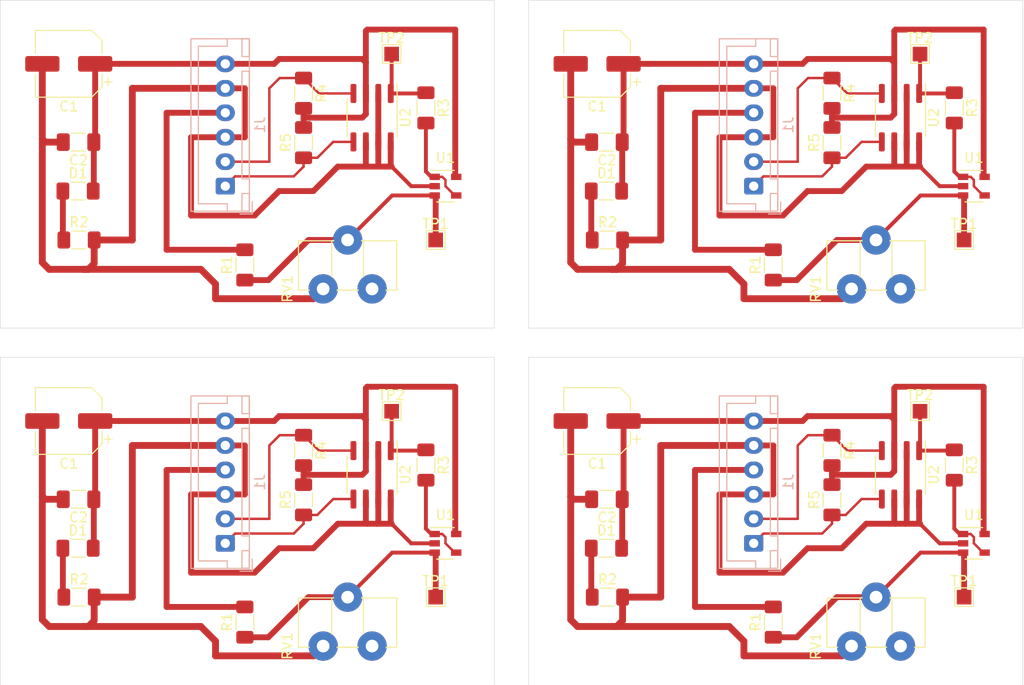
<source format=kicad_pcb>
(kicad_pcb (version 20171130) (host pcbnew "(5.1.12)-1")

  (general
    (thickness 1.6)
    (drawings 16)
    (tracks 388)
    (zones 0)
    (modules 56)
    (nets 11)
  )

  (page A4)
  (layers
    (0 F.Cu signal)
    (31 B.Cu signal hide)
    (32 B.Adhes user hide)
    (33 F.Adhes user hide)
    (34 B.Paste user hide)
    (35 F.Paste user hide)
    (36 B.SilkS user hide)
    (37 F.SilkS user hide)
    (38 B.Mask user hide)
    (39 F.Mask user hide)
    (40 Dwgs.User user hide)
    (41 Cmts.User user hide)
    (42 Eco1.User user hide)
    (43 Eco2.User user hide)
    (44 Edge.Cuts user)
    (45 Margin user hide)
    (46 B.CrtYd user hide)
    (47 F.CrtYd user)
    (48 B.Fab user hide)
    (49 F.Fab user)
  )

  (setup
    (last_trace_width 0.6)
    (user_trace_width 0.4)
    (user_trace_width 0.6)
    (user_trace_width 0.7)
    (user_trace_width 1.2)
    (trace_clearance 0.2)
    (zone_clearance 0.508)
    (zone_45_only no)
    (trace_min 0.2)
    (via_size 0.8)
    (via_drill 0.4)
    (via_min_size 0.4)
    (via_min_drill 0.3)
    (uvia_size 0.3)
    (uvia_drill 0.1)
    (uvias_allowed no)
    (uvia_min_size 0.2)
    (uvia_min_drill 0.1)
    (edge_width 0.05)
    (segment_width 0.2)
    (pcb_text_width 0.3)
    (pcb_text_size 1.5 1.5)
    (mod_edge_width 0.12)
    (mod_text_size 1 1)
    (mod_text_width 0.15)
    (pad_size 3 3)
    (pad_drill 1.3)
    (pad_to_mask_clearance 0)
    (aux_axis_origin 0 0)
    (visible_elements FFFFFF7F)
    (pcbplotparams
      (layerselection 0x00000_7fffffff)
      (usegerberextensions false)
      (usegerberattributes true)
      (usegerberadvancedattributes true)
      (creategerberjobfile true)
      (excludeedgelayer false)
      (linewidth 0.100000)
      (plotframeref false)
      (viasonmask false)
      (mode 1)
      (useauxorigin false)
      (hpglpennumber 1)
      (hpglpenspeed 20)
      (hpglpendiameter 15.000000)
      (psnegative false)
      (psa4output false)
      (plotreference false)
      (plotvalue false)
      (plotinvisibletext false)
      (padsonsilk false)
      (subtractmaskfromsilk false)
      (outputformat 4)
      (mirror true)
      (drillshape 0)
      (scaleselection 1)
      (outputdirectory "C:/Users/Logan_2/Desktop/PROJ_KICAD/MCP3426_ADC_WITH_MCP6001_Buffer_v1/EXPORTS/"))
  )

  (net 0 "")
  (net 1 GND)
  (net 2 VDD)
  (net 3 "Net-(D1-Pad1)")
  (net 4 uC_I2C_SCL)
  (net 5 uC_I2C_SDA)
  (net 6 MEASUREMENT_INPUT)
  (net 7 "Net-(R1-Pad1)")
  (net 8 "Net-(R3-Pad2)")
  (net 9 "Net-(R3-Pad1)")
  (net 10 "Net-(RV1-Pad3)")

  (net_class Default "This is the default net class."
    (clearance 0.2)
    (trace_width 0.25)
    (via_dia 0.8)
    (via_drill 0.4)
    (uvia_dia 0.3)
    (uvia_drill 0.1)
    (add_net GND)
    (add_net MEASUREMENT_INPUT)
    (add_net "Net-(D1-Pad1)")
    (add_net "Net-(R1-Pad1)")
    (add_net "Net-(R3-Pad1)")
    (add_net "Net-(R3-Pad2)")
    (add_net "Net-(RV1-Pad3)")
    (add_net VDD)
    (add_net uC_I2C_SCL)
    (add_net uC_I2C_SDA)
  )

  (module Resistor_SMD:R_1206_3216Metric_Pad1.30x1.75mm_HandSolder (layer F.Cu) (tedit 5F68FEEE) (tstamp 61F13C33)
    (at 177 106.05 90)
    (descr "Resistor SMD 1206 (3216 Metric), square (rectangular) end terminal, IPC_7351 nominal with elongated pad for handsoldering. (Body size source: IPC-SM-782 page 72, https://www.pcb-3d.com/wordpress/wp-content/uploads/ipc-sm-782a_amendment_1_and_2.pdf), generated with kicad-footprint-generator")
    (tags "resistor handsolder")
    (path /61F130E1)
    (attr smd)
    (fp_text reference R5 (at 0 -1.82 90) (layer F.SilkS)
      (effects (font (size 1 1) (thickness 0.15)))
    )
    (fp_text value 6.8kOhm (at 0 1.82 90) (layer F.Fab)
      (effects (font (size 1 1) (thickness 0.15)))
    )
    (fp_line (start -1.6 0.8) (end -1.6 -0.8) (layer F.Fab) (width 0.1))
    (fp_line (start -1.6 -0.8) (end 1.6 -0.8) (layer F.Fab) (width 0.1))
    (fp_line (start 1.6 -0.8) (end 1.6 0.8) (layer F.Fab) (width 0.1))
    (fp_line (start 1.6 0.8) (end -1.6 0.8) (layer F.Fab) (width 0.1))
    (fp_line (start -0.727064 -0.91) (end 0.727064 -0.91) (layer F.SilkS) (width 0.12))
    (fp_line (start -0.727064 0.91) (end 0.727064 0.91) (layer F.SilkS) (width 0.12))
    (fp_line (start -2.45 1.12) (end -2.45 -1.12) (layer F.CrtYd) (width 0.05))
    (fp_line (start -2.45 -1.12) (end 2.45 -1.12) (layer F.CrtYd) (width 0.05))
    (fp_line (start 2.45 -1.12) (end 2.45 1.12) (layer F.CrtYd) (width 0.05))
    (fp_line (start 2.45 1.12) (end -2.45 1.12) (layer F.CrtYd) (width 0.05))
    (fp_text user %R (at 0 0 90) (layer F.Fab)
      (effects (font (size 0.8 0.8) (thickness 0.12)))
    )
    (pad 2 smd roundrect (at 1.55 0 90) (size 1.3 1.75) (layers F.Cu F.Paste F.Mask) (roundrect_rratio 0.1923069230769231))
    (pad 1 smd roundrect (at -1.55 0 90) (size 1.3 1.75) (layers F.Cu F.Paste F.Mask) (roundrect_rratio 0.1923069230769231))
    (model ${KISYS3DMOD}/Resistor_SMD.3dshapes/R_1206_3216Metric.wrl
      (at (xyz 0 0 0))
      (scale (xyz 1 1 1))
      (rotate (xyz 0 0 0))
    )
  )

  (module Package_SO:SOIC-8_3.9x4.9mm_P1.27mm (layer F.Cu) (tedit 5D9F72B1) (tstamp 61F13C1A)
    (at 184 103.5 270)
    (descr "SOIC, 8 Pin (JEDEC MS-012AA, https://www.analog.com/media/en/package-pcb-resources/package/pkg_pdf/soic_narrow-r/r_8.pdf), generated with kicad-footprint-generator ipc_gullwing_generator.py")
    (tags "SOIC SO")
    (path /61F045C4)
    (attr smd)
    (fp_text reference U2 (at 0 -3.4 90) (layer F.SilkS)
      (effects (font (size 1 1) (thickness 0.15)))
    )
    (fp_text value MCP3426-xSN (at 0 3.4 90) (layer F.Fab)
      (effects (font (size 1 1) (thickness 0.15)))
    )
    (fp_line (start 0 2.56) (end 1.95 2.56) (layer F.SilkS) (width 0.12))
    (fp_line (start 0 2.56) (end -1.95 2.56) (layer F.SilkS) (width 0.12))
    (fp_line (start 0 -2.56) (end 1.95 -2.56) (layer F.SilkS) (width 0.12))
    (fp_line (start 0 -2.56) (end -3.45 -2.56) (layer F.SilkS) (width 0.12))
    (fp_line (start -0.975 -2.45) (end 1.95 -2.45) (layer F.Fab) (width 0.1))
    (fp_line (start 1.95 -2.45) (end 1.95 2.45) (layer F.Fab) (width 0.1))
    (fp_line (start 1.95 2.45) (end -1.95 2.45) (layer F.Fab) (width 0.1))
    (fp_line (start -1.95 2.45) (end -1.95 -1.475) (layer F.Fab) (width 0.1))
    (fp_line (start -1.95 -1.475) (end -0.975 -2.45) (layer F.Fab) (width 0.1))
    (fp_line (start -3.7 -2.7) (end -3.7 2.7) (layer F.CrtYd) (width 0.05))
    (fp_line (start -3.7 2.7) (end 3.7 2.7) (layer F.CrtYd) (width 0.05))
    (fp_line (start 3.7 2.7) (end 3.7 -2.7) (layer F.CrtYd) (width 0.05))
    (fp_line (start 3.7 -2.7) (end -3.7 -2.7) (layer F.CrtYd) (width 0.05))
    (fp_text user %R (at 0 0 90) (layer F.Fab)
      (effects (font (size 0.98 0.98) (thickness 0.15)))
    )
    (pad 8 smd roundrect (at 2.475 -1.905 270) (size 1.95 0.6) (layers F.Cu F.Paste F.Mask) (roundrect_rratio 0.25))
    (pad 7 smd roundrect (at 2.475 -0.635 270) (size 1.95 0.6) (layers F.Cu F.Paste F.Mask) (roundrect_rratio 0.25))
    (pad 6 smd roundrect (at 2.475 0.635 270) (size 1.95 0.6) (layers F.Cu F.Paste F.Mask) (roundrect_rratio 0.25))
    (pad 5 smd roundrect (at 2.475 1.905 270) (size 1.95 0.6) (layers F.Cu F.Paste F.Mask) (roundrect_rratio 0.25))
    (pad 4 smd roundrect (at -2.475 1.905 270) (size 1.95 0.6) (layers F.Cu F.Paste F.Mask) (roundrect_rratio 0.25))
    (pad 3 smd roundrect (at -2.475 0.635 270) (size 1.95 0.6) (layers F.Cu F.Paste F.Mask) (roundrect_rratio 0.25))
    (pad 2 smd roundrect (at -2.475 -0.635 270) (size 1.95 0.6) (layers F.Cu F.Paste F.Mask) (roundrect_rratio 0.25))
    (pad 1 smd roundrect (at -2.475 -1.905 270) (size 1.95 0.6) (layers F.Cu F.Paste F.Mask) (roundrect_rratio 0.25))
    (model ${KISYS3DMOD}/Package_SO.3dshapes/SOIC-8_3.9x4.9mm_P1.27mm.wrl
      (at (xyz 0 0 0))
      (scale (xyz 1 1 1))
      (rotate (xyz 0 0 0))
    )
  )

  (module Capacitor_SMD:CP_Elec_6.3x4.5 (layer F.Cu) (tedit 5BCA39CF) (tstamp 61F13BF3)
    (at 153 98 180)
    (descr "SMD capacitor, aluminum electrolytic, Nichicon, 6.3x4.5mm")
    (tags "capacitor electrolytic")
    (path /61F33B6F)
    (attr smd)
    (fp_text reference C1 (at 0 -4.35) (layer F.SilkS)
      (effects (font (size 1 1) (thickness 0.15)))
    )
    (fp_text value 10uF (at 0 4.35) (layer F.Fab)
      (effects (font (size 1 1) (thickness 0.15)))
    )
    (fp_circle (center 0 0) (end 3.15 0) (layer F.Fab) (width 0.1))
    (fp_line (start 3.3 -3.3) (end 3.3 3.3) (layer F.Fab) (width 0.1))
    (fp_line (start -2.3 -3.3) (end 3.3 -3.3) (layer F.Fab) (width 0.1))
    (fp_line (start -2.3 3.3) (end 3.3 3.3) (layer F.Fab) (width 0.1))
    (fp_line (start -3.3 -2.3) (end -3.3 2.3) (layer F.Fab) (width 0.1))
    (fp_line (start -3.3 -2.3) (end -2.3 -3.3) (layer F.Fab) (width 0.1))
    (fp_line (start -3.3 2.3) (end -2.3 3.3) (layer F.Fab) (width 0.1))
    (fp_line (start -2.704838 -1.33) (end -2.074838 -1.33) (layer F.Fab) (width 0.1))
    (fp_line (start -2.389838 -1.645) (end -2.389838 -1.015) (layer F.Fab) (width 0.1))
    (fp_line (start 3.41 3.41) (end 3.41 1.06) (layer F.SilkS) (width 0.12))
    (fp_line (start 3.41 -3.41) (end 3.41 -1.06) (layer F.SilkS) (width 0.12))
    (fp_line (start -2.345563 -3.41) (end 3.41 -3.41) (layer F.SilkS) (width 0.12))
    (fp_line (start -2.345563 3.41) (end 3.41 3.41) (layer F.SilkS) (width 0.12))
    (fp_line (start -3.41 2.345563) (end -3.41 1.06) (layer F.SilkS) (width 0.12))
    (fp_line (start -3.41 -2.345563) (end -3.41 -1.06) (layer F.SilkS) (width 0.12))
    (fp_line (start -3.41 -2.345563) (end -2.345563 -3.41) (layer F.SilkS) (width 0.12))
    (fp_line (start -3.41 2.345563) (end -2.345563 3.41) (layer F.SilkS) (width 0.12))
    (fp_line (start -4.4375 -1.8475) (end -3.65 -1.8475) (layer F.SilkS) (width 0.12))
    (fp_line (start -4.04375 -2.24125) (end -4.04375 -1.45375) (layer F.SilkS) (width 0.12))
    (fp_line (start 3.55 -3.55) (end 3.55 -1.05) (layer F.CrtYd) (width 0.05))
    (fp_line (start 3.55 -1.05) (end 4.7 -1.05) (layer F.CrtYd) (width 0.05))
    (fp_line (start 4.7 -1.05) (end 4.7 1.05) (layer F.CrtYd) (width 0.05))
    (fp_line (start 4.7 1.05) (end 3.55 1.05) (layer F.CrtYd) (width 0.05))
    (fp_line (start 3.55 1.05) (end 3.55 3.55) (layer F.CrtYd) (width 0.05))
    (fp_line (start -2.4 3.55) (end 3.55 3.55) (layer F.CrtYd) (width 0.05))
    (fp_line (start -2.4 -3.55) (end 3.55 -3.55) (layer F.CrtYd) (width 0.05))
    (fp_line (start -3.55 2.4) (end -2.4 3.55) (layer F.CrtYd) (width 0.05))
    (fp_line (start -3.55 -2.4) (end -2.4 -3.55) (layer F.CrtYd) (width 0.05))
    (fp_line (start -3.55 -2.4) (end -3.55 -1.05) (layer F.CrtYd) (width 0.05))
    (fp_line (start -3.55 1.05) (end -3.55 2.4) (layer F.CrtYd) (width 0.05))
    (fp_line (start -3.55 -1.05) (end -4.7 -1.05) (layer F.CrtYd) (width 0.05))
    (fp_line (start -4.7 -1.05) (end -4.7 1.05) (layer F.CrtYd) (width 0.05))
    (fp_line (start -4.7 1.05) (end -3.55 1.05) (layer F.CrtYd) (width 0.05))
    (fp_text user %R (at 0 0) (layer F.Fab)
      (effects (font (size 1 1) (thickness 0.15)))
    )
    (pad 2 smd roundrect (at 2.7 0 180) (size 3.5 1.6) (layers F.Cu F.Paste F.Mask) (roundrect_rratio 0.15625))
    (pad 1 smd roundrect (at -2.7 0 180) (size 3.5 1.6) (layers F.Cu F.Paste F.Mask) (roundrect_rratio 0.15625))
    (model ${KISYS3DMOD}/Capacitor_SMD.3dshapes/CP_Elec_6.3x4.5.wrl
      (at (xyz 0 0 0))
      (scale (xyz 1 1 1))
      (rotate (xyz 0 0 0))
    )
  )

  (module Connector_JST:JST_XH_B6B-XH-A_1x06_P2.50mm_Vertical (layer B.Cu) (tedit 5C28146C) (tstamp 61F13BC7)
    (at 169 110.5 90)
    (descr "JST XH series connector, B6B-XH-A (http://www.jst-mfg.com/product/pdf/eng/eXH.pdf), generated with kicad-footprint-generator")
    (tags "connector JST XH vertical")
    (path /61F9C695)
    (fp_text reference J1 (at 6.25 3.55 270) (layer B.SilkS)
      (effects (font (size 1 1) (thickness 0.15)) (justify mirror))
    )
    (fp_text value "6  Pin XH-6A JST-HX Connector" (at 6.25 -4.6 270) (layer B.Fab)
      (effects (font (size 1 1) (thickness 0.15)) (justify mirror))
    )
    (fp_line (start -2.45 2.35) (end -2.45 -3.4) (layer B.Fab) (width 0.1))
    (fp_line (start -2.45 -3.4) (end 14.95 -3.4) (layer B.Fab) (width 0.1))
    (fp_line (start 14.95 -3.4) (end 14.95 2.35) (layer B.Fab) (width 0.1))
    (fp_line (start 14.95 2.35) (end -2.45 2.35) (layer B.Fab) (width 0.1))
    (fp_line (start -2.56 2.46) (end -2.56 -3.51) (layer B.SilkS) (width 0.12))
    (fp_line (start -2.56 -3.51) (end 15.06 -3.51) (layer B.SilkS) (width 0.12))
    (fp_line (start 15.06 -3.51) (end 15.06 2.46) (layer B.SilkS) (width 0.12))
    (fp_line (start 15.06 2.46) (end -2.56 2.46) (layer B.SilkS) (width 0.12))
    (fp_line (start -2.95 2.85) (end -2.95 -3.9) (layer B.CrtYd) (width 0.05))
    (fp_line (start -2.95 -3.9) (end 15.45 -3.9) (layer B.CrtYd) (width 0.05))
    (fp_line (start 15.45 -3.9) (end 15.45 2.85) (layer B.CrtYd) (width 0.05))
    (fp_line (start 15.45 2.85) (end -2.95 2.85) (layer B.CrtYd) (width 0.05))
    (fp_line (start -0.625 2.35) (end 0 1.35) (layer B.Fab) (width 0.1))
    (fp_line (start 0 1.35) (end 0.625 2.35) (layer B.Fab) (width 0.1))
    (fp_line (start 0.75 2.45) (end 0.75 1.7) (layer B.SilkS) (width 0.12))
    (fp_line (start 0.75 1.7) (end 11.75 1.7) (layer B.SilkS) (width 0.12))
    (fp_line (start 11.75 1.7) (end 11.75 2.45) (layer B.SilkS) (width 0.12))
    (fp_line (start 11.75 2.45) (end 0.75 2.45) (layer B.SilkS) (width 0.12))
    (fp_line (start -2.55 2.45) (end -2.55 1.7) (layer B.SilkS) (width 0.12))
    (fp_line (start -2.55 1.7) (end -0.75 1.7) (layer B.SilkS) (width 0.12))
    (fp_line (start -0.75 1.7) (end -0.75 2.45) (layer B.SilkS) (width 0.12))
    (fp_line (start -0.75 2.45) (end -2.55 2.45) (layer B.SilkS) (width 0.12))
    (fp_line (start 13.25 2.45) (end 13.25 1.7) (layer B.SilkS) (width 0.12))
    (fp_line (start 13.25 1.7) (end 15.05 1.7) (layer B.SilkS) (width 0.12))
    (fp_line (start 15.05 1.7) (end 15.05 2.45) (layer B.SilkS) (width 0.12))
    (fp_line (start 15.05 2.45) (end 13.25 2.45) (layer B.SilkS) (width 0.12))
    (fp_line (start -2.55 0.2) (end -1.8 0.2) (layer B.SilkS) (width 0.12))
    (fp_line (start -1.8 0.2) (end -1.8 -2.75) (layer B.SilkS) (width 0.12))
    (fp_line (start -1.8 -2.75) (end 6.25 -2.75) (layer B.SilkS) (width 0.12))
    (fp_line (start 15.05 0.2) (end 14.3 0.2) (layer B.SilkS) (width 0.12))
    (fp_line (start 14.3 0.2) (end 14.3 -2.75) (layer B.SilkS) (width 0.12))
    (fp_line (start 14.3 -2.75) (end 6.25 -2.75) (layer B.SilkS) (width 0.12))
    (fp_line (start -1.6 2.75) (end -2.85 2.75) (layer B.SilkS) (width 0.12))
    (fp_line (start -2.85 2.75) (end -2.85 1.5) (layer B.SilkS) (width 0.12))
    (fp_text user %R (at 6.25 -2.7 270) (layer B.Fab)
      (effects (font (size 1 1) (thickness 0.15)) (justify mirror))
    )
    (pad 6 thru_hole oval (at 12.5 0 90) (size 1.7 1.95) (drill 0.95) (layers *.Cu *.Mask))
    (pad 5 thru_hole oval (at 10 0 90) (size 1.7 1.95) (drill 0.95) (layers *.Cu *.Mask))
    (pad 4 thru_hole oval (at 7.5 0 90) (size 1.7 1.95) (drill 0.95) (layers *.Cu *.Mask))
    (pad 3 thru_hole oval (at 5 0 90) (size 1.7 1.95) (drill 0.95) (layers *.Cu *.Mask))
    (pad 2 thru_hole oval (at 2.5 0 90) (size 1.7 1.95) (drill 0.95) (layers *.Cu *.Mask))
    (pad 1 thru_hole roundrect (at 0 0 90) (size 1.7 1.95) (drill 0.95) (layers *.Cu *.Mask) (roundrect_rratio 0.1470588235294118))
    (model ${KISYS3DMOD}/Connector_JST.3dshapes/JST_XH_B6B-XH-A_1x06_P2.50mm_Vertical.wrl
      (at (xyz 0 0 0))
      (scale (xyz 1 1 1))
      (rotate (xyz 0 0 0))
    )
  )

  (module TestPoint:TestPoint_Pad_1.5x1.5mm (layer F.Cu) (tedit 5A0F774F) (tstamp 61F13BBA)
    (at 186 97)
    (descr "SMD rectangular pad as test Point, square 1.5mm side length")
    (tags "test point SMD pad rectangle square")
    (path /61F1FB22)
    (attr virtual)
    (fp_text reference TP2 (at 0 -1.648) (layer F.SilkS)
      (effects (font (size 1 1) (thickness 0.15)))
    )
    (fp_text value TP_ADC_IN (at 0 1.75) (layer F.Fab)
      (effects (font (size 1 1) (thickness 0.15)))
    )
    (fp_line (start -0.95 -0.95) (end 0.95 -0.95) (layer F.SilkS) (width 0.12))
    (fp_line (start 0.95 -0.95) (end 0.95 0.95) (layer F.SilkS) (width 0.12))
    (fp_line (start 0.95 0.95) (end -0.95 0.95) (layer F.SilkS) (width 0.12))
    (fp_line (start -0.95 0.95) (end -0.95 -0.95) (layer F.SilkS) (width 0.12))
    (fp_line (start -1.25 -1.25) (end 1.25 -1.25) (layer F.CrtYd) (width 0.05))
    (fp_line (start -1.25 -1.25) (end -1.25 1.25) (layer F.CrtYd) (width 0.05))
    (fp_line (start 1.25 1.25) (end 1.25 -1.25) (layer F.CrtYd) (width 0.05))
    (fp_line (start 1.25 1.25) (end -1.25 1.25) (layer F.CrtYd) (width 0.05))
    (fp_text user %R (at 0 -1.65) (layer F.Fab)
      (effects (font (size 1 1) (thickness 0.15)))
    )
    (pad 1 smd rect (at 0 0) (size 1.5 1.5) (layers F.Cu F.Mask))
  )

  (module Resistor_SMD:R_1206_3216Metric_Pad1.30x1.75mm_HandSolder (layer F.Cu) (tedit 5F68FEEE) (tstamp 61F13BAA)
    (at 189.5 102.5 270)
    (descr "Resistor SMD 1206 (3216 Metric), square (rectangular) end terminal, IPC_7351 nominal with elongated pad for handsoldering. (Body size source: IPC-SM-782 page 72, https://www.pcb-3d.com/wordpress/wp-content/uploads/ipc-sm-782a_amendment_1_and_2.pdf), generated with kicad-footprint-generator")
    (tags "resistor handsolder")
    (path /61F0E1B6)
    (attr smd)
    (fp_text reference R3 (at 0 -1.82 90) (layer F.SilkS)
      (effects (font (size 1 1) (thickness 0.15)))
    )
    (fp_text value 100Ohm (at 0 1.82 90) (layer F.Fab)
      (effects (font (size 1 1) (thickness 0.15)))
    )
    (fp_line (start -1.6 0.8) (end -1.6 -0.8) (layer F.Fab) (width 0.1))
    (fp_line (start -1.6 -0.8) (end 1.6 -0.8) (layer F.Fab) (width 0.1))
    (fp_line (start 1.6 -0.8) (end 1.6 0.8) (layer F.Fab) (width 0.1))
    (fp_line (start 1.6 0.8) (end -1.6 0.8) (layer F.Fab) (width 0.1))
    (fp_line (start -0.727064 -0.91) (end 0.727064 -0.91) (layer F.SilkS) (width 0.12))
    (fp_line (start -0.727064 0.91) (end 0.727064 0.91) (layer F.SilkS) (width 0.12))
    (fp_line (start -2.45 1.12) (end -2.45 -1.12) (layer F.CrtYd) (width 0.05))
    (fp_line (start -2.45 -1.12) (end 2.45 -1.12) (layer F.CrtYd) (width 0.05))
    (fp_line (start 2.45 -1.12) (end 2.45 1.12) (layer F.CrtYd) (width 0.05))
    (fp_line (start 2.45 1.12) (end -2.45 1.12) (layer F.CrtYd) (width 0.05))
    (fp_text user %R (at 0 0 90) (layer F.Fab)
      (effects (font (size 0.8 0.8) (thickness 0.12)))
    )
    (pad 2 smd roundrect (at 1.55 0 270) (size 1.3 1.75) (layers F.Cu F.Paste F.Mask) (roundrect_rratio 0.1923069230769231))
    (pad 1 smd roundrect (at -1.55 0 270) (size 1.3 1.75) (layers F.Cu F.Paste F.Mask) (roundrect_rratio 0.1923069230769231))
    (model ${KISYS3DMOD}/Resistor_SMD.3dshapes/R_1206_3216Metric.wrl
      (at (xyz 0 0 0))
      (scale (xyz 1 1 1))
      (rotate (xyz 0 0 0))
    )
  )

  (module TestPoint:TestPoint_Pad_1.5x1.5mm (layer F.Cu) (tedit 5A0F774F) (tstamp 61F13B9D)
    (at 190.5 116)
    (descr "SMD rectangular pad as test Point, square 1.5mm side length")
    (tags "test point SMD pad rectangle square")
    (path /61F22AA2)
    (attr virtual)
    (fp_text reference TP1 (at 0 -1.648) (layer F.SilkS)
      (effects (font (size 1 1) (thickness 0.15)))
    )
    (fp_text value TP_OP_AMP_IN (at 0 1.75) (layer F.Fab)
      (effects (font (size 1 1) (thickness 0.15)))
    )
    (fp_line (start -0.95 -0.95) (end 0.95 -0.95) (layer F.SilkS) (width 0.12))
    (fp_line (start 0.95 -0.95) (end 0.95 0.95) (layer F.SilkS) (width 0.12))
    (fp_line (start 0.95 0.95) (end -0.95 0.95) (layer F.SilkS) (width 0.12))
    (fp_line (start -0.95 0.95) (end -0.95 -0.95) (layer F.SilkS) (width 0.12))
    (fp_line (start -1.25 -1.25) (end 1.25 -1.25) (layer F.CrtYd) (width 0.05))
    (fp_line (start -1.25 -1.25) (end -1.25 1.25) (layer F.CrtYd) (width 0.05))
    (fp_line (start 1.25 1.25) (end 1.25 -1.25) (layer F.CrtYd) (width 0.05))
    (fp_line (start 1.25 1.25) (end -1.25 1.25) (layer F.CrtYd) (width 0.05))
    (fp_text user %R (at 0 -1.65) (layer F.Fab)
      (effects (font (size 1 1) (thickness 0.15)))
    )
    (pad 1 smd rect (at 0 0) (size 1.5 1.5) (layers F.Cu F.Mask))
  )

  (module Package_TO_SOT_SMD:SOT-23-5 (layer F.Cu) (tedit 5A02FF57) (tstamp 61F13B89)
    (at 191.5 110.5)
    (descr "5-pin SOT23 package")
    (tags SOT-23-5)
    (path /61F07C7A)
    (attr smd)
    (fp_text reference U1 (at 0 -2.9) (layer F.SilkS)
      (effects (font (size 1 1) (thickness 0.15)))
    )
    (fp_text value MCP6001-OT (at 0 2.9) (layer F.Fab)
      (effects (font (size 1 1) (thickness 0.15)))
    )
    (fp_line (start -0.9 1.61) (end 0.9 1.61) (layer F.SilkS) (width 0.12))
    (fp_line (start 0.9 -1.61) (end -1.55 -1.61) (layer F.SilkS) (width 0.12))
    (fp_line (start -1.9 -1.8) (end 1.9 -1.8) (layer F.CrtYd) (width 0.05))
    (fp_line (start 1.9 -1.8) (end 1.9 1.8) (layer F.CrtYd) (width 0.05))
    (fp_line (start 1.9 1.8) (end -1.9 1.8) (layer F.CrtYd) (width 0.05))
    (fp_line (start -1.9 1.8) (end -1.9 -1.8) (layer F.CrtYd) (width 0.05))
    (fp_line (start -0.9 -0.9) (end -0.25 -1.55) (layer F.Fab) (width 0.1))
    (fp_line (start 0.9 -1.55) (end -0.25 -1.55) (layer F.Fab) (width 0.1))
    (fp_line (start -0.9 -0.9) (end -0.9 1.55) (layer F.Fab) (width 0.1))
    (fp_line (start 0.9 1.55) (end -0.9 1.55) (layer F.Fab) (width 0.1))
    (fp_line (start 0.9 -1.55) (end 0.9 1.55) (layer F.Fab) (width 0.1))
    (fp_text user %R (at 0 0 90) (layer F.Fab)
      (effects (font (size 0.5 0.5) (thickness 0.075)))
    )
    (pad 5 smd rect (at 1.1 -0.95) (size 1.06 0.65) (layers F.Cu F.Paste F.Mask))
    (pad 4 smd rect (at 1.1 0.95) (size 1.06 0.65) (layers F.Cu F.Paste F.Mask))
    (pad 3 smd rect (at -1.1 0.95) (size 1.06 0.65) (layers F.Cu F.Paste F.Mask))
    (pad 2 smd rect (at -1.1 0) (size 1.06 0.65) (layers F.Cu F.Paste F.Mask))
    (pad 1 smd rect (at -1.1 -0.95) (size 1.06 0.65) (layers F.Cu F.Paste F.Mask))
    (model ${KISYS3DMOD}/Package_TO_SOT_SMD.3dshapes/SOT-23-5.wrl
      (at (xyz 0 0 0))
      (scale (xyz 1 1 1))
      (rotate (xyz 0 0 0))
    )
  )

  (module Resistor_SMD:R_1206_3216Metric_Pad1.30x1.75mm_HandSolder (layer F.Cu) (tedit 5F68FEEE) (tstamp 61F13B79)
    (at 171 118.55 90)
    (descr "Resistor SMD 1206 (3216 Metric), square (rectangular) end terminal, IPC_7351 nominal with elongated pad for handsoldering. (Body size source: IPC-SM-782 page 72, https://www.pcb-3d.com/wordpress/wp-content/uploads/ipc-sm-782a_amendment_1_and_2.pdf), generated with kicad-footprint-generator")
    (tags "resistor handsolder")
    (path /61F17654)
    (attr smd)
    (fp_text reference R1 (at 0 -1.82 90) (layer F.SilkS)
      (effects (font (size 1 1) (thickness 0.15)))
    )
    (fp_text value 22kOhm (at 0 1.82 90) (layer F.Fab)
      (effects (font (size 1 1) (thickness 0.15)))
    )
    (fp_line (start -1.6 0.8) (end -1.6 -0.8) (layer F.Fab) (width 0.1))
    (fp_line (start -1.6 -0.8) (end 1.6 -0.8) (layer F.Fab) (width 0.1))
    (fp_line (start 1.6 -0.8) (end 1.6 0.8) (layer F.Fab) (width 0.1))
    (fp_line (start 1.6 0.8) (end -1.6 0.8) (layer F.Fab) (width 0.1))
    (fp_line (start -0.727064 -0.91) (end 0.727064 -0.91) (layer F.SilkS) (width 0.12))
    (fp_line (start -0.727064 0.91) (end 0.727064 0.91) (layer F.SilkS) (width 0.12))
    (fp_line (start -2.45 1.12) (end -2.45 -1.12) (layer F.CrtYd) (width 0.05))
    (fp_line (start -2.45 -1.12) (end 2.45 -1.12) (layer F.CrtYd) (width 0.05))
    (fp_line (start 2.45 -1.12) (end 2.45 1.12) (layer F.CrtYd) (width 0.05))
    (fp_line (start 2.45 1.12) (end -2.45 1.12) (layer F.CrtYd) (width 0.05))
    (fp_text user %R (at 0 0 90) (layer F.Fab)
      (effects (font (size 0.8 0.8) (thickness 0.12)))
    )
    (pad 2 smd roundrect (at 1.55 0 90) (size 1.3 1.75) (layers F.Cu F.Paste F.Mask) (roundrect_rratio 0.1923069230769231))
    (pad 1 smd roundrect (at -1.55 0 90) (size 1.3 1.75) (layers F.Cu F.Paste F.Mask) (roundrect_rratio 0.1923069230769231))
    (model ${KISYS3DMOD}/Resistor_SMD.3dshapes/R_1206_3216Metric.wrl
      (at (xyz 0 0 0))
      (scale (xyz 1 1 1))
      (rotate (xyz 0 0 0))
    )
  )

  (module Capacitor_SMD:C_1206_3216Metric_Pad1.33x1.80mm_HandSolder (layer F.Cu) (tedit 5F68FEEF) (tstamp 61F13B69)
    (at 154 106 180)
    (descr "Capacitor SMD 1206 (3216 Metric), square (rectangular) end terminal, IPC_7351 nominal with elongated pad for handsoldering. (Body size source: IPC-SM-782 page 76, https://www.pcb-3d.com/wordpress/wp-content/uploads/ipc-sm-782a_amendment_1_and_2.pdf), generated with kicad-footprint-generator")
    (tags "capacitor handsolder")
    (path /61F33B68)
    (attr smd)
    (fp_text reference C2 (at 0 -1.85) (layer F.SilkS)
      (effects (font (size 1 1) (thickness 0.15)))
    )
    (fp_text value 0.1uF (at 0 1.85) (layer F.Fab)
      (effects (font (size 1 1) (thickness 0.15)))
    )
    (fp_line (start -1.6 0.8) (end -1.6 -0.8) (layer F.Fab) (width 0.1))
    (fp_line (start -1.6 -0.8) (end 1.6 -0.8) (layer F.Fab) (width 0.1))
    (fp_line (start 1.6 -0.8) (end 1.6 0.8) (layer F.Fab) (width 0.1))
    (fp_line (start 1.6 0.8) (end -1.6 0.8) (layer F.Fab) (width 0.1))
    (fp_line (start -0.711252 -0.91) (end 0.711252 -0.91) (layer F.SilkS) (width 0.12))
    (fp_line (start -0.711252 0.91) (end 0.711252 0.91) (layer F.SilkS) (width 0.12))
    (fp_line (start -2.48 1.15) (end -2.48 -1.15) (layer F.CrtYd) (width 0.05))
    (fp_line (start -2.48 -1.15) (end 2.48 -1.15) (layer F.CrtYd) (width 0.05))
    (fp_line (start 2.48 -1.15) (end 2.48 1.15) (layer F.CrtYd) (width 0.05))
    (fp_line (start 2.48 1.15) (end -2.48 1.15) (layer F.CrtYd) (width 0.05))
    (fp_text user %R (at 0 0) (layer F.Fab)
      (effects (font (size 0.8 0.8) (thickness 0.12)))
    )
    (pad 2 smd roundrect (at 1.5625 0 180) (size 1.325 1.8) (layers F.Cu F.Paste F.Mask) (roundrect_rratio 0.1886777358490566))
    (pad 1 smd roundrect (at -1.5625 0 180) (size 1.325 1.8) (layers F.Cu F.Paste F.Mask) (roundrect_rratio 0.1886777358490566))
    (model ${KISYS3DMOD}/Capacitor_SMD.3dshapes/C_1206_3216Metric.wrl
      (at (xyz 0 0 0))
      (scale (xyz 1 1 1))
      (rotate (xyz 0 0 0))
    )
  )

  (module Resistor_SMD:R_1206_3216Metric_Pad1.30x1.75mm_HandSolder (layer F.Cu) (tedit 5F68FEEE) (tstamp 61F13B59)
    (at 153.95 111)
    (descr "Resistor SMD 1206 (3216 Metric), square (rectangular) end terminal, IPC_7351 nominal with elongated pad for handsoldering. (Body size source: IPC-SM-782 page 72, https://www.pcb-3d.com/wordpress/wp-content/uploads/ipc-sm-782a_amendment_1_and_2.pdf), generated with kicad-footprint-generator")
    (tags "resistor handsolder")
    (path /62031D6F)
    (attr smd)
    (fp_text reference D1 (at 0 -1.82) (layer F.SilkS)
      (effects (font (size 1 1) (thickness 0.15)))
    )
    (fp_text value PWR_IND (at 0 1.82) (layer F.Fab)
      (effects (font (size 1 1) (thickness 0.15)))
    )
    (fp_line (start -1.6 0.8) (end -1.6 -0.8) (layer F.Fab) (width 0.1))
    (fp_line (start -1.6 -0.8) (end 1.6 -0.8) (layer F.Fab) (width 0.1))
    (fp_line (start 1.6 -0.8) (end 1.6 0.8) (layer F.Fab) (width 0.1))
    (fp_line (start 1.6 0.8) (end -1.6 0.8) (layer F.Fab) (width 0.1))
    (fp_line (start -0.727064 -0.91) (end 0.727064 -0.91) (layer F.SilkS) (width 0.12))
    (fp_line (start -0.727064 0.91) (end 0.727064 0.91) (layer F.SilkS) (width 0.12))
    (fp_line (start -2.45 1.12) (end -2.45 -1.12) (layer F.CrtYd) (width 0.05))
    (fp_line (start -2.45 -1.12) (end 2.45 -1.12) (layer F.CrtYd) (width 0.05))
    (fp_line (start 2.45 -1.12) (end 2.45 1.12) (layer F.CrtYd) (width 0.05))
    (fp_line (start 2.45 1.12) (end -2.45 1.12) (layer F.CrtYd) (width 0.05))
    (fp_text user %R (at 0 0) (layer F.Fab)
      (effects (font (size 0.8 0.8) (thickness 0.12)))
    )
    (pad 2 smd roundrect (at 1.55 0) (size 1.3 1.75) (layers F.Cu F.Paste F.Mask) (roundrect_rratio 0.1923069230769231))
    (pad 1 smd roundrect (at -1.55 0) (size 1.3 1.75) (layers F.Cu F.Paste F.Mask) (roundrect_rratio 0.1923069230769231))
    (model ${KISYS3DMOD}/Resistor_SMD.3dshapes/R_1206_3216Metric.wrl
      (at (xyz 0 0 0))
      (scale (xyz 1 1 1))
      (rotate (xyz 0 0 0))
    )
  )

  (module Resistor_SMD:R_1206_3216Metric_Pad1.30x1.75mm_HandSolder (layer F.Cu) (tedit 5F68FEEE) (tstamp 61F13B49)
    (at 154.05 116)
    (descr "Resistor SMD 1206 (3216 Metric), square (rectangular) end terminal, IPC_7351 nominal with elongated pad for handsoldering. (Body size source: IPC-SM-782 page 72, https://www.pcb-3d.com/wordpress/wp-content/uploads/ipc-sm-782a_amendment_1_and_2.pdf), generated with kicad-footprint-generator")
    (tags "resistor handsolder")
    (path /6202D9D7)
    (attr smd)
    (fp_text reference R2 (at 0 -1.82) (layer F.SilkS)
      (effects (font (size 1 1) (thickness 0.15)))
    )
    (fp_text value 2.2kOhm (at 0 1.82) (layer F.Fab)
      (effects (font (size 1 1) (thickness 0.15)))
    )
    (fp_line (start -1.6 0.8) (end -1.6 -0.8) (layer F.Fab) (width 0.1))
    (fp_line (start -1.6 -0.8) (end 1.6 -0.8) (layer F.Fab) (width 0.1))
    (fp_line (start 1.6 -0.8) (end 1.6 0.8) (layer F.Fab) (width 0.1))
    (fp_line (start 1.6 0.8) (end -1.6 0.8) (layer F.Fab) (width 0.1))
    (fp_line (start -0.727064 -0.91) (end 0.727064 -0.91) (layer F.SilkS) (width 0.12))
    (fp_line (start -0.727064 0.91) (end 0.727064 0.91) (layer F.SilkS) (width 0.12))
    (fp_line (start -2.45 1.12) (end -2.45 -1.12) (layer F.CrtYd) (width 0.05))
    (fp_line (start -2.45 -1.12) (end 2.45 -1.12) (layer F.CrtYd) (width 0.05))
    (fp_line (start 2.45 -1.12) (end 2.45 1.12) (layer F.CrtYd) (width 0.05))
    (fp_line (start 2.45 1.12) (end -2.45 1.12) (layer F.CrtYd) (width 0.05))
    (fp_text user %R (at 0 0) (layer F.Fab)
      (effects (font (size 0.8 0.8) (thickness 0.12)))
    )
    (pad 2 smd roundrect (at 1.55 0) (size 1.3 1.75) (layers F.Cu F.Paste F.Mask) (roundrect_rratio 0.1923069230769231))
    (pad 1 smd roundrect (at -1.55 0) (size 1.3 1.75) (layers F.Cu F.Paste F.Mask) (roundrect_rratio 0.1923069230769231))
    (model ${KISYS3DMOD}/Resistor_SMD.3dshapes/R_1206_3216Metric.wrl
      (at (xyz 0 0 0))
      (scale (xyz 1 1 1))
      (rotate (xyz 0 0 0))
    )
  )

  (module Potentiometer_THT:Potentiometer_ACP_CA9-H5_Horizontal (layer F.Cu) (tedit 61F07CA6) (tstamp 61F13B2A)
    (at 179 121 90)
    (descr "Potentiometer, horizontal, ACP CA9-H5, http://www.acptechnologies.com/wp-content/uploads/2017/05/02-ACP-CA9-CE9.pdf")
    (tags "Potentiometer horizontal ACP CA9-H5")
    (path /61FDD5B9)
    (fp_text reference RV1 (at 0 -3.65 90) (layer F.SilkS)
      (effects (font (size 1 1) (thickness 0.15)))
    )
    (fp_text value 10kOhm (at 0 8.65 90) (layer F.Fab)
      (effects (font (size 1 1) (thickness 0.15)))
    )
    (fp_line (start 4.8 -2.4) (end 4.8 7.4) (layer F.Fab) (width 0.1))
    (fp_line (start 4.8 7.4) (end 0 7.4) (layer F.Fab) (width 0.1))
    (fp_line (start 0 7.4) (end 0 -2.4) (layer F.Fab) (width 0.1))
    (fp_line (start 0 -2.4) (end 4.8 -2.4) (layer F.Fab) (width 0.1))
    (fp_line (start 0 1) (end 0 4) (layer F.Fab) (width 0.1))
    (fp_line (start 0 4) (end 4.8 4) (layer F.Fab) (width 0.1))
    (fp_line (start 4.8 4) (end 4.8 1) (layer F.Fab) (width 0.1))
    (fp_line (start 4.8 1) (end 0 1) (layer F.Fab) (width 0.1))
    (fp_line (start -0.121 -2.521) (end 4.92 -2.521) (layer F.SilkS) (width 0.12))
    (fp_line (start -0.121 7.52) (end 4.92 7.52) (layer F.SilkS) (width 0.12))
    (fp_line (start 4.92 -2.521) (end 4.92 1.075) (layer F.SilkS) (width 0.12))
    (fp_line (start 4.92 3.925) (end 4.92 7.52) (layer F.SilkS) (width 0.12))
    (fp_line (start -0.121 6.425) (end -0.121 7.52) (layer F.SilkS) (width 0.12))
    (fp_line (start -0.121 -2.521) (end -0.121 -1.426) (layer F.SilkS) (width 0.12))
    (fp_line (start -0.121 1.426) (end -0.121 3.575) (layer F.SilkS) (width 0.12))
    (fp_line (start 1.237 0.88) (end 4.92 0.88) (layer F.SilkS) (width 0.12))
    (fp_line (start 1.237 4.12) (end 4.92 4.12) (layer F.SilkS) (width 0.12))
    (fp_line (start -0.121 1.426) (end -0.121 3.575) (layer F.SilkS) (width 0.12))
    (fp_line (start 4.92 0.88) (end 4.92 1.075) (layer F.SilkS) (width 0.12))
    (fp_line (start 4.92 3.925) (end 4.92 4.12) (layer F.SilkS) (width 0.12))
    (fp_line (start -1.45 -2.7) (end -1.45 7.65) (layer F.CrtYd) (width 0.05))
    (fp_line (start -1.45 7.65) (end 6.45 7.65) (layer F.CrtYd) (width 0.05))
    (fp_line (start 6.45 7.65) (end 6.45 -2.7) (layer F.CrtYd) (width 0.05))
    (fp_line (start 6.45 -2.7) (end -1.45 -2.7) (layer F.CrtYd) (width 0.05))
    (fp_text user %R (at 2.4 2.5 90) (layer F.Fab)
      (effects (font (size 1 1) (thickness 0.15)))
    )
    (pad 1 thru_hole circle (at 0 0 90) (size 3 3) (drill 1.3) (layers *.Cu *.Mask))
    (pad 2 thru_hole circle (at 5 2.5 90) (size 3 3) (drill 1.3) (layers *.Cu *.Mask))
    (pad 3 thru_hole circle (at 0 5 90) (size 3 3) (drill 1.3) (layers *.Cu *.Mask))
    (model ${KISYS3DMOD}/Potentiometer_THT.3dshapes/Potentiometer_ACP_CA9-H5_Horizontal.wrl
      (at (xyz 0 0 0))
      (scale (xyz 1 1 1))
      (rotate (xyz 0 0 0))
    )
  )

  (module Resistor_SMD:R_1206_3216Metric_Pad1.30x1.75mm_HandSolder (layer F.Cu) (tedit 5F68FEEE) (tstamp 61F13B1A)
    (at 177 101 270)
    (descr "Resistor SMD 1206 (3216 Metric), square (rectangular) end terminal, IPC_7351 nominal with elongated pad for handsoldering. (Body size source: IPC-SM-782 page 72, https://www.pcb-3d.com/wordpress/wp-content/uploads/ipc-sm-782a_amendment_1_and_2.pdf), generated with kicad-footprint-generator")
    (tags "resistor handsolder")
    (path /61F11C41)
    (attr smd)
    (fp_text reference R4 (at 0 -1.82 90) (layer F.SilkS)
      (effects (font (size 1 1) (thickness 0.15)))
    )
    (fp_text value 6.8kOhm (at 0 1.82 90) (layer F.Fab)
      (effects (font (size 1 1) (thickness 0.15)))
    )
    (fp_line (start -1.6 0.8) (end -1.6 -0.8) (layer F.Fab) (width 0.1))
    (fp_line (start -1.6 -0.8) (end 1.6 -0.8) (layer F.Fab) (width 0.1))
    (fp_line (start 1.6 -0.8) (end 1.6 0.8) (layer F.Fab) (width 0.1))
    (fp_line (start 1.6 0.8) (end -1.6 0.8) (layer F.Fab) (width 0.1))
    (fp_line (start -0.727064 -0.91) (end 0.727064 -0.91) (layer F.SilkS) (width 0.12))
    (fp_line (start -0.727064 0.91) (end 0.727064 0.91) (layer F.SilkS) (width 0.12))
    (fp_line (start -2.45 1.12) (end -2.45 -1.12) (layer F.CrtYd) (width 0.05))
    (fp_line (start -2.45 -1.12) (end 2.45 -1.12) (layer F.CrtYd) (width 0.05))
    (fp_line (start 2.45 -1.12) (end 2.45 1.12) (layer F.CrtYd) (width 0.05))
    (fp_line (start 2.45 1.12) (end -2.45 1.12) (layer F.CrtYd) (width 0.05))
    (fp_text user %R (at 0 0 90) (layer F.Fab)
      (effects (font (size 0.8 0.8) (thickness 0.12)))
    )
    (pad 2 smd roundrect (at 1.55 0 270) (size 1.3 1.75) (layers F.Cu F.Paste F.Mask) (roundrect_rratio 0.1923069230769231))
    (pad 1 smd roundrect (at -1.55 0 270) (size 1.3 1.75) (layers F.Cu F.Paste F.Mask) (roundrect_rratio 0.1923069230769231))
    (model ${KISYS3DMOD}/Resistor_SMD.3dshapes/R_1206_3216Metric.wrl
      (at (xyz 0 0 0))
      (scale (xyz 1 1 1))
      (rotate (xyz 0 0 0))
    )
  )

  (module Package_TO_SOT_SMD:SOT-23-5 (layer F.Cu) (tedit 5A02FF57) (tstamp 61F13AE9)
    (at 137.5 110.5)
    (descr "5-pin SOT23 package")
    (tags SOT-23-5)
    (path /61F07C7A)
    (attr smd)
    (fp_text reference U1 (at 0 -2.9) (layer F.SilkS)
      (effects (font (size 1 1) (thickness 0.15)))
    )
    (fp_text value MCP6001-OT (at 0 2.9) (layer F.Fab)
      (effects (font (size 1 1) (thickness 0.15)))
    )
    (fp_line (start -0.9 1.61) (end 0.9 1.61) (layer F.SilkS) (width 0.12))
    (fp_line (start 0.9 -1.61) (end -1.55 -1.61) (layer F.SilkS) (width 0.12))
    (fp_line (start -1.9 -1.8) (end 1.9 -1.8) (layer F.CrtYd) (width 0.05))
    (fp_line (start 1.9 -1.8) (end 1.9 1.8) (layer F.CrtYd) (width 0.05))
    (fp_line (start 1.9 1.8) (end -1.9 1.8) (layer F.CrtYd) (width 0.05))
    (fp_line (start -1.9 1.8) (end -1.9 -1.8) (layer F.CrtYd) (width 0.05))
    (fp_line (start -0.9 -0.9) (end -0.25 -1.55) (layer F.Fab) (width 0.1))
    (fp_line (start 0.9 -1.55) (end -0.25 -1.55) (layer F.Fab) (width 0.1))
    (fp_line (start -0.9 -0.9) (end -0.9 1.55) (layer F.Fab) (width 0.1))
    (fp_line (start 0.9 1.55) (end -0.9 1.55) (layer F.Fab) (width 0.1))
    (fp_line (start 0.9 -1.55) (end 0.9 1.55) (layer F.Fab) (width 0.1))
    (fp_text user %R (at 0 0 90) (layer F.Fab)
      (effects (font (size 0.5 0.5) (thickness 0.075)))
    )
    (pad 1 smd rect (at -1.1 -0.95) (size 1.06 0.65) (layers F.Cu F.Paste F.Mask))
    (pad 2 smd rect (at -1.1 0) (size 1.06 0.65) (layers F.Cu F.Paste F.Mask))
    (pad 3 smd rect (at -1.1 0.95) (size 1.06 0.65) (layers F.Cu F.Paste F.Mask))
    (pad 4 smd rect (at 1.1 0.95) (size 1.06 0.65) (layers F.Cu F.Paste F.Mask))
    (pad 5 smd rect (at 1.1 -0.95) (size 1.06 0.65) (layers F.Cu F.Paste F.Mask))
    (model ${KISYS3DMOD}/Package_TO_SOT_SMD.3dshapes/SOT-23-5.wrl
      (at (xyz 0 0 0))
      (scale (xyz 1 1 1))
      (rotate (xyz 0 0 0))
    )
  )

  (module Resistor_SMD:R_1206_3216Metric_Pad1.30x1.75mm_HandSolder (layer F.Cu) (tedit 5F68FEEE) (tstamp 61F13AD9)
    (at 117 118.55 90)
    (descr "Resistor SMD 1206 (3216 Metric), square (rectangular) end terminal, IPC_7351 nominal with elongated pad for handsoldering. (Body size source: IPC-SM-782 page 72, https://www.pcb-3d.com/wordpress/wp-content/uploads/ipc-sm-782a_amendment_1_and_2.pdf), generated with kicad-footprint-generator")
    (tags "resistor handsolder")
    (path /61F17654)
    (attr smd)
    (fp_text reference R1 (at 0 -1.82 90) (layer F.SilkS)
      (effects (font (size 1 1) (thickness 0.15)))
    )
    (fp_text value 22kOhm (at 0 1.82 90) (layer F.Fab)
      (effects (font (size 1 1) (thickness 0.15)))
    )
    (fp_line (start -1.6 0.8) (end -1.6 -0.8) (layer F.Fab) (width 0.1))
    (fp_line (start -1.6 -0.8) (end 1.6 -0.8) (layer F.Fab) (width 0.1))
    (fp_line (start 1.6 -0.8) (end 1.6 0.8) (layer F.Fab) (width 0.1))
    (fp_line (start 1.6 0.8) (end -1.6 0.8) (layer F.Fab) (width 0.1))
    (fp_line (start -0.727064 -0.91) (end 0.727064 -0.91) (layer F.SilkS) (width 0.12))
    (fp_line (start -0.727064 0.91) (end 0.727064 0.91) (layer F.SilkS) (width 0.12))
    (fp_line (start -2.45 1.12) (end -2.45 -1.12) (layer F.CrtYd) (width 0.05))
    (fp_line (start -2.45 -1.12) (end 2.45 -1.12) (layer F.CrtYd) (width 0.05))
    (fp_line (start 2.45 -1.12) (end 2.45 1.12) (layer F.CrtYd) (width 0.05))
    (fp_line (start 2.45 1.12) (end -2.45 1.12) (layer F.CrtYd) (width 0.05))
    (fp_text user %R (at 0 0 90) (layer F.Fab)
      (effects (font (size 0.8 0.8) (thickness 0.12)))
    )
    (pad 1 smd roundrect (at -1.55 0 90) (size 1.3 1.75) (layers F.Cu F.Paste F.Mask) (roundrect_rratio 0.1923069230769231))
    (pad 2 smd roundrect (at 1.55 0 90) (size 1.3 1.75) (layers F.Cu F.Paste F.Mask) (roundrect_rratio 0.1923069230769231))
    (model ${KISYS3DMOD}/Resistor_SMD.3dshapes/R_1206_3216Metric.wrl
      (at (xyz 0 0 0))
      (scale (xyz 1 1 1))
      (rotate (xyz 0 0 0))
    )
  )

  (module Capacitor_SMD:C_1206_3216Metric_Pad1.33x1.80mm_HandSolder (layer F.Cu) (tedit 5F68FEEF) (tstamp 61F13AC9)
    (at 100 106 180)
    (descr "Capacitor SMD 1206 (3216 Metric), square (rectangular) end terminal, IPC_7351 nominal with elongated pad for handsoldering. (Body size source: IPC-SM-782 page 76, https://www.pcb-3d.com/wordpress/wp-content/uploads/ipc-sm-782a_amendment_1_and_2.pdf), generated with kicad-footprint-generator")
    (tags "capacitor handsolder")
    (path /61F33B68)
    (attr smd)
    (fp_text reference C2 (at 0 -1.85) (layer F.SilkS)
      (effects (font (size 1 1) (thickness 0.15)))
    )
    (fp_text value 0.1uF (at 0 1.85) (layer F.Fab)
      (effects (font (size 1 1) (thickness 0.15)))
    )
    (fp_line (start -1.6 0.8) (end -1.6 -0.8) (layer F.Fab) (width 0.1))
    (fp_line (start -1.6 -0.8) (end 1.6 -0.8) (layer F.Fab) (width 0.1))
    (fp_line (start 1.6 -0.8) (end 1.6 0.8) (layer F.Fab) (width 0.1))
    (fp_line (start 1.6 0.8) (end -1.6 0.8) (layer F.Fab) (width 0.1))
    (fp_line (start -0.711252 -0.91) (end 0.711252 -0.91) (layer F.SilkS) (width 0.12))
    (fp_line (start -0.711252 0.91) (end 0.711252 0.91) (layer F.SilkS) (width 0.12))
    (fp_line (start -2.48 1.15) (end -2.48 -1.15) (layer F.CrtYd) (width 0.05))
    (fp_line (start -2.48 -1.15) (end 2.48 -1.15) (layer F.CrtYd) (width 0.05))
    (fp_line (start 2.48 -1.15) (end 2.48 1.15) (layer F.CrtYd) (width 0.05))
    (fp_line (start 2.48 1.15) (end -2.48 1.15) (layer F.CrtYd) (width 0.05))
    (fp_text user %R (at 0 0) (layer F.Fab)
      (effects (font (size 0.8 0.8) (thickness 0.12)))
    )
    (pad 1 smd roundrect (at -1.5625 0 180) (size 1.325 1.8) (layers F.Cu F.Paste F.Mask) (roundrect_rratio 0.1886777358490566))
    (pad 2 smd roundrect (at 1.5625 0 180) (size 1.325 1.8) (layers F.Cu F.Paste F.Mask) (roundrect_rratio 0.1886777358490566))
    (model ${KISYS3DMOD}/Capacitor_SMD.3dshapes/C_1206_3216Metric.wrl
      (at (xyz 0 0 0))
      (scale (xyz 1 1 1))
      (rotate (xyz 0 0 0))
    )
  )

  (module Resistor_SMD:R_1206_3216Metric_Pad1.30x1.75mm_HandSolder (layer F.Cu) (tedit 5F68FEEE) (tstamp 61F13AB9)
    (at 123 106.05 90)
    (descr "Resistor SMD 1206 (3216 Metric), square (rectangular) end terminal, IPC_7351 nominal with elongated pad for handsoldering. (Body size source: IPC-SM-782 page 72, https://www.pcb-3d.com/wordpress/wp-content/uploads/ipc-sm-782a_amendment_1_and_2.pdf), generated with kicad-footprint-generator")
    (tags "resistor handsolder")
    (path /61F130E1)
    (attr smd)
    (fp_text reference R5 (at 0 -1.82 90) (layer F.SilkS)
      (effects (font (size 1 1) (thickness 0.15)))
    )
    (fp_text value 6.8kOhm (at 0 1.82 90) (layer F.Fab)
      (effects (font (size 1 1) (thickness 0.15)))
    )
    (fp_line (start -1.6 0.8) (end -1.6 -0.8) (layer F.Fab) (width 0.1))
    (fp_line (start -1.6 -0.8) (end 1.6 -0.8) (layer F.Fab) (width 0.1))
    (fp_line (start 1.6 -0.8) (end 1.6 0.8) (layer F.Fab) (width 0.1))
    (fp_line (start 1.6 0.8) (end -1.6 0.8) (layer F.Fab) (width 0.1))
    (fp_line (start -0.727064 -0.91) (end 0.727064 -0.91) (layer F.SilkS) (width 0.12))
    (fp_line (start -0.727064 0.91) (end 0.727064 0.91) (layer F.SilkS) (width 0.12))
    (fp_line (start -2.45 1.12) (end -2.45 -1.12) (layer F.CrtYd) (width 0.05))
    (fp_line (start -2.45 -1.12) (end 2.45 -1.12) (layer F.CrtYd) (width 0.05))
    (fp_line (start 2.45 -1.12) (end 2.45 1.12) (layer F.CrtYd) (width 0.05))
    (fp_line (start 2.45 1.12) (end -2.45 1.12) (layer F.CrtYd) (width 0.05))
    (fp_text user %R (at 0 0 90) (layer F.Fab)
      (effects (font (size 0.8 0.8) (thickness 0.12)))
    )
    (pad 1 smd roundrect (at -1.55 0 90) (size 1.3 1.75) (layers F.Cu F.Paste F.Mask) (roundrect_rratio 0.1923069230769231))
    (pad 2 smd roundrect (at 1.55 0 90) (size 1.3 1.75) (layers F.Cu F.Paste F.Mask) (roundrect_rratio 0.1923069230769231))
    (model ${KISYS3DMOD}/Resistor_SMD.3dshapes/R_1206_3216Metric.wrl
      (at (xyz 0 0 0))
      (scale (xyz 1 1 1))
      (rotate (xyz 0 0 0))
    )
  )

  (module Package_SO:SOIC-8_3.9x4.9mm_P1.27mm (layer F.Cu) (tedit 5D9F72B1) (tstamp 61F13AA0)
    (at 130 103.5 270)
    (descr "SOIC, 8 Pin (JEDEC MS-012AA, https://www.analog.com/media/en/package-pcb-resources/package/pkg_pdf/soic_narrow-r/r_8.pdf), generated with kicad-footprint-generator ipc_gullwing_generator.py")
    (tags "SOIC SO")
    (path /61F045C4)
    (attr smd)
    (fp_text reference U2 (at 0 -3.4 90) (layer F.SilkS)
      (effects (font (size 1 1) (thickness 0.15)))
    )
    (fp_text value MCP3426-xSN (at 0 3.4 90) (layer F.Fab)
      (effects (font (size 1 1) (thickness 0.15)))
    )
    (fp_line (start 0 2.56) (end 1.95 2.56) (layer F.SilkS) (width 0.12))
    (fp_line (start 0 2.56) (end -1.95 2.56) (layer F.SilkS) (width 0.12))
    (fp_line (start 0 -2.56) (end 1.95 -2.56) (layer F.SilkS) (width 0.12))
    (fp_line (start 0 -2.56) (end -3.45 -2.56) (layer F.SilkS) (width 0.12))
    (fp_line (start -0.975 -2.45) (end 1.95 -2.45) (layer F.Fab) (width 0.1))
    (fp_line (start 1.95 -2.45) (end 1.95 2.45) (layer F.Fab) (width 0.1))
    (fp_line (start 1.95 2.45) (end -1.95 2.45) (layer F.Fab) (width 0.1))
    (fp_line (start -1.95 2.45) (end -1.95 -1.475) (layer F.Fab) (width 0.1))
    (fp_line (start -1.95 -1.475) (end -0.975 -2.45) (layer F.Fab) (width 0.1))
    (fp_line (start -3.7 -2.7) (end -3.7 2.7) (layer F.CrtYd) (width 0.05))
    (fp_line (start -3.7 2.7) (end 3.7 2.7) (layer F.CrtYd) (width 0.05))
    (fp_line (start 3.7 2.7) (end 3.7 -2.7) (layer F.CrtYd) (width 0.05))
    (fp_line (start 3.7 -2.7) (end -3.7 -2.7) (layer F.CrtYd) (width 0.05))
    (fp_text user %R (at 0 0 90) (layer F.Fab)
      (effects (font (size 0.98 0.98) (thickness 0.15)))
    )
    (pad 1 smd roundrect (at -2.475 -1.905 270) (size 1.95 0.6) (layers F.Cu F.Paste F.Mask) (roundrect_rratio 0.25))
    (pad 2 smd roundrect (at -2.475 -0.635 270) (size 1.95 0.6) (layers F.Cu F.Paste F.Mask) (roundrect_rratio 0.25))
    (pad 3 smd roundrect (at -2.475 0.635 270) (size 1.95 0.6) (layers F.Cu F.Paste F.Mask) (roundrect_rratio 0.25))
    (pad 4 smd roundrect (at -2.475 1.905 270) (size 1.95 0.6) (layers F.Cu F.Paste F.Mask) (roundrect_rratio 0.25))
    (pad 5 smd roundrect (at 2.475 1.905 270) (size 1.95 0.6) (layers F.Cu F.Paste F.Mask) (roundrect_rratio 0.25))
    (pad 6 smd roundrect (at 2.475 0.635 270) (size 1.95 0.6) (layers F.Cu F.Paste F.Mask) (roundrect_rratio 0.25))
    (pad 7 smd roundrect (at 2.475 -0.635 270) (size 1.95 0.6) (layers F.Cu F.Paste F.Mask) (roundrect_rratio 0.25))
    (pad 8 smd roundrect (at 2.475 -1.905 270) (size 1.95 0.6) (layers F.Cu F.Paste F.Mask) (roundrect_rratio 0.25))
    (model ${KISYS3DMOD}/Package_SO.3dshapes/SOIC-8_3.9x4.9mm_P1.27mm.wrl
      (at (xyz 0 0 0))
      (scale (xyz 1 1 1))
      (rotate (xyz 0 0 0))
    )
  )

  (module Resistor_SMD:R_1206_3216Metric_Pad1.30x1.75mm_HandSolder (layer F.Cu) (tedit 5F68FEEE) (tstamp 61F13A90)
    (at 99.95 111)
    (descr "Resistor SMD 1206 (3216 Metric), square (rectangular) end terminal, IPC_7351 nominal with elongated pad for handsoldering. (Body size source: IPC-SM-782 page 72, https://www.pcb-3d.com/wordpress/wp-content/uploads/ipc-sm-782a_amendment_1_and_2.pdf), generated with kicad-footprint-generator")
    (tags "resistor handsolder")
    (path /62031D6F)
    (attr smd)
    (fp_text reference D1 (at 0 -1.82) (layer F.SilkS)
      (effects (font (size 1 1) (thickness 0.15)))
    )
    (fp_text value PWR_IND (at 0 1.82) (layer F.Fab)
      (effects (font (size 1 1) (thickness 0.15)))
    )
    (fp_line (start -1.6 0.8) (end -1.6 -0.8) (layer F.Fab) (width 0.1))
    (fp_line (start -1.6 -0.8) (end 1.6 -0.8) (layer F.Fab) (width 0.1))
    (fp_line (start 1.6 -0.8) (end 1.6 0.8) (layer F.Fab) (width 0.1))
    (fp_line (start 1.6 0.8) (end -1.6 0.8) (layer F.Fab) (width 0.1))
    (fp_line (start -0.727064 -0.91) (end 0.727064 -0.91) (layer F.SilkS) (width 0.12))
    (fp_line (start -0.727064 0.91) (end 0.727064 0.91) (layer F.SilkS) (width 0.12))
    (fp_line (start -2.45 1.12) (end -2.45 -1.12) (layer F.CrtYd) (width 0.05))
    (fp_line (start -2.45 -1.12) (end 2.45 -1.12) (layer F.CrtYd) (width 0.05))
    (fp_line (start 2.45 -1.12) (end 2.45 1.12) (layer F.CrtYd) (width 0.05))
    (fp_line (start 2.45 1.12) (end -2.45 1.12) (layer F.CrtYd) (width 0.05))
    (fp_text user %R (at 0 0) (layer F.Fab)
      (effects (font (size 0.8 0.8) (thickness 0.12)))
    )
    (pad 1 smd roundrect (at -1.55 0) (size 1.3 1.75) (layers F.Cu F.Paste F.Mask) (roundrect_rratio 0.1923069230769231))
    (pad 2 smd roundrect (at 1.55 0) (size 1.3 1.75) (layers F.Cu F.Paste F.Mask) (roundrect_rratio 0.1923069230769231))
    (model ${KISYS3DMOD}/Resistor_SMD.3dshapes/R_1206_3216Metric.wrl
      (at (xyz 0 0 0))
      (scale (xyz 1 1 1))
      (rotate (xyz 0 0 0))
    )
  )

  (module Resistor_SMD:R_1206_3216Metric_Pad1.30x1.75mm_HandSolder (layer F.Cu) (tedit 5F68FEEE) (tstamp 61F13A80)
    (at 100.05 116)
    (descr "Resistor SMD 1206 (3216 Metric), square (rectangular) end terminal, IPC_7351 nominal with elongated pad for handsoldering. (Body size source: IPC-SM-782 page 72, https://www.pcb-3d.com/wordpress/wp-content/uploads/ipc-sm-782a_amendment_1_and_2.pdf), generated with kicad-footprint-generator")
    (tags "resistor handsolder")
    (path /6202D9D7)
    (attr smd)
    (fp_text reference R2 (at 0 -1.82) (layer F.SilkS)
      (effects (font (size 1 1) (thickness 0.15)))
    )
    (fp_text value 2.2kOhm (at 0 1.82) (layer F.Fab)
      (effects (font (size 1 1) (thickness 0.15)))
    )
    (fp_line (start -1.6 0.8) (end -1.6 -0.8) (layer F.Fab) (width 0.1))
    (fp_line (start -1.6 -0.8) (end 1.6 -0.8) (layer F.Fab) (width 0.1))
    (fp_line (start 1.6 -0.8) (end 1.6 0.8) (layer F.Fab) (width 0.1))
    (fp_line (start 1.6 0.8) (end -1.6 0.8) (layer F.Fab) (width 0.1))
    (fp_line (start -0.727064 -0.91) (end 0.727064 -0.91) (layer F.SilkS) (width 0.12))
    (fp_line (start -0.727064 0.91) (end 0.727064 0.91) (layer F.SilkS) (width 0.12))
    (fp_line (start -2.45 1.12) (end -2.45 -1.12) (layer F.CrtYd) (width 0.05))
    (fp_line (start -2.45 -1.12) (end 2.45 -1.12) (layer F.CrtYd) (width 0.05))
    (fp_line (start 2.45 -1.12) (end 2.45 1.12) (layer F.CrtYd) (width 0.05))
    (fp_line (start 2.45 1.12) (end -2.45 1.12) (layer F.CrtYd) (width 0.05))
    (fp_text user %R (at 0 0) (layer F.Fab)
      (effects (font (size 0.8 0.8) (thickness 0.12)))
    )
    (pad 1 smd roundrect (at -1.55 0) (size 1.3 1.75) (layers F.Cu F.Paste F.Mask) (roundrect_rratio 0.1923069230769231))
    (pad 2 smd roundrect (at 1.55 0) (size 1.3 1.75) (layers F.Cu F.Paste F.Mask) (roundrect_rratio 0.1923069230769231))
    (model ${KISYS3DMOD}/Resistor_SMD.3dshapes/R_1206_3216Metric.wrl
      (at (xyz 0 0 0))
      (scale (xyz 1 1 1))
      (rotate (xyz 0 0 0))
    )
  )

  (module Capacitor_SMD:CP_Elec_6.3x4.5 (layer F.Cu) (tedit 5BCA39CF) (tstamp 61F13A59)
    (at 99 98 180)
    (descr "SMD capacitor, aluminum electrolytic, Nichicon, 6.3x4.5mm")
    (tags "capacitor electrolytic")
    (path /61F33B6F)
    (attr smd)
    (fp_text reference C1 (at 0 -4.35) (layer F.SilkS)
      (effects (font (size 1 1) (thickness 0.15)))
    )
    (fp_text value 10uF (at 0 4.35) (layer F.Fab)
      (effects (font (size 1 1) (thickness 0.15)))
    )
    (fp_circle (center 0 0) (end 3.15 0) (layer F.Fab) (width 0.1))
    (fp_line (start 3.3 -3.3) (end 3.3 3.3) (layer F.Fab) (width 0.1))
    (fp_line (start -2.3 -3.3) (end 3.3 -3.3) (layer F.Fab) (width 0.1))
    (fp_line (start -2.3 3.3) (end 3.3 3.3) (layer F.Fab) (width 0.1))
    (fp_line (start -3.3 -2.3) (end -3.3 2.3) (layer F.Fab) (width 0.1))
    (fp_line (start -3.3 -2.3) (end -2.3 -3.3) (layer F.Fab) (width 0.1))
    (fp_line (start -3.3 2.3) (end -2.3 3.3) (layer F.Fab) (width 0.1))
    (fp_line (start -2.704838 -1.33) (end -2.074838 -1.33) (layer F.Fab) (width 0.1))
    (fp_line (start -2.389838 -1.645) (end -2.389838 -1.015) (layer F.Fab) (width 0.1))
    (fp_line (start 3.41 3.41) (end 3.41 1.06) (layer F.SilkS) (width 0.12))
    (fp_line (start 3.41 -3.41) (end 3.41 -1.06) (layer F.SilkS) (width 0.12))
    (fp_line (start -2.345563 -3.41) (end 3.41 -3.41) (layer F.SilkS) (width 0.12))
    (fp_line (start -2.345563 3.41) (end 3.41 3.41) (layer F.SilkS) (width 0.12))
    (fp_line (start -3.41 2.345563) (end -3.41 1.06) (layer F.SilkS) (width 0.12))
    (fp_line (start -3.41 -2.345563) (end -3.41 -1.06) (layer F.SilkS) (width 0.12))
    (fp_line (start -3.41 -2.345563) (end -2.345563 -3.41) (layer F.SilkS) (width 0.12))
    (fp_line (start -3.41 2.345563) (end -2.345563 3.41) (layer F.SilkS) (width 0.12))
    (fp_line (start -4.4375 -1.8475) (end -3.65 -1.8475) (layer F.SilkS) (width 0.12))
    (fp_line (start -4.04375 -2.24125) (end -4.04375 -1.45375) (layer F.SilkS) (width 0.12))
    (fp_line (start 3.55 -3.55) (end 3.55 -1.05) (layer F.CrtYd) (width 0.05))
    (fp_line (start 3.55 -1.05) (end 4.7 -1.05) (layer F.CrtYd) (width 0.05))
    (fp_line (start 4.7 -1.05) (end 4.7 1.05) (layer F.CrtYd) (width 0.05))
    (fp_line (start 4.7 1.05) (end 3.55 1.05) (layer F.CrtYd) (width 0.05))
    (fp_line (start 3.55 1.05) (end 3.55 3.55) (layer F.CrtYd) (width 0.05))
    (fp_line (start -2.4 3.55) (end 3.55 3.55) (layer F.CrtYd) (width 0.05))
    (fp_line (start -2.4 -3.55) (end 3.55 -3.55) (layer F.CrtYd) (width 0.05))
    (fp_line (start -3.55 2.4) (end -2.4 3.55) (layer F.CrtYd) (width 0.05))
    (fp_line (start -3.55 -2.4) (end -2.4 -3.55) (layer F.CrtYd) (width 0.05))
    (fp_line (start -3.55 -2.4) (end -3.55 -1.05) (layer F.CrtYd) (width 0.05))
    (fp_line (start -3.55 1.05) (end -3.55 2.4) (layer F.CrtYd) (width 0.05))
    (fp_line (start -3.55 -1.05) (end -4.7 -1.05) (layer F.CrtYd) (width 0.05))
    (fp_line (start -4.7 -1.05) (end -4.7 1.05) (layer F.CrtYd) (width 0.05))
    (fp_line (start -4.7 1.05) (end -3.55 1.05) (layer F.CrtYd) (width 0.05))
    (fp_text user %R (at 0 0) (layer F.Fab)
      (effects (font (size 1 1) (thickness 0.15)))
    )
    (pad 1 smd roundrect (at -2.7 0 180) (size 3.5 1.6) (layers F.Cu F.Paste F.Mask) (roundrect_rratio 0.15625))
    (pad 2 smd roundrect (at 2.7 0 180) (size 3.5 1.6) (layers F.Cu F.Paste F.Mask) (roundrect_rratio 0.15625))
    (model ${KISYS3DMOD}/Capacitor_SMD.3dshapes/CP_Elec_6.3x4.5.wrl
      (at (xyz 0 0 0))
      (scale (xyz 1 1 1))
      (rotate (xyz 0 0 0))
    )
  )

  (module Potentiometer_THT:Potentiometer_ACP_CA9-H5_Horizontal (layer F.Cu) (tedit 61F07CA6) (tstamp 61F13A3A)
    (at 125 121 90)
    (descr "Potentiometer, horizontal, ACP CA9-H5, http://www.acptechnologies.com/wp-content/uploads/2017/05/02-ACP-CA9-CE9.pdf")
    (tags "Potentiometer horizontal ACP CA9-H5")
    (path /61FDD5B9)
    (fp_text reference RV1 (at 0 -3.65 90) (layer F.SilkS)
      (effects (font (size 1 1) (thickness 0.15)))
    )
    (fp_text value 10kOhm (at 0 8.65 90) (layer F.Fab)
      (effects (font (size 1 1) (thickness 0.15)))
    )
    (fp_line (start 4.8 -2.4) (end 4.8 7.4) (layer F.Fab) (width 0.1))
    (fp_line (start 4.8 7.4) (end 0 7.4) (layer F.Fab) (width 0.1))
    (fp_line (start 0 7.4) (end 0 -2.4) (layer F.Fab) (width 0.1))
    (fp_line (start 0 -2.4) (end 4.8 -2.4) (layer F.Fab) (width 0.1))
    (fp_line (start 0 1) (end 0 4) (layer F.Fab) (width 0.1))
    (fp_line (start 0 4) (end 4.8 4) (layer F.Fab) (width 0.1))
    (fp_line (start 4.8 4) (end 4.8 1) (layer F.Fab) (width 0.1))
    (fp_line (start 4.8 1) (end 0 1) (layer F.Fab) (width 0.1))
    (fp_line (start -0.121 -2.521) (end 4.92 -2.521) (layer F.SilkS) (width 0.12))
    (fp_line (start -0.121 7.52) (end 4.92 7.52) (layer F.SilkS) (width 0.12))
    (fp_line (start 4.92 -2.521) (end 4.92 1.075) (layer F.SilkS) (width 0.12))
    (fp_line (start 4.92 3.925) (end 4.92 7.52) (layer F.SilkS) (width 0.12))
    (fp_line (start -0.121 6.425) (end -0.121 7.52) (layer F.SilkS) (width 0.12))
    (fp_line (start -0.121 -2.521) (end -0.121 -1.426) (layer F.SilkS) (width 0.12))
    (fp_line (start -0.121 1.426) (end -0.121 3.575) (layer F.SilkS) (width 0.12))
    (fp_line (start 1.237 0.88) (end 4.92 0.88) (layer F.SilkS) (width 0.12))
    (fp_line (start 1.237 4.12) (end 4.92 4.12) (layer F.SilkS) (width 0.12))
    (fp_line (start -0.121 1.426) (end -0.121 3.575) (layer F.SilkS) (width 0.12))
    (fp_line (start 4.92 0.88) (end 4.92 1.075) (layer F.SilkS) (width 0.12))
    (fp_line (start 4.92 3.925) (end 4.92 4.12) (layer F.SilkS) (width 0.12))
    (fp_line (start -1.45 -2.7) (end -1.45 7.65) (layer F.CrtYd) (width 0.05))
    (fp_line (start -1.45 7.65) (end 6.45 7.65) (layer F.CrtYd) (width 0.05))
    (fp_line (start 6.45 7.65) (end 6.45 -2.7) (layer F.CrtYd) (width 0.05))
    (fp_line (start 6.45 -2.7) (end -1.45 -2.7) (layer F.CrtYd) (width 0.05))
    (fp_text user %R (at 2.4 2.5 90) (layer F.Fab)
      (effects (font (size 1 1) (thickness 0.15)))
    )
    (pad 3 thru_hole circle (at 0 5 90) (size 3 3) (drill 1.3) (layers *.Cu *.Mask))
    (pad 2 thru_hole circle (at 5 2.5 90) (size 3 3) (drill 1.3) (layers *.Cu *.Mask))
    (pad 1 thru_hole circle (at 0 0 90) (size 3 3) (drill 1.3) (layers *.Cu *.Mask))
    (model ${KISYS3DMOD}/Potentiometer_THT.3dshapes/Potentiometer_ACP_CA9-H5_Horizontal.wrl
      (at (xyz 0 0 0))
      (scale (xyz 1 1 1))
      (rotate (xyz 0 0 0))
    )
  )

  (module Connector_JST:JST_XH_B6B-XH-A_1x06_P2.50mm_Vertical (layer B.Cu) (tedit 5C28146C) (tstamp 61F13A0E)
    (at 115 110.5 90)
    (descr "JST XH series connector, B6B-XH-A (http://www.jst-mfg.com/product/pdf/eng/eXH.pdf), generated with kicad-footprint-generator")
    (tags "connector JST XH vertical")
    (path /61F9C695)
    (fp_text reference J1 (at 6.25 3.55 270) (layer B.SilkS)
      (effects (font (size 1 1) (thickness 0.15)) (justify mirror))
    )
    (fp_text value "6  Pin XH-6A JST-HX Connector" (at 6.25 -4.6 270) (layer B.Fab)
      (effects (font (size 1 1) (thickness 0.15)) (justify mirror))
    )
    (fp_line (start -2.45 2.35) (end -2.45 -3.4) (layer B.Fab) (width 0.1))
    (fp_line (start -2.45 -3.4) (end 14.95 -3.4) (layer B.Fab) (width 0.1))
    (fp_line (start 14.95 -3.4) (end 14.95 2.35) (layer B.Fab) (width 0.1))
    (fp_line (start 14.95 2.35) (end -2.45 2.35) (layer B.Fab) (width 0.1))
    (fp_line (start -2.56 2.46) (end -2.56 -3.51) (layer B.SilkS) (width 0.12))
    (fp_line (start -2.56 -3.51) (end 15.06 -3.51) (layer B.SilkS) (width 0.12))
    (fp_line (start 15.06 -3.51) (end 15.06 2.46) (layer B.SilkS) (width 0.12))
    (fp_line (start 15.06 2.46) (end -2.56 2.46) (layer B.SilkS) (width 0.12))
    (fp_line (start -2.95 2.85) (end -2.95 -3.9) (layer B.CrtYd) (width 0.05))
    (fp_line (start -2.95 -3.9) (end 15.45 -3.9) (layer B.CrtYd) (width 0.05))
    (fp_line (start 15.45 -3.9) (end 15.45 2.85) (layer B.CrtYd) (width 0.05))
    (fp_line (start 15.45 2.85) (end -2.95 2.85) (layer B.CrtYd) (width 0.05))
    (fp_line (start -0.625 2.35) (end 0 1.35) (layer B.Fab) (width 0.1))
    (fp_line (start 0 1.35) (end 0.625 2.35) (layer B.Fab) (width 0.1))
    (fp_line (start 0.75 2.45) (end 0.75 1.7) (layer B.SilkS) (width 0.12))
    (fp_line (start 0.75 1.7) (end 11.75 1.7) (layer B.SilkS) (width 0.12))
    (fp_line (start 11.75 1.7) (end 11.75 2.45) (layer B.SilkS) (width 0.12))
    (fp_line (start 11.75 2.45) (end 0.75 2.45) (layer B.SilkS) (width 0.12))
    (fp_line (start -2.55 2.45) (end -2.55 1.7) (layer B.SilkS) (width 0.12))
    (fp_line (start -2.55 1.7) (end -0.75 1.7) (layer B.SilkS) (width 0.12))
    (fp_line (start -0.75 1.7) (end -0.75 2.45) (layer B.SilkS) (width 0.12))
    (fp_line (start -0.75 2.45) (end -2.55 2.45) (layer B.SilkS) (width 0.12))
    (fp_line (start 13.25 2.45) (end 13.25 1.7) (layer B.SilkS) (width 0.12))
    (fp_line (start 13.25 1.7) (end 15.05 1.7) (layer B.SilkS) (width 0.12))
    (fp_line (start 15.05 1.7) (end 15.05 2.45) (layer B.SilkS) (width 0.12))
    (fp_line (start 15.05 2.45) (end 13.25 2.45) (layer B.SilkS) (width 0.12))
    (fp_line (start -2.55 0.2) (end -1.8 0.2) (layer B.SilkS) (width 0.12))
    (fp_line (start -1.8 0.2) (end -1.8 -2.75) (layer B.SilkS) (width 0.12))
    (fp_line (start -1.8 -2.75) (end 6.25 -2.75) (layer B.SilkS) (width 0.12))
    (fp_line (start 15.05 0.2) (end 14.3 0.2) (layer B.SilkS) (width 0.12))
    (fp_line (start 14.3 0.2) (end 14.3 -2.75) (layer B.SilkS) (width 0.12))
    (fp_line (start 14.3 -2.75) (end 6.25 -2.75) (layer B.SilkS) (width 0.12))
    (fp_line (start -1.6 2.75) (end -2.85 2.75) (layer B.SilkS) (width 0.12))
    (fp_line (start -2.85 2.75) (end -2.85 1.5) (layer B.SilkS) (width 0.12))
    (fp_text user %R (at 6.25 -2.7 270) (layer B.Fab)
      (effects (font (size 1 1) (thickness 0.15)) (justify mirror))
    )
    (pad 1 thru_hole roundrect (at 0 0 90) (size 1.7 1.95) (drill 0.95) (layers *.Cu *.Mask) (roundrect_rratio 0.1470588235294118))
    (pad 2 thru_hole oval (at 2.5 0 90) (size 1.7 1.95) (drill 0.95) (layers *.Cu *.Mask))
    (pad 3 thru_hole oval (at 5 0 90) (size 1.7 1.95) (drill 0.95) (layers *.Cu *.Mask))
    (pad 4 thru_hole oval (at 7.5 0 90) (size 1.7 1.95) (drill 0.95) (layers *.Cu *.Mask))
    (pad 5 thru_hole oval (at 10 0 90) (size 1.7 1.95) (drill 0.95) (layers *.Cu *.Mask))
    (pad 6 thru_hole oval (at 12.5 0 90) (size 1.7 1.95) (drill 0.95) (layers *.Cu *.Mask))
    (model ${KISYS3DMOD}/Connector_JST.3dshapes/JST_XH_B6B-XH-A_1x06_P2.50mm_Vertical.wrl
      (at (xyz 0 0 0))
      (scale (xyz 1 1 1))
      (rotate (xyz 0 0 0))
    )
  )

  (module Resistor_SMD:R_1206_3216Metric_Pad1.30x1.75mm_HandSolder (layer F.Cu) (tedit 5F68FEEE) (tstamp 61F139FE)
    (at 135.5 102.5 270)
    (descr "Resistor SMD 1206 (3216 Metric), square (rectangular) end terminal, IPC_7351 nominal with elongated pad for handsoldering. (Body size source: IPC-SM-782 page 72, https://www.pcb-3d.com/wordpress/wp-content/uploads/ipc-sm-782a_amendment_1_and_2.pdf), generated with kicad-footprint-generator")
    (tags "resistor handsolder")
    (path /61F0E1B6)
    (attr smd)
    (fp_text reference R3 (at 0 -1.82 90) (layer F.SilkS)
      (effects (font (size 1 1) (thickness 0.15)))
    )
    (fp_text value 100Ohm (at 0 1.82 90) (layer F.Fab)
      (effects (font (size 1 1) (thickness 0.15)))
    )
    (fp_line (start -1.6 0.8) (end -1.6 -0.8) (layer F.Fab) (width 0.1))
    (fp_line (start -1.6 -0.8) (end 1.6 -0.8) (layer F.Fab) (width 0.1))
    (fp_line (start 1.6 -0.8) (end 1.6 0.8) (layer F.Fab) (width 0.1))
    (fp_line (start 1.6 0.8) (end -1.6 0.8) (layer F.Fab) (width 0.1))
    (fp_line (start -0.727064 -0.91) (end 0.727064 -0.91) (layer F.SilkS) (width 0.12))
    (fp_line (start -0.727064 0.91) (end 0.727064 0.91) (layer F.SilkS) (width 0.12))
    (fp_line (start -2.45 1.12) (end -2.45 -1.12) (layer F.CrtYd) (width 0.05))
    (fp_line (start -2.45 -1.12) (end 2.45 -1.12) (layer F.CrtYd) (width 0.05))
    (fp_line (start 2.45 -1.12) (end 2.45 1.12) (layer F.CrtYd) (width 0.05))
    (fp_line (start 2.45 1.12) (end -2.45 1.12) (layer F.CrtYd) (width 0.05))
    (fp_text user %R (at 0 0 90) (layer F.Fab)
      (effects (font (size 0.8 0.8) (thickness 0.12)))
    )
    (pad 1 smd roundrect (at -1.55 0 270) (size 1.3 1.75) (layers F.Cu F.Paste F.Mask) (roundrect_rratio 0.1923069230769231))
    (pad 2 smd roundrect (at 1.55 0 270) (size 1.3 1.75) (layers F.Cu F.Paste F.Mask) (roundrect_rratio 0.1923069230769231))
    (model ${KISYS3DMOD}/Resistor_SMD.3dshapes/R_1206_3216Metric.wrl
      (at (xyz 0 0 0))
      (scale (xyz 1 1 1))
      (rotate (xyz 0 0 0))
    )
  )

  (module Resistor_SMD:R_1206_3216Metric_Pad1.30x1.75mm_HandSolder (layer F.Cu) (tedit 5F68FEEE) (tstamp 61F139EE)
    (at 123 101 270)
    (descr "Resistor SMD 1206 (3216 Metric), square (rectangular) end terminal, IPC_7351 nominal with elongated pad for handsoldering. (Body size source: IPC-SM-782 page 72, https://www.pcb-3d.com/wordpress/wp-content/uploads/ipc-sm-782a_amendment_1_and_2.pdf), generated with kicad-footprint-generator")
    (tags "resistor handsolder")
    (path /61F11C41)
    (attr smd)
    (fp_text reference R4 (at 0 -1.82 90) (layer F.SilkS)
      (effects (font (size 1 1) (thickness 0.15)))
    )
    (fp_text value 6.8kOhm (at 0 1.82 90) (layer F.Fab)
      (effects (font (size 1 1) (thickness 0.15)))
    )
    (fp_line (start -1.6 0.8) (end -1.6 -0.8) (layer F.Fab) (width 0.1))
    (fp_line (start -1.6 -0.8) (end 1.6 -0.8) (layer F.Fab) (width 0.1))
    (fp_line (start 1.6 -0.8) (end 1.6 0.8) (layer F.Fab) (width 0.1))
    (fp_line (start 1.6 0.8) (end -1.6 0.8) (layer F.Fab) (width 0.1))
    (fp_line (start -0.727064 -0.91) (end 0.727064 -0.91) (layer F.SilkS) (width 0.12))
    (fp_line (start -0.727064 0.91) (end 0.727064 0.91) (layer F.SilkS) (width 0.12))
    (fp_line (start -2.45 1.12) (end -2.45 -1.12) (layer F.CrtYd) (width 0.05))
    (fp_line (start -2.45 -1.12) (end 2.45 -1.12) (layer F.CrtYd) (width 0.05))
    (fp_line (start 2.45 -1.12) (end 2.45 1.12) (layer F.CrtYd) (width 0.05))
    (fp_line (start 2.45 1.12) (end -2.45 1.12) (layer F.CrtYd) (width 0.05))
    (fp_text user %R (at 0 0 90) (layer F.Fab)
      (effects (font (size 0.8 0.8) (thickness 0.12)))
    )
    (pad 1 smd roundrect (at -1.55 0 270) (size 1.3 1.75) (layers F.Cu F.Paste F.Mask) (roundrect_rratio 0.1923069230769231))
    (pad 2 smd roundrect (at 1.55 0 270) (size 1.3 1.75) (layers F.Cu F.Paste F.Mask) (roundrect_rratio 0.1923069230769231))
    (model ${KISYS3DMOD}/Resistor_SMD.3dshapes/R_1206_3216Metric.wrl
      (at (xyz 0 0 0))
      (scale (xyz 1 1 1))
      (rotate (xyz 0 0 0))
    )
  )

  (module TestPoint:TestPoint_Pad_1.5x1.5mm (layer F.Cu) (tedit 5A0F774F) (tstamp 61F139E1)
    (at 136.5 116)
    (descr "SMD rectangular pad as test Point, square 1.5mm side length")
    (tags "test point SMD pad rectangle square")
    (path /61F22AA2)
    (attr virtual)
    (fp_text reference TP1 (at 0 -1.648) (layer F.SilkS)
      (effects (font (size 1 1) (thickness 0.15)))
    )
    (fp_text value TP_OP_AMP_IN (at 0 1.75) (layer F.Fab)
      (effects (font (size 1 1) (thickness 0.15)))
    )
    (fp_line (start -0.95 -0.95) (end 0.95 -0.95) (layer F.SilkS) (width 0.12))
    (fp_line (start 0.95 -0.95) (end 0.95 0.95) (layer F.SilkS) (width 0.12))
    (fp_line (start 0.95 0.95) (end -0.95 0.95) (layer F.SilkS) (width 0.12))
    (fp_line (start -0.95 0.95) (end -0.95 -0.95) (layer F.SilkS) (width 0.12))
    (fp_line (start -1.25 -1.25) (end 1.25 -1.25) (layer F.CrtYd) (width 0.05))
    (fp_line (start -1.25 -1.25) (end -1.25 1.25) (layer F.CrtYd) (width 0.05))
    (fp_line (start 1.25 1.25) (end 1.25 -1.25) (layer F.CrtYd) (width 0.05))
    (fp_line (start 1.25 1.25) (end -1.25 1.25) (layer F.CrtYd) (width 0.05))
    (fp_text user %R (at 0 -1.65) (layer F.Fab)
      (effects (font (size 1 1) (thickness 0.15)))
    )
    (pad 1 smd rect (at 0 0) (size 1.5 1.5) (layers F.Cu F.Mask))
  )

  (module TestPoint:TestPoint_Pad_1.5x1.5mm (layer F.Cu) (tedit 5A0F774F) (tstamp 61F139D4)
    (at 132 97)
    (descr "SMD rectangular pad as test Point, square 1.5mm side length")
    (tags "test point SMD pad rectangle square")
    (path /61F1FB22)
    (attr virtual)
    (fp_text reference TP2 (at 0 -1.648) (layer F.SilkS)
      (effects (font (size 1 1) (thickness 0.15)))
    )
    (fp_text value TP_ADC_IN (at 0 1.75) (layer F.Fab)
      (effects (font (size 1 1) (thickness 0.15)))
    )
    (fp_line (start -0.95 -0.95) (end 0.95 -0.95) (layer F.SilkS) (width 0.12))
    (fp_line (start 0.95 -0.95) (end 0.95 0.95) (layer F.SilkS) (width 0.12))
    (fp_line (start 0.95 0.95) (end -0.95 0.95) (layer F.SilkS) (width 0.12))
    (fp_line (start -0.95 0.95) (end -0.95 -0.95) (layer F.SilkS) (width 0.12))
    (fp_line (start -1.25 -1.25) (end 1.25 -1.25) (layer F.CrtYd) (width 0.05))
    (fp_line (start -1.25 -1.25) (end -1.25 1.25) (layer F.CrtYd) (width 0.05))
    (fp_line (start 1.25 1.25) (end 1.25 -1.25) (layer F.CrtYd) (width 0.05))
    (fp_line (start 1.25 1.25) (end -1.25 1.25) (layer F.CrtYd) (width 0.05))
    (fp_text user %R (at 0 -1.65) (layer F.Fab)
      (effects (font (size 1 1) (thickness 0.15)))
    )
    (pad 1 smd rect (at 0 0) (size 1.5 1.5) (layers F.Cu F.Mask))
  )

  (module Package_TO_SOT_SMD:SOT-23-5 (layer F.Cu) (tedit 5A02FF57) (tstamp 61F13769)
    (at 191.5 74)
    (descr "5-pin SOT23 package")
    (tags SOT-23-5)
    (path /61F07C7A)
    (attr smd)
    (fp_text reference U1 (at 0 -2.9) (layer F.SilkS)
      (effects (font (size 1 1) (thickness 0.15)))
    )
    (fp_text value MCP6001-OT (at 0 2.9) (layer F.Fab)
      (effects (font (size 1 1) (thickness 0.15)))
    )
    (fp_line (start -0.9 1.61) (end 0.9 1.61) (layer F.SilkS) (width 0.12))
    (fp_line (start 0.9 -1.61) (end -1.55 -1.61) (layer F.SilkS) (width 0.12))
    (fp_line (start -1.9 -1.8) (end 1.9 -1.8) (layer F.CrtYd) (width 0.05))
    (fp_line (start 1.9 -1.8) (end 1.9 1.8) (layer F.CrtYd) (width 0.05))
    (fp_line (start 1.9 1.8) (end -1.9 1.8) (layer F.CrtYd) (width 0.05))
    (fp_line (start -1.9 1.8) (end -1.9 -1.8) (layer F.CrtYd) (width 0.05))
    (fp_line (start -0.9 -0.9) (end -0.25 -1.55) (layer F.Fab) (width 0.1))
    (fp_line (start 0.9 -1.55) (end -0.25 -1.55) (layer F.Fab) (width 0.1))
    (fp_line (start -0.9 -0.9) (end -0.9 1.55) (layer F.Fab) (width 0.1))
    (fp_line (start 0.9 1.55) (end -0.9 1.55) (layer F.Fab) (width 0.1))
    (fp_line (start 0.9 -1.55) (end 0.9 1.55) (layer F.Fab) (width 0.1))
    (fp_text user %R (at 0 0 90) (layer F.Fab)
      (effects (font (size 0.5 0.5) (thickness 0.075)))
    )
    (pad 1 smd rect (at -1.1 -0.95) (size 1.06 0.65) (layers F.Cu F.Paste F.Mask))
    (pad 2 smd rect (at -1.1 0) (size 1.06 0.65) (layers F.Cu F.Paste F.Mask))
    (pad 3 smd rect (at -1.1 0.95) (size 1.06 0.65) (layers F.Cu F.Paste F.Mask))
    (pad 4 smd rect (at 1.1 0.95) (size 1.06 0.65) (layers F.Cu F.Paste F.Mask))
    (pad 5 smd rect (at 1.1 -0.95) (size 1.06 0.65) (layers F.Cu F.Paste F.Mask))
    (model ${KISYS3DMOD}/Package_TO_SOT_SMD.3dshapes/SOT-23-5.wrl
      (at (xyz 0 0 0))
      (scale (xyz 1 1 1))
      (rotate (xyz 0 0 0))
    )
  )

  (module Resistor_SMD:R_1206_3216Metric_Pad1.30x1.75mm_HandSolder (layer F.Cu) (tedit 5F68FEEE) (tstamp 61F13759)
    (at 171 82.05 90)
    (descr "Resistor SMD 1206 (3216 Metric), square (rectangular) end terminal, IPC_7351 nominal with elongated pad for handsoldering. (Body size source: IPC-SM-782 page 72, https://www.pcb-3d.com/wordpress/wp-content/uploads/ipc-sm-782a_amendment_1_and_2.pdf), generated with kicad-footprint-generator")
    (tags "resistor handsolder")
    (path /61F17654)
    (attr smd)
    (fp_text reference R1 (at 0 -1.82 90) (layer F.SilkS)
      (effects (font (size 1 1) (thickness 0.15)))
    )
    (fp_text value 22kOhm (at 0 1.82 90) (layer F.Fab)
      (effects (font (size 1 1) (thickness 0.15)))
    )
    (fp_line (start -1.6 0.8) (end -1.6 -0.8) (layer F.Fab) (width 0.1))
    (fp_line (start -1.6 -0.8) (end 1.6 -0.8) (layer F.Fab) (width 0.1))
    (fp_line (start 1.6 -0.8) (end 1.6 0.8) (layer F.Fab) (width 0.1))
    (fp_line (start 1.6 0.8) (end -1.6 0.8) (layer F.Fab) (width 0.1))
    (fp_line (start -0.727064 -0.91) (end 0.727064 -0.91) (layer F.SilkS) (width 0.12))
    (fp_line (start -0.727064 0.91) (end 0.727064 0.91) (layer F.SilkS) (width 0.12))
    (fp_line (start -2.45 1.12) (end -2.45 -1.12) (layer F.CrtYd) (width 0.05))
    (fp_line (start -2.45 -1.12) (end 2.45 -1.12) (layer F.CrtYd) (width 0.05))
    (fp_line (start 2.45 -1.12) (end 2.45 1.12) (layer F.CrtYd) (width 0.05))
    (fp_line (start 2.45 1.12) (end -2.45 1.12) (layer F.CrtYd) (width 0.05))
    (fp_text user %R (at 0 0 90) (layer F.Fab)
      (effects (font (size 0.8 0.8) (thickness 0.12)))
    )
    (pad 1 smd roundrect (at -1.55 0 90) (size 1.3 1.75) (layers F.Cu F.Paste F.Mask) (roundrect_rratio 0.1923069230769231))
    (pad 2 smd roundrect (at 1.55 0 90) (size 1.3 1.75) (layers F.Cu F.Paste F.Mask) (roundrect_rratio 0.1923069230769231))
    (model ${KISYS3DMOD}/Resistor_SMD.3dshapes/R_1206_3216Metric.wrl
      (at (xyz 0 0 0))
      (scale (xyz 1 1 1))
      (rotate (xyz 0 0 0))
    )
  )

  (module Capacitor_SMD:C_1206_3216Metric_Pad1.33x1.80mm_HandSolder (layer F.Cu) (tedit 5F68FEEF) (tstamp 61F13749)
    (at 154 69.5 180)
    (descr "Capacitor SMD 1206 (3216 Metric), square (rectangular) end terminal, IPC_7351 nominal with elongated pad for handsoldering. (Body size source: IPC-SM-782 page 76, https://www.pcb-3d.com/wordpress/wp-content/uploads/ipc-sm-782a_amendment_1_and_2.pdf), generated with kicad-footprint-generator")
    (tags "capacitor handsolder")
    (path /61F33B68)
    (attr smd)
    (fp_text reference C2 (at 0 -1.85) (layer F.SilkS)
      (effects (font (size 1 1) (thickness 0.15)))
    )
    (fp_text value 0.1uF (at 0 1.85) (layer F.Fab)
      (effects (font (size 1 1) (thickness 0.15)))
    )
    (fp_line (start -1.6 0.8) (end -1.6 -0.8) (layer F.Fab) (width 0.1))
    (fp_line (start -1.6 -0.8) (end 1.6 -0.8) (layer F.Fab) (width 0.1))
    (fp_line (start 1.6 -0.8) (end 1.6 0.8) (layer F.Fab) (width 0.1))
    (fp_line (start 1.6 0.8) (end -1.6 0.8) (layer F.Fab) (width 0.1))
    (fp_line (start -0.711252 -0.91) (end 0.711252 -0.91) (layer F.SilkS) (width 0.12))
    (fp_line (start -0.711252 0.91) (end 0.711252 0.91) (layer F.SilkS) (width 0.12))
    (fp_line (start -2.48 1.15) (end -2.48 -1.15) (layer F.CrtYd) (width 0.05))
    (fp_line (start -2.48 -1.15) (end 2.48 -1.15) (layer F.CrtYd) (width 0.05))
    (fp_line (start 2.48 -1.15) (end 2.48 1.15) (layer F.CrtYd) (width 0.05))
    (fp_line (start 2.48 1.15) (end -2.48 1.15) (layer F.CrtYd) (width 0.05))
    (fp_text user %R (at 0 0) (layer F.Fab)
      (effects (font (size 0.8 0.8) (thickness 0.12)))
    )
    (pad 1 smd roundrect (at -1.5625 0 180) (size 1.325 1.8) (layers F.Cu F.Paste F.Mask) (roundrect_rratio 0.1886777358490566))
    (pad 2 smd roundrect (at 1.5625 0 180) (size 1.325 1.8) (layers F.Cu F.Paste F.Mask) (roundrect_rratio 0.1886777358490566))
    (model ${KISYS3DMOD}/Capacitor_SMD.3dshapes/C_1206_3216Metric.wrl
      (at (xyz 0 0 0))
      (scale (xyz 1 1 1))
      (rotate (xyz 0 0 0))
    )
  )

  (module Resistor_SMD:R_1206_3216Metric_Pad1.30x1.75mm_HandSolder (layer F.Cu) (tedit 5F68FEEE) (tstamp 61F13739)
    (at 177 69.55 90)
    (descr "Resistor SMD 1206 (3216 Metric), square (rectangular) end terminal, IPC_7351 nominal with elongated pad for handsoldering. (Body size source: IPC-SM-782 page 72, https://www.pcb-3d.com/wordpress/wp-content/uploads/ipc-sm-782a_amendment_1_and_2.pdf), generated with kicad-footprint-generator")
    (tags "resistor handsolder")
    (path /61F130E1)
    (attr smd)
    (fp_text reference R5 (at 0 -1.82 90) (layer F.SilkS)
      (effects (font (size 1 1) (thickness 0.15)))
    )
    (fp_text value 6.8kOhm (at 0 1.82 90) (layer F.Fab)
      (effects (font (size 1 1) (thickness 0.15)))
    )
    (fp_line (start -1.6 0.8) (end -1.6 -0.8) (layer F.Fab) (width 0.1))
    (fp_line (start -1.6 -0.8) (end 1.6 -0.8) (layer F.Fab) (width 0.1))
    (fp_line (start 1.6 -0.8) (end 1.6 0.8) (layer F.Fab) (width 0.1))
    (fp_line (start 1.6 0.8) (end -1.6 0.8) (layer F.Fab) (width 0.1))
    (fp_line (start -0.727064 -0.91) (end 0.727064 -0.91) (layer F.SilkS) (width 0.12))
    (fp_line (start -0.727064 0.91) (end 0.727064 0.91) (layer F.SilkS) (width 0.12))
    (fp_line (start -2.45 1.12) (end -2.45 -1.12) (layer F.CrtYd) (width 0.05))
    (fp_line (start -2.45 -1.12) (end 2.45 -1.12) (layer F.CrtYd) (width 0.05))
    (fp_line (start 2.45 -1.12) (end 2.45 1.12) (layer F.CrtYd) (width 0.05))
    (fp_line (start 2.45 1.12) (end -2.45 1.12) (layer F.CrtYd) (width 0.05))
    (fp_text user %R (at 0 0 90) (layer F.Fab)
      (effects (font (size 0.8 0.8) (thickness 0.12)))
    )
    (pad 1 smd roundrect (at -1.55 0 90) (size 1.3 1.75) (layers F.Cu F.Paste F.Mask) (roundrect_rratio 0.1923069230769231))
    (pad 2 smd roundrect (at 1.55 0 90) (size 1.3 1.75) (layers F.Cu F.Paste F.Mask) (roundrect_rratio 0.1923069230769231))
    (model ${KISYS3DMOD}/Resistor_SMD.3dshapes/R_1206_3216Metric.wrl
      (at (xyz 0 0 0))
      (scale (xyz 1 1 1))
      (rotate (xyz 0 0 0))
    )
  )

  (module Package_SO:SOIC-8_3.9x4.9mm_P1.27mm (layer F.Cu) (tedit 5D9F72B1) (tstamp 61F13720)
    (at 184 67 270)
    (descr "SOIC, 8 Pin (JEDEC MS-012AA, https://www.analog.com/media/en/package-pcb-resources/package/pkg_pdf/soic_narrow-r/r_8.pdf), generated with kicad-footprint-generator ipc_gullwing_generator.py")
    (tags "SOIC SO")
    (path /61F045C4)
    (attr smd)
    (fp_text reference U2 (at 0 -3.4 90) (layer F.SilkS)
      (effects (font (size 1 1) (thickness 0.15)))
    )
    (fp_text value MCP3426-xSN (at 0 3.4 90) (layer F.Fab)
      (effects (font (size 1 1) (thickness 0.15)))
    )
    (fp_line (start 0 2.56) (end 1.95 2.56) (layer F.SilkS) (width 0.12))
    (fp_line (start 0 2.56) (end -1.95 2.56) (layer F.SilkS) (width 0.12))
    (fp_line (start 0 -2.56) (end 1.95 -2.56) (layer F.SilkS) (width 0.12))
    (fp_line (start 0 -2.56) (end -3.45 -2.56) (layer F.SilkS) (width 0.12))
    (fp_line (start -0.975 -2.45) (end 1.95 -2.45) (layer F.Fab) (width 0.1))
    (fp_line (start 1.95 -2.45) (end 1.95 2.45) (layer F.Fab) (width 0.1))
    (fp_line (start 1.95 2.45) (end -1.95 2.45) (layer F.Fab) (width 0.1))
    (fp_line (start -1.95 2.45) (end -1.95 -1.475) (layer F.Fab) (width 0.1))
    (fp_line (start -1.95 -1.475) (end -0.975 -2.45) (layer F.Fab) (width 0.1))
    (fp_line (start -3.7 -2.7) (end -3.7 2.7) (layer F.CrtYd) (width 0.05))
    (fp_line (start -3.7 2.7) (end 3.7 2.7) (layer F.CrtYd) (width 0.05))
    (fp_line (start 3.7 2.7) (end 3.7 -2.7) (layer F.CrtYd) (width 0.05))
    (fp_line (start 3.7 -2.7) (end -3.7 -2.7) (layer F.CrtYd) (width 0.05))
    (fp_text user %R (at 0 0 90) (layer F.Fab)
      (effects (font (size 0.98 0.98) (thickness 0.15)))
    )
    (pad 1 smd roundrect (at -2.475 -1.905 270) (size 1.95 0.6) (layers F.Cu F.Paste F.Mask) (roundrect_rratio 0.25))
    (pad 2 smd roundrect (at -2.475 -0.635 270) (size 1.95 0.6) (layers F.Cu F.Paste F.Mask) (roundrect_rratio 0.25))
    (pad 3 smd roundrect (at -2.475 0.635 270) (size 1.95 0.6) (layers F.Cu F.Paste F.Mask) (roundrect_rratio 0.25))
    (pad 4 smd roundrect (at -2.475 1.905 270) (size 1.95 0.6) (layers F.Cu F.Paste F.Mask) (roundrect_rratio 0.25))
    (pad 5 smd roundrect (at 2.475 1.905 270) (size 1.95 0.6) (layers F.Cu F.Paste F.Mask) (roundrect_rratio 0.25))
    (pad 6 smd roundrect (at 2.475 0.635 270) (size 1.95 0.6) (layers F.Cu F.Paste F.Mask) (roundrect_rratio 0.25))
    (pad 7 smd roundrect (at 2.475 -0.635 270) (size 1.95 0.6) (layers F.Cu F.Paste F.Mask) (roundrect_rratio 0.25))
    (pad 8 smd roundrect (at 2.475 -1.905 270) (size 1.95 0.6) (layers F.Cu F.Paste F.Mask) (roundrect_rratio 0.25))
    (model ${KISYS3DMOD}/Package_SO.3dshapes/SOIC-8_3.9x4.9mm_P1.27mm.wrl
      (at (xyz 0 0 0))
      (scale (xyz 1 1 1))
      (rotate (xyz 0 0 0))
    )
  )

  (module Resistor_SMD:R_1206_3216Metric_Pad1.30x1.75mm_HandSolder (layer F.Cu) (tedit 5F68FEEE) (tstamp 61F13710)
    (at 153.95 74.5)
    (descr "Resistor SMD 1206 (3216 Metric), square (rectangular) end terminal, IPC_7351 nominal with elongated pad for handsoldering. (Body size source: IPC-SM-782 page 72, https://www.pcb-3d.com/wordpress/wp-content/uploads/ipc-sm-782a_amendment_1_and_2.pdf), generated with kicad-footprint-generator")
    (tags "resistor handsolder")
    (path /62031D6F)
    (attr smd)
    (fp_text reference D1 (at 0 -1.82) (layer F.SilkS)
      (effects (font (size 1 1) (thickness 0.15)))
    )
    (fp_text value PWR_IND (at 0 1.82) (layer F.Fab)
      (effects (font (size 1 1) (thickness 0.15)))
    )
    (fp_line (start -1.6 0.8) (end -1.6 -0.8) (layer F.Fab) (width 0.1))
    (fp_line (start -1.6 -0.8) (end 1.6 -0.8) (layer F.Fab) (width 0.1))
    (fp_line (start 1.6 -0.8) (end 1.6 0.8) (layer F.Fab) (width 0.1))
    (fp_line (start 1.6 0.8) (end -1.6 0.8) (layer F.Fab) (width 0.1))
    (fp_line (start -0.727064 -0.91) (end 0.727064 -0.91) (layer F.SilkS) (width 0.12))
    (fp_line (start -0.727064 0.91) (end 0.727064 0.91) (layer F.SilkS) (width 0.12))
    (fp_line (start -2.45 1.12) (end -2.45 -1.12) (layer F.CrtYd) (width 0.05))
    (fp_line (start -2.45 -1.12) (end 2.45 -1.12) (layer F.CrtYd) (width 0.05))
    (fp_line (start 2.45 -1.12) (end 2.45 1.12) (layer F.CrtYd) (width 0.05))
    (fp_line (start 2.45 1.12) (end -2.45 1.12) (layer F.CrtYd) (width 0.05))
    (fp_text user %R (at 0 0) (layer F.Fab)
      (effects (font (size 0.8 0.8) (thickness 0.12)))
    )
    (pad 1 smd roundrect (at -1.55 0) (size 1.3 1.75) (layers F.Cu F.Paste F.Mask) (roundrect_rratio 0.1923069230769231))
    (pad 2 smd roundrect (at 1.55 0) (size 1.3 1.75) (layers F.Cu F.Paste F.Mask) (roundrect_rratio 0.1923069230769231))
    (model ${KISYS3DMOD}/Resistor_SMD.3dshapes/R_1206_3216Metric.wrl
      (at (xyz 0 0 0))
      (scale (xyz 1 1 1))
      (rotate (xyz 0 0 0))
    )
  )

  (module Resistor_SMD:R_1206_3216Metric_Pad1.30x1.75mm_HandSolder (layer F.Cu) (tedit 5F68FEEE) (tstamp 61F13700)
    (at 154.05 79.5)
    (descr "Resistor SMD 1206 (3216 Metric), square (rectangular) end terminal, IPC_7351 nominal with elongated pad for handsoldering. (Body size source: IPC-SM-782 page 72, https://www.pcb-3d.com/wordpress/wp-content/uploads/ipc-sm-782a_amendment_1_and_2.pdf), generated with kicad-footprint-generator")
    (tags "resistor handsolder")
    (path /6202D9D7)
    (attr smd)
    (fp_text reference R2 (at 0 -1.82) (layer F.SilkS)
      (effects (font (size 1 1) (thickness 0.15)))
    )
    (fp_text value 2.2kOhm (at 0 1.82) (layer F.Fab)
      (effects (font (size 1 1) (thickness 0.15)))
    )
    (fp_line (start -1.6 0.8) (end -1.6 -0.8) (layer F.Fab) (width 0.1))
    (fp_line (start -1.6 -0.8) (end 1.6 -0.8) (layer F.Fab) (width 0.1))
    (fp_line (start 1.6 -0.8) (end 1.6 0.8) (layer F.Fab) (width 0.1))
    (fp_line (start 1.6 0.8) (end -1.6 0.8) (layer F.Fab) (width 0.1))
    (fp_line (start -0.727064 -0.91) (end 0.727064 -0.91) (layer F.SilkS) (width 0.12))
    (fp_line (start -0.727064 0.91) (end 0.727064 0.91) (layer F.SilkS) (width 0.12))
    (fp_line (start -2.45 1.12) (end -2.45 -1.12) (layer F.CrtYd) (width 0.05))
    (fp_line (start -2.45 -1.12) (end 2.45 -1.12) (layer F.CrtYd) (width 0.05))
    (fp_line (start 2.45 -1.12) (end 2.45 1.12) (layer F.CrtYd) (width 0.05))
    (fp_line (start 2.45 1.12) (end -2.45 1.12) (layer F.CrtYd) (width 0.05))
    (fp_text user %R (at 0 0) (layer F.Fab)
      (effects (font (size 0.8 0.8) (thickness 0.12)))
    )
    (pad 1 smd roundrect (at -1.55 0) (size 1.3 1.75) (layers F.Cu F.Paste F.Mask) (roundrect_rratio 0.1923069230769231))
    (pad 2 smd roundrect (at 1.55 0) (size 1.3 1.75) (layers F.Cu F.Paste F.Mask) (roundrect_rratio 0.1923069230769231))
    (model ${KISYS3DMOD}/Resistor_SMD.3dshapes/R_1206_3216Metric.wrl
      (at (xyz 0 0 0))
      (scale (xyz 1 1 1))
      (rotate (xyz 0 0 0))
    )
  )

  (module Capacitor_SMD:CP_Elec_6.3x4.5 (layer F.Cu) (tedit 5BCA39CF) (tstamp 61F136D9)
    (at 153 61.5 180)
    (descr "SMD capacitor, aluminum electrolytic, Nichicon, 6.3x4.5mm")
    (tags "capacitor electrolytic")
    (path /61F33B6F)
    (attr smd)
    (fp_text reference C1 (at 0 -4.35) (layer F.SilkS)
      (effects (font (size 1 1) (thickness 0.15)))
    )
    (fp_text value 10uF (at 0 4.35) (layer F.Fab)
      (effects (font (size 1 1) (thickness 0.15)))
    )
    (fp_circle (center 0 0) (end 3.15 0) (layer F.Fab) (width 0.1))
    (fp_line (start 3.3 -3.3) (end 3.3 3.3) (layer F.Fab) (width 0.1))
    (fp_line (start -2.3 -3.3) (end 3.3 -3.3) (layer F.Fab) (width 0.1))
    (fp_line (start -2.3 3.3) (end 3.3 3.3) (layer F.Fab) (width 0.1))
    (fp_line (start -3.3 -2.3) (end -3.3 2.3) (layer F.Fab) (width 0.1))
    (fp_line (start -3.3 -2.3) (end -2.3 -3.3) (layer F.Fab) (width 0.1))
    (fp_line (start -3.3 2.3) (end -2.3 3.3) (layer F.Fab) (width 0.1))
    (fp_line (start -2.704838 -1.33) (end -2.074838 -1.33) (layer F.Fab) (width 0.1))
    (fp_line (start -2.389838 -1.645) (end -2.389838 -1.015) (layer F.Fab) (width 0.1))
    (fp_line (start 3.41 3.41) (end 3.41 1.06) (layer F.SilkS) (width 0.12))
    (fp_line (start 3.41 -3.41) (end 3.41 -1.06) (layer F.SilkS) (width 0.12))
    (fp_line (start -2.345563 -3.41) (end 3.41 -3.41) (layer F.SilkS) (width 0.12))
    (fp_line (start -2.345563 3.41) (end 3.41 3.41) (layer F.SilkS) (width 0.12))
    (fp_line (start -3.41 2.345563) (end -3.41 1.06) (layer F.SilkS) (width 0.12))
    (fp_line (start -3.41 -2.345563) (end -3.41 -1.06) (layer F.SilkS) (width 0.12))
    (fp_line (start -3.41 -2.345563) (end -2.345563 -3.41) (layer F.SilkS) (width 0.12))
    (fp_line (start -3.41 2.345563) (end -2.345563 3.41) (layer F.SilkS) (width 0.12))
    (fp_line (start -4.4375 -1.8475) (end -3.65 -1.8475) (layer F.SilkS) (width 0.12))
    (fp_line (start -4.04375 -2.24125) (end -4.04375 -1.45375) (layer F.SilkS) (width 0.12))
    (fp_line (start 3.55 -3.55) (end 3.55 -1.05) (layer F.CrtYd) (width 0.05))
    (fp_line (start 3.55 -1.05) (end 4.7 -1.05) (layer F.CrtYd) (width 0.05))
    (fp_line (start 4.7 -1.05) (end 4.7 1.05) (layer F.CrtYd) (width 0.05))
    (fp_line (start 4.7 1.05) (end 3.55 1.05) (layer F.CrtYd) (width 0.05))
    (fp_line (start 3.55 1.05) (end 3.55 3.55) (layer F.CrtYd) (width 0.05))
    (fp_line (start -2.4 3.55) (end 3.55 3.55) (layer F.CrtYd) (width 0.05))
    (fp_line (start -2.4 -3.55) (end 3.55 -3.55) (layer F.CrtYd) (width 0.05))
    (fp_line (start -3.55 2.4) (end -2.4 3.55) (layer F.CrtYd) (width 0.05))
    (fp_line (start -3.55 -2.4) (end -2.4 -3.55) (layer F.CrtYd) (width 0.05))
    (fp_line (start -3.55 -2.4) (end -3.55 -1.05) (layer F.CrtYd) (width 0.05))
    (fp_line (start -3.55 1.05) (end -3.55 2.4) (layer F.CrtYd) (width 0.05))
    (fp_line (start -3.55 -1.05) (end -4.7 -1.05) (layer F.CrtYd) (width 0.05))
    (fp_line (start -4.7 -1.05) (end -4.7 1.05) (layer F.CrtYd) (width 0.05))
    (fp_line (start -4.7 1.05) (end -3.55 1.05) (layer F.CrtYd) (width 0.05))
    (fp_text user %R (at 0 0) (layer F.Fab)
      (effects (font (size 1 1) (thickness 0.15)))
    )
    (pad 1 smd roundrect (at -2.7 0 180) (size 3.5 1.6) (layers F.Cu F.Paste F.Mask) (roundrect_rratio 0.15625))
    (pad 2 smd roundrect (at 2.7 0 180) (size 3.5 1.6) (layers F.Cu F.Paste F.Mask) (roundrect_rratio 0.15625))
    (model ${KISYS3DMOD}/Capacitor_SMD.3dshapes/CP_Elec_6.3x4.5.wrl
      (at (xyz 0 0 0))
      (scale (xyz 1 1 1))
      (rotate (xyz 0 0 0))
    )
  )

  (module Potentiometer_THT:Potentiometer_ACP_CA9-H5_Horizontal (layer F.Cu) (tedit 61F07CA6) (tstamp 61F136BA)
    (at 179 84.5 90)
    (descr "Potentiometer, horizontal, ACP CA9-H5, http://www.acptechnologies.com/wp-content/uploads/2017/05/02-ACP-CA9-CE9.pdf")
    (tags "Potentiometer horizontal ACP CA9-H5")
    (path /61FDD5B9)
    (fp_text reference RV1 (at 0 -3.65 90) (layer F.SilkS)
      (effects (font (size 1 1) (thickness 0.15)))
    )
    (fp_text value 10kOhm (at 0 8.65 90) (layer F.Fab)
      (effects (font (size 1 1) (thickness 0.15)))
    )
    (fp_line (start 4.8 -2.4) (end 4.8 7.4) (layer F.Fab) (width 0.1))
    (fp_line (start 4.8 7.4) (end 0 7.4) (layer F.Fab) (width 0.1))
    (fp_line (start 0 7.4) (end 0 -2.4) (layer F.Fab) (width 0.1))
    (fp_line (start 0 -2.4) (end 4.8 -2.4) (layer F.Fab) (width 0.1))
    (fp_line (start 0 1) (end 0 4) (layer F.Fab) (width 0.1))
    (fp_line (start 0 4) (end 4.8 4) (layer F.Fab) (width 0.1))
    (fp_line (start 4.8 4) (end 4.8 1) (layer F.Fab) (width 0.1))
    (fp_line (start 4.8 1) (end 0 1) (layer F.Fab) (width 0.1))
    (fp_line (start -0.121 -2.521) (end 4.92 -2.521) (layer F.SilkS) (width 0.12))
    (fp_line (start -0.121 7.52) (end 4.92 7.52) (layer F.SilkS) (width 0.12))
    (fp_line (start 4.92 -2.521) (end 4.92 1.075) (layer F.SilkS) (width 0.12))
    (fp_line (start 4.92 3.925) (end 4.92 7.52) (layer F.SilkS) (width 0.12))
    (fp_line (start -0.121 6.425) (end -0.121 7.52) (layer F.SilkS) (width 0.12))
    (fp_line (start -0.121 -2.521) (end -0.121 -1.426) (layer F.SilkS) (width 0.12))
    (fp_line (start -0.121 1.426) (end -0.121 3.575) (layer F.SilkS) (width 0.12))
    (fp_line (start 1.237 0.88) (end 4.92 0.88) (layer F.SilkS) (width 0.12))
    (fp_line (start 1.237 4.12) (end 4.92 4.12) (layer F.SilkS) (width 0.12))
    (fp_line (start -0.121 1.426) (end -0.121 3.575) (layer F.SilkS) (width 0.12))
    (fp_line (start 4.92 0.88) (end 4.92 1.075) (layer F.SilkS) (width 0.12))
    (fp_line (start 4.92 3.925) (end 4.92 4.12) (layer F.SilkS) (width 0.12))
    (fp_line (start -1.45 -2.7) (end -1.45 7.65) (layer F.CrtYd) (width 0.05))
    (fp_line (start -1.45 7.65) (end 6.45 7.65) (layer F.CrtYd) (width 0.05))
    (fp_line (start 6.45 7.65) (end 6.45 -2.7) (layer F.CrtYd) (width 0.05))
    (fp_line (start 6.45 -2.7) (end -1.45 -2.7) (layer F.CrtYd) (width 0.05))
    (fp_text user %R (at 2.4 2.5 90) (layer F.Fab)
      (effects (font (size 1 1) (thickness 0.15)))
    )
    (pad 3 thru_hole circle (at 0 5 90) (size 3 3) (drill 1.3) (layers *.Cu *.Mask))
    (pad 2 thru_hole circle (at 5 2.5 90) (size 3 3) (drill 1.3) (layers *.Cu *.Mask))
    (pad 1 thru_hole circle (at 0 0 90) (size 3 3) (drill 1.3) (layers *.Cu *.Mask))
    (model ${KISYS3DMOD}/Potentiometer_THT.3dshapes/Potentiometer_ACP_CA9-H5_Horizontal.wrl
      (at (xyz 0 0 0))
      (scale (xyz 1 1 1))
      (rotate (xyz 0 0 0))
    )
  )

  (module Connector_JST:JST_XH_B6B-XH-A_1x06_P2.50mm_Vertical (layer B.Cu) (tedit 5C28146C) (tstamp 61F1368E)
    (at 169 74 90)
    (descr "JST XH series connector, B6B-XH-A (http://www.jst-mfg.com/product/pdf/eng/eXH.pdf), generated with kicad-footprint-generator")
    (tags "connector JST XH vertical")
    (path /61F9C695)
    (fp_text reference J1 (at 6.25 3.55 270) (layer B.SilkS)
      (effects (font (size 1 1) (thickness 0.15)) (justify mirror))
    )
    (fp_text value "6  Pin XH-6A JST-HX Connector" (at 6.25 -4.6 270) (layer B.Fab)
      (effects (font (size 1 1) (thickness 0.15)) (justify mirror))
    )
    (fp_line (start -2.45 2.35) (end -2.45 -3.4) (layer B.Fab) (width 0.1))
    (fp_line (start -2.45 -3.4) (end 14.95 -3.4) (layer B.Fab) (width 0.1))
    (fp_line (start 14.95 -3.4) (end 14.95 2.35) (layer B.Fab) (width 0.1))
    (fp_line (start 14.95 2.35) (end -2.45 2.35) (layer B.Fab) (width 0.1))
    (fp_line (start -2.56 2.46) (end -2.56 -3.51) (layer B.SilkS) (width 0.12))
    (fp_line (start -2.56 -3.51) (end 15.06 -3.51) (layer B.SilkS) (width 0.12))
    (fp_line (start 15.06 -3.51) (end 15.06 2.46) (layer B.SilkS) (width 0.12))
    (fp_line (start 15.06 2.46) (end -2.56 2.46) (layer B.SilkS) (width 0.12))
    (fp_line (start -2.95 2.85) (end -2.95 -3.9) (layer B.CrtYd) (width 0.05))
    (fp_line (start -2.95 -3.9) (end 15.45 -3.9) (layer B.CrtYd) (width 0.05))
    (fp_line (start 15.45 -3.9) (end 15.45 2.85) (layer B.CrtYd) (width 0.05))
    (fp_line (start 15.45 2.85) (end -2.95 2.85) (layer B.CrtYd) (width 0.05))
    (fp_line (start -0.625 2.35) (end 0 1.35) (layer B.Fab) (width 0.1))
    (fp_line (start 0 1.35) (end 0.625 2.35) (layer B.Fab) (width 0.1))
    (fp_line (start 0.75 2.45) (end 0.75 1.7) (layer B.SilkS) (width 0.12))
    (fp_line (start 0.75 1.7) (end 11.75 1.7) (layer B.SilkS) (width 0.12))
    (fp_line (start 11.75 1.7) (end 11.75 2.45) (layer B.SilkS) (width 0.12))
    (fp_line (start 11.75 2.45) (end 0.75 2.45) (layer B.SilkS) (width 0.12))
    (fp_line (start -2.55 2.45) (end -2.55 1.7) (layer B.SilkS) (width 0.12))
    (fp_line (start -2.55 1.7) (end -0.75 1.7) (layer B.SilkS) (width 0.12))
    (fp_line (start -0.75 1.7) (end -0.75 2.45) (layer B.SilkS) (width 0.12))
    (fp_line (start -0.75 2.45) (end -2.55 2.45) (layer B.SilkS) (width 0.12))
    (fp_line (start 13.25 2.45) (end 13.25 1.7) (layer B.SilkS) (width 0.12))
    (fp_line (start 13.25 1.7) (end 15.05 1.7) (layer B.SilkS) (width 0.12))
    (fp_line (start 15.05 1.7) (end 15.05 2.45) (layer B.SilkS) (width 0.12))
    (fp_line (start 15.05 2.45) (end 13.25 2.45) (layer B.SilkS) (width 0.12))
    (fp_line (start -2.55 0.2) (end -1.8 0.2) (layer B.SilkS) (width 0.12))
    (fp_line (start -1.8 0.2) (end -1.8 -2.75) (layer B.SilkS) (width 0.12))
    (fp_line (start -1.8 -2.75) (end 6.25 -2.75) (layer B.SilkS) (width 0.12))
    (fp_line (start 15.05 0.2) (end 14.3 0.2) (layer B.SilkS) (width 0.12))
    (fp_line (start 14.3 0.2) (end 14.3 -2.75) (layer B.SilkS) (width 0.12))
    (fp_line (start 14.3 -2.75) (end 6.25 -2.75) (layer B.SilkS) (width 0.12))
    (fp_line (start -1.6 2.75) (end -2.85 2.75) (layer B.SilkS) (width 0.12))
    (fp_line (start -2.85 2.75) (end -2.85 1.5) (layer B.SilkS) (width 0.12))
    (fp_text user %R (at 6.25 -2.7 270) (layer B.Fab)
      (effects (font (size 1 1) (thickness 0.15)) (justify mirror))
    )
    (pad 1 thru_hole roundrect (at 0 0 90) (size 1.7 1.95) (drill 0.95) (layers *.Cu *.Mask) (roundrect_rratio 0.1470588235294118))
    (pad 2 thru_hole oval (at 2.5 0 90) (size 1.7 1.95) (drill 0.95) (layers *.Cu *.Mask))
    (pad 3 thru_hole oval (at 5 0 90) (size 1.7 1.95) (drill 0.95) (layers *.Cu *.Mask))
    (pad 4 thru_hole oval (at 7.5 0 90) (size 1.7 1.95) (drill 0.95) (layers *.Cu *.Mask))
    (pad 5 thru_hole oval (at 10 0 90) (size 1.7 1.95) (drill 0.95) (layers *.Cu *.Mask))
    (pad 6 thru_hole oval (at 12.5 0 90) (size 1.7 1.95) (drill 0.95) (layers *.Cu *.Mask))
    (model ${KISYS3DMOD}/Connector_JST.3dshapes/JST_XH_B6B-XH-A_1x06_P2.50mm_Vertical.wrl
      (at (xyz 0 0 0))
      (scale (xyz 1 1 1))
      (rotate (xyz 0 0 0))
    )
  )

  (module Resistor_SMD:R_1206_3216Metric_Pad1.30x1.75mm_HandSolder (layer F.Cu) (tedit 5F68FEEE) (tstamp 61F1367E)
    (at 189.5 66 270)
    (descr "Resistor SMD 1206 (3216 Metric), square (rectangular) end terminal, IPC_7351 nominal with elongated pad for handsoldering. (Body size source: IPC-SM-782 page 72, https://www.pcb-3d.com/wordpress/wp-content/uploads/ipc-sm-782a_amendment_1_and_2.pdf), generated with kicad-footprint-generator")
    (tags "resistor handsolder")
    (path /61F0E1B6)
    (attr smd)
    (fp_text reference R3 (at 0 -1.82 90) (layer F.SilkS)
      (effects (font (size 1 1) (thickness 0.15)))
    )
    (fp_text value 100Ohm (at 0 1.82 90) (layer F.Fab)
      (effects (font (size 1 1) (thickness 0.15)))
    )
    (fp_line (start -1.6 0.8) (end -1.6 -0.8) (layer F.Fab) (width 0.1))
    (fp_line (start -1.6 -0.8) (end 1.6 -0.8) (layer F.Fab) (width 0.1))
    (fp_line (start 1.6 -0.8) (end 1.6 0.8) (layer F.Fab) (width 0.1))
    (fp_line (start 1.6 0.8) (end -1.6 0.8) (layer F.Fab) (width 0.1))
    (fp_line (start -0.727064 -0.91) (end 0.727064 -0.91) (layer F.SilkS) (width 0.12))
    (fp_line (start -0.727064 0.91) (end 0.727064 0.91) (layer F.SilkS) (width 0.12))
    (fp_line (start -2.45 1.12) (end -2.45 -1.12) (layer F.CrtYd) (width 0.05))
    (fp_line (start -2.45 -1.12) (end 2.45 -1.12) (layer F.CrtYd) (width 0.05))
    (fp_line (start 2.45 -1.12) (end 2.45 1.12) (layer F.CrtYd) (width 0.05))
    (fp_line (start 2.45 1.12) (end -2.45 1.12) (layer F.CrtYd) (width 0.05))
    (fp_text user %R (at 0 0 90) (layer F.Fab)
      (effects (font (size 0.8 0.8) (thickness 0.12)))
    )
    (pad 1 smd roundrect (at -1.55 0 270) (size 1.3 1.75) (layers F.Cu F.Paste F.Mask) (roundrect_rratio 0.1923069230769231))
    (pad 2 smd roundrect (at 1.55 0 270) (size 1.3 1.75) (layers F.Cu F.Paste F.Mask) (roundrect_rratio 0.1923069230769231))
    (model ${KISYS3DMOD}/Resistor_SMD.3dshapes/R_1206_3216Metric.wrl
      (at (xyz 0 0 0))
      (scale (xyz 1 1 1))
      (rotate (xyz 0 0 0))
    )
  )

  (module Resistor_SMD:R_1206_3216Metric_Pad1.30x1.75mm_HandSolder (layer F.Cu) (tedit 5F68FEEE) (tstamp 61F1366E)
    (at 177 64.5 270)
    (descr "Resistor SMD 1206 (3216 Metric), square (rectangular) end terminal, IPC_7351 nominal with elongated pad for handsoldering. (Body size source: IPC-SM-782 page 72, https://www.pcb-3d.com/wordpress/wp-content/uploads/ipc-sm-782a_amendment_1_and_2.pdf), generated with kicad-footprint-generator")
    (tags "resistor handsolder")
    (path /61F11C41)
    (attr smd)
    (fp_text reference R4 (at 0 -1.82 90) (layer F.SilkS)
      (effects (font (size 1 1) (thickness 0.15)))
    )
    (fp_text value 6.8kOhm (at 0 1.82 90) (layer F.Fab)
      (effects (font (size 1 1) (thickness 0.15)))
    )
    (fp_line (start -1.6 0.8) (end -1.6 -0.8) (layer F.Fab) (width 0.1))
    (fp_line (start -1.6 -0.8) (end 1.6 -0.8) (layer F.Fab) (width 0.1))
    (fp_line (start 1.6 -0.8) (end 1.6 0.8) (layer F.Fab) (width 0.1))
    (fp_line (start 1.6 0.8) (end -1.6 0.8) (layer F.Fab) (width 0.1))
    (fp_line (start -0.727064 -0.91) (end 0.727064 -0.91) (layer F.SilkS) (width 0.12))
    (fp_line (start -0.727064 0.91) (end 0.727064 0.91) (layer F.SilkS) (width 0.12))
    (fp_line (start -2.45 1.12) (end -2.45 -1.12) (layer F.CrtYd) (width 0.05))
    (fp_line (start -2.45 -1.12) (end 2.45 -1.12) (layer F.CrtYd) (width 0.05))
    (fp_line (start 2.45 -1.12) (end 2.45 1.12) (layer F.CrtYd) (width 0.05))
    (fp_line (start 2.45 1.12) (end -2.45 1.12) (layer F.CrtYd) (width 0.05))
    (fp_text user %R (at 0 0 90) (layer F.Fab)
      (effects (font (size 0.8 0.8) (thickness 0.12)))
    )
    (pad 1 smd roundrect (at -1.55 0 270) (size 1.3 1.75) (layers F.Cu F.Paste F.Mask) (roundrect_rratio 0.1923069230769231))
    (pad 2 smd roundrect (at 1.55 0 270) (size 1.3 1.75) (layers F.Cu F.Paste F.Mask) (roundrect_rratio 0.1923069230769231))
    (model ${KISYS3DMOD}/Resistor_SMD.3dshapes/R_1206_3216Metric.wrl
      (at (xyz 0 0 0))
      (scale (xyz 1 1 1))
      (rotate (xyz 0 0 0))
    )
  )

  (module TestPoint:TestPoint_Pad_1.5x1.5mm (layer F.Cu) (tedit 5A0F774F) (tstamp 61F13661)
    (at 190.5 79.5)
    (descr "SMD rectangular pad as test Point, square 1.5mm side length")
    (tags "test point SMD pad rectangle square")
    (path /61F22AA2)
    (attr virtual)
    (fp_text reference TP1 (at 0 -1.648) (layer F.SilkS)
      (effects (font (size 1 1) (thickness 0.15)))
    )
    (fp_text value TP_OP_AMP_IN (at 0 1.75) (layer F.Fab)
      (effects (font (size 1 1) (thickness 0.15)))
    )
    (fp_line (start -0.95 -0.95) (end 0.95 -0.95) (layer F.SilkS) (width 0.12))
    (fp_line (start 0.95 -0.95) (end 0.95 0.95) (layer F.SilkS) (width 0.12))
    (fp_line (start 0.95 0.95) (end -0.95 0.95) (layer F.SilkS) (width 0.12))
    (fp_line (start -0.95 0.95) (end -0.95 -0.95) (layer F.SilkS) (width 0.12))
    (fp_line (start -1.25 -1.25) (end 1.25 -1.25) (layer F.CrtYd) (width 0.05))
    (fp_line (start -1.25 -1.25) (end -1.25 1.25) (layer F.CrtYd) (width 0.05))
    (fp_line (start 1.25 1.25) (end 1.25 -1.25) (layer F.CrtYd) (width 0.05))
    (fp_line (start 1.25 1.25) (end -1.25 1.25) (layer F.CrtYd) (width 0.05))
    (fp_text user %R (at 0 -1.65) (layer F.Fab)
      (effects (font (size 1 1) (thickness 0.15)))
    )
    (pad 1 smd rect (at 0 0) (size 1.5 1.5) (layers F.Cu F.Mask))
  )

  (module TestPoint:TestPoint_Pad_1.5x1.5mm (layer F.Cu) (tedit 5A0F774F) (tstamp 61F13654)
    (at 186 60.5)
    (descr "SMD rectangular pad as test Point, square 1.5mm side length")
    (tags "test point SMD pad rectangle square")
    (path /61F1FB22)
    (attr virtual)
    (fp_text reference TP2 (at 0 -1.648) (layer F.SilkS)
      (effects (font (size 1 1) (thickness 0.15)))
    )
    (fp_text value TP_ADC_IN (at 0 1.75) (layer F.Fab)
      (effects (font (size 1 1) (thickness 0.15)))
    )
    (fp_line (start -0.95 -0.95) (end 0.95 -0.95) (layer F.SilkS) (width 0.12))
    (fp_line (start 0.95 -0.95) (end 0.95 0.95) (layer F.SilkS) (width 0.12))
    (fp_line (start 0.95 0.95) (end -0.95 0.95) (layer F.SilkS) (width 0.12))
    (fp_line (start -0.95 0.95) (end -0.95 -0.95) (layer F.SilkS) (width 0.12))
    (fp_line (start -1.25 -1.25) (end 1.25 -1.25) (layer F.CrtYd) (width 0.05))
    (fp_line (start -1.25 -1.25) (end -1.25 1.25) (layer F.CrtYd) (width 0.05))
    (fp_line (start 1.25 1.25) (end 1.25 -1.25) (layer F.CrtYd) (width 0.05))
    (fp_line (start 1.25 1.25) (end -1.25 1.25) (layer F.CrtYd) (width 0.05))
    (fp_text user %R (at 0 -1.65) (layer F.Fab)
      (effects (font (size 1 1) (thickness 0.15)))
    )
    (pad 1 smd rect (at 0 0) (size 1.5 1.5) (layers F.Cu F.Mask))
  )

  (module TestPoint:TestPoint_Pad_1.5x1.5mm (layer F.Cu) (tedit 5A0F774F) (tstamp 61F0D04F)
    (at 132 60.5)
    (descr "SMD rectangular pad as test Point, square 1.5mm side length")
    (tags "test point SMD pad rectangle square")
    (path /61F1FB22)
    (attr virtual)
    (fp_text reference TP2 (at 0 -1.648) (layer F.SilkS)
      (effects (font (size 1 1) (thickness 0.15)))
    )
    (fp_text value TP_ADC_IN (at 0 1.75) (layer F.Fab)
      (effects (font (size 1 1) (thickness 0.15)))
    )
    (fp_text user %R (at 0 -1.65) (layer F.Fab)
      (effects (font (size 1 1) (thickness 0.15)))
    )
    (fp_line (start -0.95 -0.95) (end 0.95 -0.95) (layer F.SilkS) (width 0.12))
    (fp_line (start 0.95 -0.95) (end 0.95 0.95) (layer F.SilkS) (width 0.12))
    (fp_line (start 0.95 0.95) (end -0.95 0.95) (layer F.SilkS) (width 0.12))
    (fp_line (start -0.95 0.95) (end -0.95 -0.95) (layer F.SilkS) (width 0.12))
    (fp_line (start -1.25 -1.25) (end 1.25 -1.25) (layer F.CrtYd) (width 0.05))
    (fp_line (start -1.25 -1.25) (end -1.25 1.25) (layer F.CrtYd) (width 0.05))
    (fp_line (start 1.25 1.25) (end 1.25 -1.25) (layer F.CrtYd) (width 0.05))
    (fp_line (start 1.25 1.25) (end -1.25 1.25) (layer F.CrtYd) (width 0.05))
    (pad 1 smd rect (at 0 0) (size 1.5 1.5) (layers F.Cu F.Mask)
      (net 9 "Net-(R3-Pad1)"))
  )

  (module TestPoint:TestPoint_Pad_1.5x1.5mm (layer F.Cu) (tedit 5A0F774F) (tstamp 61F0D041)
    (at 136.5 79.5)
    (descr "SMD rectangular pad as test Point, square 1.5mm side length")
    (tags "test point SMD pad rectangle square")
    (path /61F22AA2)
    (attr virtual)
    (fp_text reference TP1 (at 0 -1.648) (layer F.SilkS)
      (effects (font (size 1 1) (thickness 0.15)))
    )
    (fp_text value TP_OP_AMP_IN (at 0 1.75) (layer F.Fab)
      (effects (font (size 1 1) (thickness 0.15)))
    )
    (fp_text user %R (at 0 -1.65) (layer F.Fab)
      (effects (font (size 1 1) (thickness 0.15)))
    )
    (fp_line (start -0.95 -0.95) (end 0.95 -0.95) (layer F.SilkS) (width 0.12))
    (fp_line (start 0.95 -0.95) (end 0.95 0.95) (layer F.SilkS) (width 0.12))
    (fp_line (start 0.95 0.95) (end -0.95 0.95) (layer F.SilkS) (width 0.12))
    (fp_line (start -0.95 0.95) (end -0.95 -0.95) (layer F.SilkS) (width 0.12))
    (fp_line (start -1.25 -1.25) (end 1.25 -1.25) (layer F.CrtYd) (width 0.05))
    (fp_line (start -1.25 -1.25) (end -1.25 1.25) (layer F.CrtYd) (width 0.05))
    (fp_line (start 1.25 1.25) (end 1.25 -1.25) (layer F.CrtYd) (width 0.05))
    (fp_line (start 1.25 1.25) (end -1.25 1.25) (layer F.CrtYd) (width 0.05))
    (pad 1 smd rect (at 0 0) (size 1.5 1.5) (layers F.Cu F.Mask)
      (net 7 "Net-(R1-Pad1)"))
  )

  (module Package_SO:SOIC-8_3.9x4.9mm_P1.27mm (layer F.Cu) (tedit 5D9F72B1) (tstamp 61F0D0A8)
    (at 130 67 270)
    (descr "SOIC, 8 Pin (JEDEC MS-012AA, https://www.analog.com/media/en/package-pcb-resources/package/pkg_pdf/soic_narrow-r/r_8.pdf), generated with kicad-footprint-generator ipc_gullwing_generator.py")
    (tags "SOIC SO")
    (path /61F045C4)
    (attr smd)
    (fp_text reference U2 (at 0 -3.4 90) (layer F.SilkS)
      (effects (font (size 1 1) (thickness 0.15)))
    )
    (fp_text value MCP3426-xSN (at 0 3.4 90) (layer F.Fab)
      (effects (font (size 1 1) (thickness 0.15)))
    )
    (fp_text user %R (at 0 0 90) (layer F.Fab)
      (effects (font (size 0.98 0.98) (thickness 0.15)))
    )
    (fp_line (start 0 2.56) (end 1.95 2.56) (layer F.SilkS) (width 0.12))
    (fp_line (start 0 2.56) (end -1.95 2.56) (layer F.SilkS) (width 0.12))
    (fp_line (start 0 -2.56) (end 1.95 -2.56) (layer F.SilkS) (width 0.12))
    (fp_line (start 0 -2.56) (end -3.45 -2.56) (layer F.SilkS) (width 0.12))
    (fp_line (start -0.975 -2.45) (end 1.95 -2.45) (layer F.Fab) (width 0.1))
    (fp_line (start 1.95 -2.45) (end 1.95 2.45) (layer F.Fab) (width 0.1))
    (fp_line (start 1.95 2.45) (end -1.95 2.45) (layer F.Fab) (width 0.1))
    (fp_line (start -1.95 2.45) (end -1.95 -1.475) (layer F.Fab) (width 0.1))
    (fp_line (start -1.95 -1.475) (end -0.975 -2.45) (layer F.Fab) (width 0.1))
    (fp_line (start -3.7 -2.7) (end -3.7 2.7) (layer F.CrtYd) (width 0.05))
    (fp_line (start -3.7 2.7) (end 3.7 2.7) (layer F.CrtYd) (width 0.05))
    (fp_line (start 3.7 2.7) (end 3.7 -2.7) (layer F.CrtYd) (width 0.05))
    (fp_line (start 3.7 -2.7) (end -3.7 -2.7) (layer F.CrtYd) (width 0.05))
    (pad 8 smd roundrect (at 2.475 -1.905 270) (size 1.95 0.6) (layers F.Cu F.Paste F.Mask) (roundrect_rratio 0.25)
      (net 1 GND))
    (pad 7 smd roundrect (at 2.475 -0.635 270) (size 1.95 0.6) (layers F.Cu F.Paste F.Mask) (roundrect_rratio 0.25)
      (net 1 GND))
    (pad 6 smd roundrect (at 2.475 0.635 270) (size 1.95 0.6) (layers F.Cu F.Paste F.Mask) (roundrect_rratio 0.25)
      (net 1 GND))
    (pad 5 smd roundrect (at 2.475 1.905 270) (size 1.95 0.6) (layers F.Cu F.Paste F.Mask) (roundrect_rratio 0.25)
      (net 4 uC_I2C_SCL))
    (pad 4 smd roundrect (at -2.475 1.905 270) (size 1.95 0.6) (layers F.Cu F.Paste F.Mask) (roundrect_rratio 0.25)
      (net 5 uC_I2C_SDA))
    (pad 3 smd roundrect (at -2.475 0.635 270) (size 1.95 0.6) (layers F.Cu F.Paste F.Mask) (roundrect_rratio 0.25)
      (net 2 VDD))
    (pad 2 smd roundrect (at -2.475 -0.635 270) (size 1.95 0.6) (layers F.Cu F.Paste F.Mask) (roundrect_rratio 0.25)
      (net 1 GND))
    (pad 1 smd roundrect (at -2.475 -1.905 270) (size 1.95 0.6) (layers F.Cu F.Paste F.Mask) (roundrect_rratio 0.25)
      (net 9 "Net-(R3-Pad1)"))
    (model ${KISYS3DMOD}/Package_SO.3dshapes/SOIC-8_3.9x4.9mm_P1.27mm.wrl
      (at (xyz 0 0 0))
      (scale (xyz 1 1 1))
      (rotate (xyz 0 0 0))
    )
  )

  (module Package_TO_SOT_SMD:SOT-23-5 (layer F.Cu) (tedit 5A02FF57) (tstamp 61F0D08E)
    (at 137.5 74)
    (descr "5-pin SOT23 package")
    (tags SOT-23-5)
    (path /61F07C7A)
    (attr smd)
    (fp_text reference U1 (at 0 -2.9) (layer F.SilkS)
      (effects (font (size 1 1) (thickness 0.15)))
    )
    (fp_text value MCP6001-OT (at 0 2.9) (layer F.Fab)
      (effects (font (size 1 1) (thickness 0.15)))
    )
    (fp_text user %R (at 0 0 90) (layer F.Fab)
      (effects (font (size 0.5 0.5) (thickness 0.075)))
    )
    (fp_line (start -0.9 1.61) (end 0.9 1.61) (layer F.SilkS) (width 0.12))
    (fp_line (start 0.9 -1.61) (end -1.55 -1.61) (layer F.SilkS) (width 0.12))
    (fp_line (start -1.9 -1.8) (end 1.9 -1.8) (layer F.CrtYd) (width 0.05))
    (fp_line (start 1.9 -1.8) (end 1.9 1.8) (layer F.CrtYd) (width 0.05))
    (fp_line (start 1.9 1.8) (end -1.9 1.8) (layer F.CrtYd) (width 0.05))
    (fp_line (start -1.9 1.8) (end -1.9 -1.8) (layer F.CrtYd) (width 0.05))
    (fp_line (start -0.9 -0.9) (end -0.25 -1.55) (layer F.Fab) (width 0.1))
    (fp_line (start 0.9 -1.55) (end -0.25 -1.55) (layer F.Fab) (width 0.1))
    (fp_line (start -0.9 -0.9) (end -0.9 1.55) (layer F.Fab) (width 0.1))
    (fp_line (start 0.9 1.55) (end -0.9 1.55) (layer F.Fab) (width 0.1))
    (fp_line (start 0.9 -1.55) (end 0.9 1.55) (layer F.Fab) (width 0.1))
    (pad 5 smd rect (at 1.1 -0.95) (size 1.06 0.65) (layers F.Cu F.Paste F.Mask)
      (net 2 VDD))
    (pad 4 smd rect (at 1.1 0.95) (size 1.06 0.65) (layers F.Cu F.Paste F.Mask)
      (net 8 "Net-(R3-Pad2)"))
    (pad 3 smd rect (at -1.1 0.95) (size 1.06 0.65) (layers F.Cu F.Paste F.Mask)
      (net 7 "Net-(R1-Pad1)"))
    (pad 2 smd rect (at -1.1 0) (size 1.06 0.65) (layers F.Cu F.Paste F.Mask)
      (net 1 GND))
    (pad 1 smd rect (at -1.1 -0.95) (size 1.06 0.65) (layers F.Cu F.Paste F.Mask)
      (net 8 "Net-(R3-Pad2)"))
    (model ${KISYS3DMOD}/Package_TO_SOT_SMD.3dshapes/SOT-23-5.wrl
      (at (xyz 0 0 0))
      (scale (xyz 1 1 1))
      (rotate (xyz 0 0 0))
    )
  )

  (module Potentiometer_THT:Potentiometer_ACP_CA9-H5_Horizontal (layer F.Cu) (tedit 61F07CA6) (tstamp 61F0D033)
    (at 125 84.5 90)
    (descr "Potentiometer, horizontal, ACP CA9-H5, http://www.acptechnologies.com/wp-content/uploads/2017/05/02-ACP-CA9-CE9.pdf")
    (tags "Potentiometer horizontal ACP CA9-H5")
    (path /61FDD5B9)
    (fp_text reference RV1 (at 0 -3.65 90) (layer F.SilkS)
      (effects (font (size 1 1) (thickness 0.15)))
    )
    (fp_text value 10kOhm (at 0 8.65 90) (layer F.Fab)
      (effects (font (size 1 1) (thickness 0.15)))
    )
    (fp_text user %R (at 2.4 2.5 90) (layer F.Fab)
      (effects (font (size 1 1) (thickness 0.15)))
    )
    (fp_line (start 4.8 -2.4) (end 4.8 7.4) (layer F.Fab) (width 0.1))
    (fp_line (start 4.8 7.4) (end 0 7.4) (layer F.Fab) (width 0.1))
    (fp_line (start 0 7.4) (end 0 -2.4) (layer F.Fab) (width 0.1))
    (fp_line (start 0 -2.4) (end 4.8 -2.4) (layer F.Fab) (width 0.1))
    (fp_line (start 0 1) (end 0 4) (layer F.Fab) (width 0.1))
    (fp_line (start 0 4) (end 4.8 4) (layer F.Fab) (width 0.1))
    (fp_line (start 4.8 4) (end 4.8 1) (layer F.Fab) (width 0.1))
    (fp_line (start 4.8 1) (end 0 1) (layer F.Fab) (width 0.1))
    (fp_line (start -0.121 -2.521) (end 4.92 -2.521) (layer F.SilkS) (width 0.12))
    (fp_line (start -0.121 7.52) (end 4.92 7.52) (layer F.SilkS) (width 0.12))
    (fp_line (start 4.92 -2.521) (end 4.92 1.075) (layer F.SilkS) (width 0.12))
    (fp_line (start 4.92 3.925) (end 4.92 7.52) (layer F.SilkS) (width 0.12))
    (fp_line (start -0.121 6.425) (end -0.121 7.52) (layer F.SilkS) (width 0.12))
    (fp_line (start -0.121 -2.521) (end -0.121 -1.426) (layer F.SilkS) (width 0.12))
    (fp_line (start -0.121 1.426) (end -0.121 3.575) (layer F.SilkS) (width 0.12))
    (fp_line (start 1.237 0.88) (end 4.92 0.88) (layer F.SilkS) (width 0.12))
    (fp_line (start 1.237 4.12) (end 4.92 4.12) (layer F.SilkS) (width 0.12))
    (fp_line (start -0.121 1.426) (end -0.121 3.575) (layer F.SilkS) (width 0.12))
    (fp_line (start 4.92 0.88) (end 4.92 1.075) (layer F.SilkS) (width 0.12))
    (fp_line (start 4.92 3.925) (end 4.92 4.12) (layer F.SilkS) (width 0.12))
    (fp_line (start -1.45 -2.7) (end -1.45 7.65) (layer F.CrtYd) (width 0.05))
    (fp_line (start -1.45 7.65) (end 6.45 7.65) (layer F.CrtYd) (width 0.05))
    (fp_line (start 6.45 7.65) (end 6.45 -2.7) (layer F.CrtYd) (width 0.05))
    (fp_line (start 6.45 -2.7) (end -1.45 -2.7) (layer F.CrtYd) (width 0.05))
    (pad 1 thru_hole circle (at 0 0 90) (size 3 3) (drill 1.3) (layers *.Cu *.Mask)
      (net 1 GND))
    (pad 2 thru_hole circle (at 5 2.5 90) (size 3 3) (drill 1.3) (layers *.Cu *.Mask)
      (net 7 "Net-(R1-Pad1)"))
    (pad 3 thru_hole circle (at 0 5 90) (size 3 3) (drill 1.3) (layers *.Cu *.Mask)
      (net 10 "Net-(RV1-Pad3)"))
    (model ${KISYS3DMOD}/Potentiometer_THT.3dshapes/Potentiometer_ACP_CA9-H5_Horizontal.wrl
      (at (xyz 0 0 0))
      (scale (xyz 1 1 1))
      (rotate (xyz 0 0 0))
    )
  )

  (module Resistor_SMD:R_1206_3216Metric_Pad1.30x1.75mm_HandSolder (layer F.Cu) (tedit 5F68FEEE) (tstamp 61F0D013)
    (at 123 69.55 90)
    (descr "Resistor SMD 1206 (3216 Metric), square (rectangular) end terminal, IPC_7351 nominal with elongated pad for handsoldering. (Body size source: IPC-SM-782 page 72, https://www.pcb-3d.com/wordpress/wp-content/uploads/ipc-sm-782a_amendment_1_and_2.pdf), generated with kicad-footprint-generator")
    (tags "resistor handsolder")
    (path /61F130E1)
    (attr smd)
    (fp_text reference R5 (at 0 -1.82 90) (layer F.SilkS)
      (effects (font (size 1 1) (thickness 0.15)))
    )
    (fp_text value 6.8kOhm (at 0 1.82 90) (layer F.Fab)
      (effects (font (size 1 1) (thickness 0.15)))
    )
    (fp_text user %R (at 0 0 90) (layer F.Fab)
      (effects (font (size 0.8 0.8) (thickness 0.12)))
    )
    (fp_line (start -1.6 0.8) (end -1.6 -0.8) (layer F.Fab) (width 0.1))
    (fp_line (start -1.6 -0.8) (end 1.6 -0.8) (layer F.Fab) (width 0.1))
    (fp_line (start 1.6 -0.8) (end 1.6 0.8) (layer F.Fab) (width 0.1))
    (fp_line (start 1.6 0.8) (end -1.6 0.8) (layer F.Fab) (width 0.1))
    (fp_line (start -0.727064 -0.91) (end 0.727064 -0.91) (layer F.SilkS) (width 0.12))
    (fp_line (start -0.727064 0.91) (end 0.727064 0.91) (layer F.SilkS) (width 0.12))
    (fp_line (start -2.45 1.12) (end -2.45 -1.12) (layer F.CrtYd) (width 0.05))
    (fp_line (start -2.45 -1.12) (end 2.45 -1.12) (layer F.CrtYd) (width 0.05))
    (fp_line (start 2.45 -1.12) (end 2.45 1.12) (layer F.CrtYd) (width 0.05))
    (fp_line (start 2.45 1.12) (end -2.45 1.12) (layer F.CrtYd) (width 0.05))
    (pad 2 smd roundrect (at 1.55 0 90) (size 1.3 1.75) (layers F.Cu F.Paste F.Mask) (roundrect_rratio 0.1923076923076923)
      (net 2 VDD))
    (pad 1 smd roundrect (at -1.55 0 90) (size 1.3 1.75) (layers F.Cu F.Paste F.Mask) (roundrect_rratio 0.1923076923076923)
      (net 4 uC_I2C_SCL))
    (model ${KISYS3DMOD}/Resistor_SMD.3dshapes/R_1206_3216Metric.wrl
      (at (xyz 0 0 0))
      (scale (xyz 1 1 1))
      (rotate (xyz 0 0 0))
    )
  )

  (module Resistor_SMD:R_1206_3216Metric_Pad1.30x1.75mm_HandSolder (layer F.Cu) (tedit 5F68FEEE) (tstamp 61F0D002)
    (at 123 64.5 270)
    (descr "Resistor SMD 1206 (3216 Metric), square (rectangular) end terminal, IPC_7351 nominal with elongated pad for handsoldering. (Body size source: IPC-SM-782 page 72, https://www.pcb-3d.com/wordpress/wp-content/uploads/ipc-sm-782a_amendment_1_and_2.pdf), generated with kicad-footprint-generator")
    (tags "resistor handsolder")
    (path /61F11C41)
    (attr smd)
    (fp_text reference R4 (at 0 -1.82 90) (layer F.SilkS)
      (effects (font (size 1 1) (thickness 0.15)))
    )
    (fp_text value 6.8kOhm (at 0 1.82 90) (layer F.Fab)
      (effects (font (size 1 1) (thickness 0.15)))
    )
    (fp_text user %R (at 0 0 90) (layer F.Fab)
      (effects (font (size 0.8 0.8) (thickness 0.12)))
    )
    (fp_line (start -1.6 0.8) (end -1.6 -0.8) (layer F.Fab) (width 0.1))
    (fp_line (start -1.6 -0.8) (end 1.6 -0.8) (layer F.Fab) (width 0.1))
    (fp_line (start 1.6 -0.8) (end 1.6 0.8) (layer F.Fab) (width 0.1))
    (fp_line (start 1.6 0.8) (end -1.6 0.8) (layer F.Fab) (width 0.1))
    (fp_line (start -0.727064 -0.91) (end 0.727064 -0.91) (layer F.SilkS) (width 0.12))
    (fp_line (start -0.727064 0.91) (end 0.727064 0.91) (layer F.SilkS) (width 0.12))
    (fp_line (start -2.45 1.12) (end -2.45 -1.12) (layer F.CrtYd) (width 0.05))
    (fp_line (start -2.45 -1.12) (end 2.45 -1.12) (layer F.CrtYd) (width 0.05))
    (fp_line (start 2.45 -1.12) (end 2.45 1.12) (layer F.CrtYd) (width 0.05))
    (fp_line (start 2.45 1.12) (end -2.45 1.12) (layer F.CrtYd) (width 0.05))
    (pad 2 smd roundrect (at 1.55 0 270) (size 1.3 1.75) (layers F.Cu F.Paste F.Mask) (roundrect_rratio 0.1923076923076923)
      (net 2 VDD))
    (pad 1 smd roundrect (at -1.55 0 270) (size 1.3 1.75) (layers F.Cu F.Paste F.Mask) (roundrect_rratio 0.1923076923076923)
      (net 5 uC_I2C_SDA))
    (model ${KISYS3DMOD}/Resistor_SMD.3dshapes/R_1206_3216Metric.wrl
      (at (xyz 0 0 0))
      (scale (xyz 1 1 1))
      (rotate (xyz 0 0 0))
    )
  )

  (module Resistor_SMD:R_1206_3216Metric_Pad1.30x1.75mm_HandSolder (layer F.Cu) (tedit 5F68FEEE) (tstamp 61F11A2E)
    (at 135.5 66 270)
    (descr "Resistor SMD 1206 (3216 Metric), square (rectangular) end terminal, IPC_7351 nominal with elongated pad for handsoldering. (Body size source: IPC-SM-782 page 72, https://www.pcb-3d.com/wordpress/wp-content/uploads/ipc-sm-782a_amendment_1_and_2.pdf), generated with kicad-footprint-generator")
    (tags "resistor handsolder")
    (path /61F0E1B6)
    (attr smd)
    (fp_text reference R3 (at 0 -1.82 90) (layer F.SilkS)
      (effects (font (size 1 1) (thickness 0.15)))
    )
    (fp_text value 100Ohm (at 0 1.82 90) (layer F.Fab)
      (effects (font (size 1 1) (thickness 0.15)))
    )
    (fp_text user %R (at 0 0 90) (layer F.Fab)
      (effects (font (size 0.8 0.8) (thickness 0.12)))
    )
    (fp_line (start -1.6 0.8) (end -1.6 -0.8) (layer F.Fab) (width 0.1))
    (fp_line (start -1.6 -0.8) (end 1.6 -0.8) (layer F.Fab) (width 0.1))
    (fp_line (start 1.6 -0.8) (end 1.6 0.8) (layer F.Fab) (width 0.1))
    (fp_line (start 1.6 0.8) (end -1.6 0.8) (layer F.Fab) (width 0.1))
    (fp_line (start -0.727064 -0.91) (end 0.727064 -0.91) (layer F.SilkS) (width 0.12))
    (fp_line (start -0.727064 0.91) (end 0.727064 0.91) (layer F.SilkS) (width 0.12))
    (fp_line (start -2.45 1.12) (end -2.45 -1.12) (layer F.CrtYd) (width 0.05))
    (fp_line (start -2.45 -1.12) (end 2.45 -1.12) (layer F.CrtYd) (width 0.05))
    (fp_line (start 2.45 -1.12) (end 2.45 1.12) (layer F.CrtYd) (width 0.05))
    (fp_line (start 2.45 1.12) (end -2.45 1.12) (layer F.CrtYd) (width 0.05))
    (pad 2 smd roundrect (at 1.55 0 270) (size 1.3 1.75) (layers F.Cu F.Paste F.Mask) (roundrect_rratio 0.1923076923076923)
      (net 8 "Net-(R3-Pad2)"))
    (pad 1 smd roundrect (at -1.55 0 270) (size 1.3 1.75) (layers F.Cu F.Paste F.Mask) (roundrect_rratio 0.1923076923076923)
      (net 9 "Net-(R3-Pad1)"))
    (model ${KISYS3DMOD}/Resistor_SMD.3dshapes/R_1206_3216Metric.wrl
      (at (xyz 0 0 0))
      (scale (xyz 1 1 1))
      (rotate (xyz 0 0 0))
    )
  )

  (module Resistor_SMD:R_1206_3216Metric_Pad1.30x1.75mm_HandSolder (layer F.Cu) (tedit 5F68FEEE) (tstamp 61F0CFE0)
    (at 100.05 79.5)
    (descr "Resistor SMD 1206 (3216 Metric), square (rectangular) end terminal, IPC_7351 nominal with elongated pad for handsoldering. (Body size source: IPC-SM-782 page 72, https://www.pcb-3d.com/wordpress/wp-content/uploads/ipc-sm-782a_amendment_1_and_2.pdf), generated with kicad-footprint-generator")
    (tags "resistor handsolder")
    (path /6202D9D7)
    (attr smd)
    (fp_text reference R2 (at 0 -1.82) (layer F.SilkS)
      (effects (font (size 1 1) (thickness 0.15)))
    )
    (fp_text value 2.2kOhm (at 0 1.82) (layer F.Fab)
      (effects (font (size 1 1) (thickness 0.15)))
    )
    (fp_text user %R (at 0 0) (layer F.Fab)
      (effects (font (size 0.8 0.8) (thickness 0.12)))
    )
    (fp_line (start -1.6 0.8) (end -1.6 -0.8) (layer F.Fab) (width 0.1))
    (fp_line (start -1.6 -0.8) (end 1.6 -0.8) (layer F.Fab) (width 0.1))
    (fp_line (start 1.6 -0.8) (end 1.6 0.8) (layer F.Fab) (width 0.1))
    (fp_line (start 1.6 0.8) (end -1.6 0.8) (layer F.Fab) (width 0.1))
    (fp_line (start -0.727064 -0.91) (end 0.727064 -0.91) (layer F.SilkS) (width 0.12))
    (fp_line (start -0.727064 0.91) (end 0.727064 0.91) (layer F.SilkS) (width 0.12))
    (fp_line (start -2.45 1.12) (end -2.45 -1.12) (layer F.CrtYd) (width 0.05))
    (fp_line (start -2.45 -1.12) (end 2.45 -1.12) (layer F.CrtYd) (width 0.05))
    (fp_line (start 2.45 -1.12) (end 2.45 1.12) (layer F.CrtYd) (width 0.05))
    (fp_line (start 2.45 1.12) (end -2.45 1.12) (layer F.CrtYd) (width 0.05))
    (pad 2 smd roundrect (at 1.55 0) (size 1.3 1.75) (layers F.Cu F.Paste F.Mask) (roundrect_rratio 0.1923076923076923)
      (net 1 GND))
    (pad 1 smd roundrect (at -1.55 0) (size 1.3 1.75) (layers F.Cu F.Paste F.Mask) (roundrect_rratio 0.1923076923076923)
      (net 3 "Net-(D1-Pad1)"))
    (model ${KISYS3DMOD}/Resistor_SMD.3dshapes/R_1206_3216Metric.wrl
      (at (xyz 0 0 0))
      (scale (xyz 1 1 1))
      (rotate (xyz 0 0 0))
    )
  )

  (module Resistor_SMD:R_1206_3216Metric_Pad1.30x1.75mm_HandSolder (layer F.Cu) (tedit 5F68FEEE) (tstamp 61F0CFCF)
    (at 117 82.05 90)
    (descr "Resistor SMD 1206 (3216 Metric), square (rectangular) end terminal, IPC_7351 nominal with elongated pad for handsoldering. (Body size source: IPC-SM-782 page 72, https://www.pcb-3d.com/wordpress/wp-content/uploads/ipc-sm-782a_amendment_1_and_2.pdf), generated with kicad-footprint-generator")
    (tags "resistor handsolder")
    (path /61F17654)
    (attr smd)
    (fp_text reference R1 (at 0 -1.82 90) (layer F.SilkS)
      (effects (font (size 1 1) (thickness 0.15)))
    )
    (fp_text value 22kOhm (at 0 1.82 90) (layer F.Fab)
      (effects (font (size 1 1) (thickness 0.15)))
    )
    (fp_text user %R (at 0 0 90) (layer F.Fab)
      (effects (font (size 0.8 0.8) (thickness 0.12)))
    )
    (fp_line (start -1.6 0.8) (end -1.6 -0.8) (layer F.Fab) (width 0.1))
    (fp_line (start -1.6 -0.8) (end 1.6 -0.8) (layer F.Fab) (width 0.1))
    (fp_line (start 1.6 -0.8) (end 1.6 0.8) (layer F.Fab) (width 0.1))
    (fp_line (start 1.6 0.8) (end -1.6 0.8) (layer F.Fab) (width 0.1))
    (fp_line (start -0.727064 -0.91) (end 0.727064 -0.91) (layer F.SilkS) (width 0.12))
    (fp_line (start -0.727064 0.91) (end 0.727064 0.91) (layer F.SilkS) (width 0.12))
    (fp_line (start -2.45 1.12) (end -2.45 -1.12) (layer F.CrtYd) (width 0.05))
    (fp_line (start -2.45 -1.12) (end 2.45 -1.12) (layer F.CrtYd) (width 0.05))
    (fp_line (start 2.45 -1.12) (end 2.45 1.12) (layer F.CrtYd) (width 0.05))
    (fp_line (start 2.45 1.12) (end -2.45 1.12) (layer F.CrtYd) (width 0.05))
    (pad 2 smd roundrect (at 1.55 0 90) (size 1.3 1.75) (layers F.Cu F.Paste F.Mask) (roundrect_rratio 0.1923076923076923)
      (net 6 MEASUREMENT_INPUT))
    (pad 1 smd roundrect (at -1.55 0 90) (size 1.3 1.75) (layers F.Cu F.Paste F.Mask) (roundrect_rratio 0.1923076923076923)
      (net 7 "Net-(R1-Pad1)"))
    (model ${KISYS3DMOD}/Resistor_SMD.3dshapes/R_1206_3216Metric.wrl
      (at (xyz 0 0 0))
      (scale (xyz 1 1 1))
      (rotate (xyz 0 0 0))
    )
  )

  (module Connector_JST:JST_XH_B6B-XH-A_1x06_P2.50mm_Vertical (layer B.Cu) (tedit 5C28146C) (tstamp 61F0CFBE)
    (at 115 74 90)
    (descr "JST XH series connector, B6B-XH-A (http://www.jst-mfg.com/product/pdf/eng/eXH.pdf), generated with kicad-footprint-generator")
    (tags "connector JST XH vertical")
    (path /61F9C695)
    (fp_text reference J1 (at 6.25 3.55 270) (layer B.SilkS)
      (effects (font (size 1 1) (thickness 0.15)) (justify mirror))
    )
    (fp_text value "6  Pin XH-6A JST-HX Connector" (at 6.25 -4.6 270) (layer B.Fab)
      (effects (font (size 1 1) (thickness 0.15)) (justify mirror))
    )
    (fp_text user %R (at 6.25 -2.7 270) (layer B.Fab)
      (effects (font (size 1 1) (thickness 0.15)) (justify mirror))
    )
    (fp_line (start -2.45 2.35) (end -2.45 -3.4) (layer B.Fab) (width 0.1))
    (fp_line (start -2.45 -3.4) (end 14.95 -3.4) (layer B.Fab) (width 0.1))
    (fp_line (start 14.95 -3.4) (end 14.95 2.35) (layer B.Fab) (width 0.1))
    (fp_line (start 14.95 2.35) (end -2.45 2.35) (layer B.Fab) (width 0.1))
    (fp_line (start -2.56 2.46) (end -2.56 -3.51) (layer B.SilkS) (width 0.12))
    (fp_line (start -2.56 -3.51) (end 15.06 -3.51) (layer B.SilkS) (width 0.12))
    (fp_line (start 15.06 -3.51) (end 15.06 2.46) (layer B.SilkS) (width 0.12))
    (fp_line (start 15.06 2.46) (end -2.56 2.46) (layer B.SilkS) (width 0.12))
    (fp_line (start -2.95 2.85) (end -2.95 -3.9) (layer B.CrtYd) (width 0.05))
    (fp_line (start -2.95 -3.9) (end 15.45 -3.9) (layer B.CrtYd) (width 0.05))
    (fp_line (start 15.45 -3.9) (end 15.45 2.85) (layer B.CrtYd) (width 0.05))
    (fp_line (start 15.45 2.85) (end -2.95 2.85) (layer B.CrtYd) (width 0.05))
    (fp_line (start -0.625 2.35) (end 0 1.35) (layer B.Fab) (width 0.1))
    (fp_line (start 0 1.35) (end 0.625 2.35) (layer B.Fab) (width 0.1))
    (fp_line (start 0.75 2.45) (end 0.75 1.7) (layer B.SilkS) (width 0.12))
    (fp_line (start 0.75 1.7) (end 11.75 1.7) (layer B.SilkS) (width 0.12))
    (fp_line (start 11.75 1.7) (end 11.75 2.45) (layer B.SilkS) (width 0.12))
    (fp_line (start 11.75 2.45) (end 0.75 2.45) (layer B.SilkS) (width 0.12))
    (fp_line (start -2.55 2.45) (end -2.55 1.7) (layer B.SilkS) (width 0.12))
    (fp_line (start -2.55 1.7) (end -0.75 1.7) (layer B.SilkS) (width 0.12))
    (fp_line (start -0.75 1.7) (end -0.75 2.45) (layer B.SilkS) (width 0.12))
    (fp_line (start -0.75 2.45) (end -2.55 2.45) (layer B.SilkS) (width 0.12))
    (fp_line (start 13.25 2.45) (end 13.25 1.7) (layer B.SilkS) (width 0.12))
    (fp_line (start 13.25 1.7) (end 15.05 1.7) (layer B.SilkS) (width 0.12))
    (fp_line (start 15.05 1.7) (end 15.05 2.45) (layer B.SilkS) (width 0.12))
    (fp_line (start 15.05 2.45) (end 13.25 2.45) (layer B.SilkS) (width 0.12))
    (fp_line (start -2.55 0.2) (end -1.8 0.2) (layer B.SilkS) (width 0.12))
    (fp_line (start -1.8 0.2) (end -1.8 -2.75) (layer B.SilkS) (width 0.12))
    (fp_line (start -1.8 -2.75) (end 6.25 -2.75) (layer B.SilkS) (width 0.12))
    (fp_line (start 15.05 0.2) (end 14.3 0.2) (layer B.SilkS) (width 0.12))
    (fp_line (start 14.3 0.2) (end 14.3 -2.75) (layer B.SilkS) (width 0.12))
    (fp_line (start 14.3 -2.75) (end 6.25 -2.75) (layer B.SilkS) (width 0.12))
    (fp_line (start -1.6 2.75) (end -2.85 2.75) (layer B.SilkS) (width 0.12))
    (fp_line (start -2.85 2.75) (end -2.85 1.5) (layer B.SilkS) (width 0.12))
    (pad 6 thru_hole oval (at 12.5 0 90) (size 1.7 1.95) (drill 0.95) (layers *.Cu *.Mask)
      (net 2 VDD))
    (pad 5 thru_hole oval (at 10 0 90) (size 1.7 1.95) (drill 0.95) (layers *.Cu *.Mask)
      (net 1 GND))
    (pad 4 thru_hole oval (at 7.5 0 90) (size 1.7 1.95) (drill 0.95) (layers *.Cu *.Mask)
      (net 6 MEASUREMENT_INPUT))
    (pad 3 thru_hole oval (at 5 0 90) (size 1.7 1.95) (drill 0.95) (layers *.Cu *.Mask)
      (net 1 GND))
    (pad 2 thru_hole oval (at 2.5 0 90) (size 1.7 1.95) (drill 0.95) (layers *.Cu *.Mask)
      (net 5 uC_I2C_SDA))
    (pad 1 thru_hole roundrect (at 0 0 90) (size 1.7 1.95) (drill 0.95) (layers *.Cu *.Mask) (roundrect_rratio 0.1470588235294118)
      (net 4 uC_I2C_SCL))
    (model ${KISYS3DMOD}/Connector_JST.3dshapes/JST_XH_B6B-XH-A_1x06_P2.50mm_Vertical.wrl
      (at (xyz 0 0 0))
      (scale (xyz 1 1 1))
      (rotate (xyz 0 0 0))
    )
  )

  (module Resistor_SMD:R_1206_3216Metric_Pad1.30x1.75mm_HandSolder (layer F.Cu) (tedit 5F68FEEE) (tstamp 61F0CF91)
    (at 99.95 74.5)
    (descr "Resistor SMD 1206 (3216 Metric), square (rectangular) end terminal, IPC_7351 nominal with elongated pad for handsoldering. (Body size source: IPC-SM-782 page 72, https://www.pcb-3d.com/wordpress/wp-content/uploads/ipc-sm-782a_amendment_1_and_2.pdf), generated with kicad-footprint-generator")
    (tags "resistor handsolder")
    (path /62031D6F)
    (attr smd)
    (fp_text reference D1 (at 0 -1.82) (layer F.SilkS)
      (effects (font (size 1 1) (thickness 0.15)))
    )
    (fp_text value PWR_IND (at 0 1.82) (layer F.Fab)
      (effects (font (size 1 1) (thickness 0.15)))
    )
    (fp_text user %R (at 0 0) (layer F.Fab)
      (effects (font (size 0.8 0.8) (thickness 0.12)))
    )
    (fp_line (start -1.6 0.8) (end -1.6 -0.8) (layer F.Fab) (width 0.1))
    (fp_line (start -1.6 -0.8) (end 1.6 -0.8) (layer F.Fab) (width 0.1))
    (fp_line (start 1.6 -0.8) (end 1.6 0.8) (layer F.Fab) (width 0.1))
    (fp_line (start 1.6 0.8) (end -1.6 0.8) (layer F.Fab) (width 0.1))
    (fp_line (start -0.727064 -0.91) (end 0.727064 -0.91) (layer F.SilkS) (width 0.12))
    (fp_line (start -0.727064 0.91) (end 0.727064 0.91) (layer F.SilkS) (width 0.12))
    (fp_line (start -2.45 1.12) (end -2.45 -1.12) (layer F.CrtYd) (width 0.05))
    (fp_line (start -2.45 -1.12) (end 2.45 -1.12) (layer F.CrtYd) (width 0.05))
    (fp_line (start 2.45 -1.12) (end 2.45 1.12) (layer F.CrtYd) (width 0.05))
    (fp_line (start 2.45 1.12) (end -2.45 1.12) (layer F.CrtYd) (width 0.05))
    (pad 2 smd roundrect (at 1.55 0) (size 1.3 1.75) (layers F.Cu F.Paste F.Mask) (roundrect_rratio 0.1923076923076923)
      (net 2 VDD))
    (pad 1 smd roundrect (at -1.55 0) (size 1.3 1.75) (layers F.Cu F.Paste F.Mask) (roundrect_rratio 0.1923076923076923)
      (net 3 "Net-(D1-Pad1)"))
    (model ${KISYS3DMOD}/Resistor_SMD.3dshapes/R_1206_3216Metric.wrl
      (at (xyz 0 0 0))
      (scale (xyz 1 1 1))
      (rotate (xyz 0 0 0))
    )
  )

  (module Capacitor_SMD:C_1206_3216Metric_Pad1.33x1.80mm_HandSolder (layer F.Cu) (tedit 5F68FEEF) (tstamp 61F0CF80)
    (at 100 69.5 180)
    (descr "Capacitor SMD 1206 (3216 Metric), square (rectangular) end terminal, IPC_7351 nominal with elongated pad for handsoldering. (Body size source: IPC-SM-782 page 76, https://www.pcb-3d.com/wordpress/wp-content/uploads/ipc-sm-782a_amendment_1_and_2.pdf), generated with kicad-footprint-generator")
    (tags "capacitor handsolder")
    (path /61F33B68)
    (attr smd)
    (fp_text reference C2 (at 0 -1.85) (layer F.SilkS)
      (effects (font (size 1 1) (thickness 0.15)))
    )
    (fp_text value 0.1uF (at 0 1.85) (layer F.Fab)
      (effects (font (size 1 1) (thickness 0.15)))
    )
    (fp_text user %R (at 0 0) (layer F.Fab)
      (effects (font (size 0.8 0.8) (thickness 0.12)))
    )
    (fp_line (start -1.6 0.8) (end -1.6 -0.8) (layer F.Fab) (width 0.1))
    (fp_line (start -1.6 -0.8) (end 1.6 -0.8) (layer F.Fab) (width 0.1))
    (fp_line (start 1.6 -0.8) (end 1.6 0.8) (layer F.Fab) (width 0.1))
    (fp_line (start 1.6 0.8) (end -1.6 0.8) (layer F.Fab) (width 0.1))
    (fp_line (start -0.711252 -0.91) (end 0.711252 -0.91) (layer F.SilkS) (width 0.12))
    (fp_line (start -0.711252 0.91) (end 0.711252 0.91) (layer F.SilkS) (width 0.12))
    (fp_line (start -2.48 1.15) (end -2.48 -1.15) (layer F.CrtYd) (width 0.05))
    (fp_line (start -2.48 -1.15) (end 2.48 -1.15) (layer F.CrtYd) (width 0.05))
    (fp_line (start 2.48 -1.15) (end 2.48 1.15) (layer F.CrtYd) (width 0.05))
    (fp_line (start 2.48 1.15) (end -2.48 1.15) (layer F.CrtYd) (width 0.05))
    (pad 2 smd roundrect (at 1.5625 0 180) (size 1.325 1.8) (layers F.Cu F.Paste F.Mask) (roundrect_rratio 0.1886784905660377)
      (net 1 GND))
    (pad 1 smd roundrect (at -1.5625 0 180) (size 1.325 1.8) (layers F.Cu F.Paste F.Mask) (roundrect_rratio 0.1886784905660377)
      (net 2 VDD))
    (model ${KISYS3DMOD}/Capacitor_SMD.3dshapes/C_1206_3216Metric.wrl
      (at (xyz 0 0 0))
      (scale (xyz 1 1 1))
      (rotate (xyz 0 0 0))
    )
  )

  (module Capacitor_SMD:CP_Elec_6.3x4.5 (layer F.Cu) (tedit 5BCA39CF) (tstamp 61F109C1)
    (at 99 61.5 180)
    (descr "SMD capacitor, aluminum electrolytic, Nichicon, 6.3x4.5mm")
    (tags "capacitor electrolytic")
    (path /61F33B6F)
    (attr smd)
    (fp_text reference C1 (at 0 -4.35) (layer F.SilkS)
      (effects (font (size 1 1) (thickness 0.15)))
    )
    (fp_text value 10uF (at 0 4.35) (layer F.Fab)
      (effects (font (size 1 1) (thickness 0.15)))
    )
    (fp_text user %R (at 0 0) (layer F.Fab)
      (effects (font (size 1 1) (thickness 0.15)))
    )
    (fp_circle (center 0 0) (end 3.15 0) (layer F.Fab) (width 0.1))
    (fp_line (start 3.3 -3.3) (end 3.3 3.3) (layer F.Fab) (width 0.1))
    (fp_line (start -2.3 -3.3) (end 3.3 -3.3) (layer F.Fab) (width 0.1))
    (fp_line (start -2.3 3.3) (end 3.3 3.3) (layer F.Fab) (width 0.1))
    (fp_line (start -3.3 -2.3) (end -3.3 2.3) (layer F.Fab) (width 0.1))
    (fp_line (start -3.3 -2.3) (end -2.3 -3.3) (layer F.Fab) (width 0.1))
    (fp_line (start -3.3 2.3) (end -2.3 3.3) (layer F.Fab) (width 0.1))
    (fp_line (start -2.704838 -1.33) (end -2.074838 -1.33) (layer F.Fab) (width 0.1))
    (fp_line (start -2.389838 -1.645) (end -2.389838 -1.015) (layer F.Fab) (width 0.1))
    (fp_line (start 3.41 3.41) (end 3.41 1.06) (layer F.SilkS) (width 0.12))
    (fp_line (start 3.41 -3.41) (end 3.41 -1.06) (layer F.SilkS) (width 0.12))
    (fp_line (start -2.345563 -3.41) (end 3.41 -3.41) (layer F.SilkS) (width 0.12))
    (fp_line (start -2.345563 3.41) (end 3.41 3.41) (layer F.SilkS) (width 0.12))
    (fp_line (start -3.41 2.345563) (end -3.41 1.06) (layer F.SilkS) (width 0.12))
    (fp_line (start -3.41 -2.345563) (end -3.41 -1.06) (layer F.SilkS) (width 0.12))
    (fp_line (start -3.41 -2.345563) (end -2.345563 -3.41) (layer F.SilkS) (width 0.12))
    (fp_line (start -3.41 2.345563) (end -2.345563 3.41) (layer F.SilkS) (width 0.12))
    (fp_line (start -4.4375 -1.8475) (end -3.65 -1.8475) (layer F.SilkS) (width 0.12))
    (fp_line (start -4.04375 -2.24125) (end -4.04375 -1.45375) (layer F.SilkS) (width 0.12))
    (fp_line (start 3.55 -3.55) (end 3.55 -1.05) (layer F.CrtYd) (width 0.05))
    (fp_line (start 3.55 -1.05) (end 4.7 -1.05) (layer F.CrtYd) (width 0.05))
    (fp_line (start 4.7 -1.05) (end 4.7 1.05) (layer F.CrtYd) (width 0.05))
    (fp_line (start 4.7 1.05) (end 3.55 1.05) (layer F.CrtYd) (width 0.05))
    (fp_line (start 3.55 1.05) (end 3.55 3.55) (layer F.CrtYd) (width 0.05))
    (fp_line (start -2.4 3.55) (end 3.55 3.55) (layer F.CrtYd) (width 0.05))
    (fp_line (start -2.4 -3.55) (end 3.55 -3.55) (layer F.CrtYd) (width 0.05))
    (fp_line (start -3.55 2.4) (end -2.4 3.55) (layer F.CrtYd) (width 0.05))
    (fp_line (start -3.55 -2.4) (end -2.4 -3.55) (layer F.CrtYd) (width 0.05))
    (fp_line (start -3.55 -2.4) (end -3.55 -1.05) (layer F.CrtYd) (width 0.05))
    (fp_line (start -3.55 1.05) (end -3.55 2.4) (layer F.CrtYd) (width 0.05))
    (fp_line (start -3.55 -1.05) (end -4.7 -1.05) (layer F.CrtYd) (width 0.05))
    (fp_line (start -4.7 -1.05) (end -4.7 1.05) (layer F.CrtYd) (width 0.05))
    (fp_line (start -4.7 1.05) (end -3.55 1.05) (layer F.CrtYd) (width 0.05))
    (pad 2 smd roundrect (at 2.7 0 180) (size 3.5 1.6) (layers F.Cu F.Paste F.Mask) (roundrect_rratio 0.15625)
      (net 1 GND))
    (pad 1 smd roundrect (at -2.7 0 180) (size 3.5 1.6) (layers F.Cu F.Paste F.Mask) (roundrect_rratio 0.15625)
      (net 2 VDD))
    (model ${KISYS3DMOD}/Capacitor_SMD.3dshapes/CP_Elec_6.3x4.5.wrl
      (at (xyz 0 0 0))
      (scale (xyz 1 1 1))
      (rotate (xyz 0 0 0))
    )
  )

  (gr_line (start 146 125) (end 146 91.5) (layer Edge.Cuts) (width 0.05) (tstamp 61F139B5))
  (gr_line (start 196.5 91.5) (end 196.5 125) (layer Edge.Cuts) (width 0.05) (tstamp 61F139B4))
  (gr_line (start 196.5 125) (end 146 125) (layer Edge.Cuts) (width 0.05) (tstamp 61F139B3))
  (gr_line (start 146 91.5) (end 196.5 91.5) (layer Edge.Cuts) (width 0.05) (tstamp 61F139B2))
  (gr_line (start 142.5 91.5) (end 142.5 125) (layer Edge.Cuts) (width 0.05) (tstamp 61F139A6))
  (gr_line (start 92 91.5) (end 142.5 91.5) (layer Edge.Cuts) (width 0.05) (tstamp 61F139A5))
  (gr_line (start 92 125) (end 92 91.5) (layer Edge.Cuts) (width 0.05) (tstamp 61F139A4))
  (gr_line (start 142.5 125) (end 92 125) (layer Edge.Cuts) (width 0.05) (tstamp 61F139A3))
  (gr_line (start 196.5 55) (end 196.5 88.5) (layer Edge.Cuts) (width 0.05) (tstamp 61F13653))
  (gr_line (start 146 55) (end 196.5 55) (layer Edge.Cuts) (width 0.05) (tstamp 61F13652))
  (gr_line (start 146 88.5) (end 146 55) (layer Edge.Cuts) (width 0.05) (tstamp 61F13651))
  (gr_line (start 196.5 88.5) (end 146 88.5) (layer Edge.Cuts) (width 0.05) (tstamp 61F13650))
  (gr_line (start 92 88.5) (end 92 55) (layer Edge.Cuts) (width 0.05))
  (gr_line (start 142.5 88.5) (end 92 88.5) (layer Edge.Cuts) (width 0.05))
  (gr_line (start 142.5 55) (end 142.5 88.5) (layer Edge.Cuts) (width 0.05))
  (gr_line (start 92 55) (end 142.5 55) (layer Edge.Cuts) (width 0.05))

  (segment (start 169 64) (end 171 64) (width 0.6) (layer F.Cu) (net 0) (tstamp 61F1378C))
  (segment (start 171 69) (end 169 69) (width 0.6) (layer F.Cu) (net 0) (tstamp 61F13793))
  (segment (start 171 64) (end 171 69) (width 0.6) (layer F.Cu) (net 0) (tstamp 61F13795))
  (segment (start 183.5 72) (end 184.5 72) (width 0.6) (layer F.Cu) (net 0) (tstamp 61F137A6))
  (segment (start 180.5 72) (end 183.5 72) (width 0.6) (layer F.Cu) (net 0) (tstamp 61F137A7))
  (segment (start 185.905 71.905) (end 186 72) (width 0.6) (layer F.Cu) (net 0) (tstamp 61F137A9))
  (segment (start 183.365 69.475) (end 183.365 71.865) (width 0.6) (layer F.Cu) (net 0) (tstamp 61F137AA))
  (segment (start 172 77) (end 174.5 74.5) (width 0.6) (layer F.Cu) (net 0) (tstamp 61F137AF))
  (segment (start 165.5 69) (end 165.5 77) (width 0.6) (layer F.Cu) (net 0) (tstamp 61F137B0))
  (segment (start 183.365 71.865) (end 183.5 72) (width 0.6) (layer F.Cu) (net 0) (tstamp 61F137B1))
  (segment (start 169 69) (end 165.5 69) (width 0.6) (layer F.Cu) (net 0) (tstamp 61F137B2))
  (segment (start 185.905 69.475) (end 185.905 71.905) (width 0.6) (layer F.Cu) (net 0) (tstamp 61F137B3))
  (segment (start 165.5 77) (end 172 77) (width 0.6) (layer F.Cu) (net 0) (tstamp 61F137B4))
  (segment (start 184.635 71.865) (end 184.5 72) (width 0.6) (layer F.Cu) (net 0) (tstamp 61F137B5))
  (segment (start 184.5 72) (end 186 72) (width 0.6) (layer F.Cu) (net 0) (tstamp 61F137B6))
  (segment (start 178 74.5) (end 180.5 72) (width 0.6) (layer F.Cu) (net 0) (tstamp 61F137B7))
  (segment (start 174.5 74.5) (end 178 74.5) (width 0.6) (layer F.Cu) (net 0) (tstamp 61F137B8))
  (segment (start 184.635 69.475) (end 184.635 71.865) (width 0.6) (layer F.Cu) (net 0) (tstamp 61F137B9))
  (segment (start 150.3 81.8) (end 151 82.5) (width 0.7) (layer F.Cu) (net 0) (tstamp 61F137BD))
  (segment (start 166.5 82.5) (end 168 84) (width 0.7) (layer F.Cu) (net 0) (tstamp 61F137BE))
  (segment (start 155 82.5) (end 155.6 81.9) (width 0.7) (layer F.Cu) (net 0) (tstamp 61F137BF))
  (segment (start 159.5 64) (end 169 64) (width 0.7) (layer F.Cu) (net 0) (tstamp 61F137C1))
  (segment (start 168 84) (end 168 85.5) (width 0.7) (layer F.Cu) (net 0) (tstamp 61F137C3))
  (segment (start 155.6 81.9) (end 155.6 79.5) (width 0.7) (layer F.Cu) (net 0) (tstamp 61F137C4))
  (segment (start 150.6 69.5) (end 150.3 69.2) (width 0.7) (layer F.Cu) (net 0) (tstamp 61F137C6))
  (segment (start 150.3 69.2) (end 150.3 81.8) (width 0.7) (layer F.Cu) (net 0) (tstamp 61F137C7))
  (segment (start 152.4375 69.5) (end 150.6 69.5) (width 0.7) (layer F.Cu) (net 0) (tstamp 61F137C9))
  (segment (start 188 74) (end 186 72) (width 0.4) (layer F.Cu) (net 0) (tstamp 61F137CD))
  (segment (start 150.3 61.5) (end 150.3 69.2) (width 0.7) (layer F.Cu) (net 0) (tstamp 61F137CE))
  (segment (start 178 85.5) (end 179 84.5) (width 0.7) (layer F.Cu) (net 0) (tstamp 61F137CF))
  (segment (start 168 85.5) (end 178 85.5) (width 0.7) (layer F.Cu) (net 0) (tstamp 61F137D0))
  (segment (start 155.6 79.5) (end 159.5 79.5) (width 0.7) (layer F.Cu) (net 0) (tstamp 61F137D3))
  (segment (start 159.5 79.5) (end 159.5 64) (width 0.7) (layer F.Cu) (net 0) (tstamp 61F137D8))
  (segment (start 151 82.5) (end 154.5 82.5) (width 0.7) (layer F.Cu) (net 0) (tstamp 61F137D9))
  (segment (start 154.5 82.5) (end 166.5 82.5) (width 0.7) (layer F.Cu) (net 0) (tstamp 61F137DA))
  (segment (start 190.4 74) (end 188 74) (width 0.4) (layer F.Cu) (net 0) (tstamp 61F137DB))
  (segment (start 154.5 82.5) (end 155 82.5) (width 0.7) (layer F.Cu) (net 0) (tstamp 61F137DC))
  (segment (start 184.635 64.525) (end 184.635 69.865) (width 0.6) (layer F.Cu) (net 0) (tstamp 61F137DD))
  (segment (start 155.5 74.5) (end 155.5 74) (width 0.7) (layer F.Cu) (net 0) (tstamp 61F13782))
  (segment (start 158.2 61.5) (end 169 61.5) (width 0.6) (layer F.Cu) (net 0) (tstamp 61F13783))
  (segment (start 155.5625 69.5) (end 155.5625 74.4375) (width 0.6) (layer F.Cu) (net 0) (tstamp 61F13786))
  (segment (start 155.5625 74.4375) (end 155.5 74.5) (width 0.6) (layer F.Cu) (net 0) (tstamp 61F13787))
  (segment (start 155.7 69.3625) (end 155.5625 69.5) (width 0.6) (layer F.Cu) (net 0) (tstamp 61F13788))
  (segment (start 155.7 61.5) (end 155.7 69.3625) (width 0.6) (layer F.Cu) (net 0) (tstamp 61F13789))
  (segment (start 174 61.5) (end 174.5 61) (width 0.6) (layer F.Cu) (net 0) (tstamp 61F13790))
  (segment (start 174.5 61) (end 183 61) (width 0.6) (layer F.Cu) (net 0) (tstamp 61F13796))
  (segment (start 169 61.5) (end 174 61.5) (width 0.6) (layer F.Cu) (net 0) (tstamp 61F13798))
  (segment (start 183 67) (end 177 67) (width 0.6) (layer F.Cu) (net 0) (tstamp 61F13799))
  (segment (start 183 61) (end 183.365 61.365) (width 0.6) (layer F.Cu) (net 0) (tstamp 61F1379A))
  (segment (start 183.365 64.525) (end 183.365 66.635) (width 0.6) (layer F.Cu) (net 0) (tstamp 61F1379B))
  (segment (start 183.365 61.365) (end 183.365 64.525) (width 0.6) (layer F.Cu) (net 0) (tstamp 61F1379C))
  (segment (start 183.365 66.635) (end 183 67) (width 0.6) (layer F.Cu) (net 0) (tstamp 61F1379D))
  (segment (start 158.2 61.5) (end 155.7 61.5) (width 0.6) (layer F.Cu) (net 0) (tstamp 61F1379F))
  (segment (start 177 67) (end 177 68) (width 0.6) (layer F.Cu) (net 0) (tstamp 61F137A1))
  (segment (start 177 66.05) (end 177 67) (width 0.6) (layer F.Cu) (net 0) (tstamp 61F137A3))
  (segment (start 183.365 58.135) (end 183.5 58) (width 0.6) (layer F.Cu) (net 0) (tstamp 61F137CA))
  (segment (start 192.5 72.95) (end 192.6 73.05) (width 0.6) (layer F.Cu) (net 0) (tstamp 61F137CB))
  (segment (start 192.5 58) (end 192.5 72.95) (width 0.6) (layer F.Cu) (net 0) (tstamp 61F137CC))
  (segment (start 183.5 58) (end 192.5 58) (width 0.6) (layer F.Cu) (net 0) (tstamp 61F137D4))
  (segment (start 183.365 61.365) (end 183.365 58.135) (width 0.6) (layer F.Cu) (net 0) (tstamp 61F137D6))
  (segment (start 152.4 74.5) (end 152.4 79.4) (width 0.6) (layer F.Cu) (net 0) (tstamp 61F13784))
  (segment (start 152.4 79.4) (end 152.5 79.5) (width 0.6) (layer F.Cu) (net 0) (tstamp 61F13785))
  (segment (start 177 71.1) (end 177 72) (width 0.25) (layer F.Cu) (net 0) (tstamp 61F1378E))
  (segment (start 177 72) (end 176 73) (width 0.25) (layer F.Cu) (net 0) (tstamp 61F13791))
  (segment (start 170 73) (end 169 74) (width 0.25) (layer F.Cu) (net 0) (tstamp 61F13792))
  (segment (start 176 73) (end 170 73) (width 0.25) (layer F.Cu) (net 0) (tstamp 61F13794))
  (segment (start 182.095 69.475) (end 180.025 69.475) (width 0.25) (layer F.Cu) (net 0) (tstamp 61F137A8))
  (segment (start 178.4 71.1) (end 177 71.1) (width 0.25) (layer F.Cu) (net 0) (tstamp 61F137AB))
  (segment (start 180.025 69.475) (end 178.4 71.1) (width 0.25) (layer F.Cu) (net 0) (tstamp 61F137BA))
  (segment (start 173.5 64) (end 173.5 71.5) (width 0.25) (layer F.Cu) (net 0) (tstamp 61F1378A))
  (segment (start 173.5 71.5) (end 169 71.5) (width 0.25) (layer F.Cu) (net 0) (tstamp 61F13797))
  (segment (start 177 62.95) (end 174.55 62.95) (width 0.25) (layer F.Cu) (net 0) (tstamp 61F1379E))
  (segment (start 178.575 64.525) (end 177 62.95) (width 0.25) (layer F.Cu) (net 0) (tstamp 61F137A0))
  (segment (start 182.095 64.525) (end 178.575 64.525) (width 0.25) (layer F.Cu) (net 0) (tstamp 61F137A2))
  (segment (start 174.55 62.95) (end 173.5 64) (width 0.25) (layer F.Cu) (net 0) (tstamp 61F137A4))
  (segment (start 163 80.5) (end 171 80.5) (width 0.6) (layer F.Cu) (net 0) (tstamp 61F1378B))
  (segment (start 169 66.5) (end 163 66.5) (width 0.6) (layer F.Cu) (net 0) (tstamp 61F1378D))
  (segment (start 163 66.5) (end 163 80.5) (width 0.6) (layer F.Cu) (net 0) (tstamp 61F1378F))
  (segment (start 171 83.6) (end 173.4 83.6) (width 0.6) (layer F.Cu) (net 0) (tstamp 61F137A5))
  (segment (start 177.5 79.5) (end 181.5 79.5) (width 0.6) (layer F.Cu) (net 0) (tstamp 61F137AC))
  (segment (start 190.5 79.5) (end 190.5 75.05) (width 0.6) (layer F.Cu) (net 0) (tstamp 61F137AD))
  (segment (start 190.5 75.05) (end 190.4 74.95) (width 0.6) (layer F.Cu) (net 0) (tstamp 61F137AE))
  (segment (start 173.4 83.6) (end 177.5 79.5) (width 0.6) (layer F.Cu) (net 0) (tstamp 61F137BB))
  (segment (start 190.4 74.95) (end 186.05 74.95) (width 0.4) (layer F.Cu) (net 0) (tstamp 61F137BC))
  (segment (start 186.05 74.95) (end 181.5 79.5) (width 0.4) (layer F.Cu) (net 0) (tstamp 61F137C0))
  (segment (start 191.18 73.05) (end 190.4 73.05) (width 0.25) (layer F.Cu) (net 0) (tstamp 61F1377D))
  (segment (start 191.5 74) (end 191.5 73.37) (width 0.25) (layer F.Cu) (net 0) (tstamp 61F1377E))
  (segment (start 192.6 74.95) (end 192.45 74.95) (width 0.25) (layer F.Cu) (net 0) (tstamp 61F1377F))
  (segment (start 192.45 74.95) (end 191.5 74) (width 0.25) (layer F.Cu) (net 0) (tstamp 61F13780))
  (segment (start 191.5 73.37) (end 191.18 73.05) (width 0.25) (layer F.Cu) (net 0) (tstamp 61F13781))
  (segment (start 189.5 72.5) (end 189.5 67.55) (width 0.4) (layer F.Cu) (net 0) (tstamp 61F137C2))
  (segment (start 190.05 73.05) (end 189.5 72.5) (width 0.4) (layer F.Cu) (net 0) (tstamp 61F137D2))
  (segment (start 190.4 73.05) (end 190.05 73.05) (width 0.4) (layer F.Cu) (net 0) (tstamp 61F137D5))
  (segment (start 186 60.5) (end 186 64.43) (width 0.4) (layer F.Cu) (net 0) (tstamp 61F137C5))
  (segment (start 185.905 64.525) (end 189.425 64.525) (width 0.4) (layer F.Cu) (net 0) (tstamp 61F137C8))
  (segment (start 189.425 64.525) (end 189.5 64.45) (width 0.4) (layer F.Cu) (net 0) (tstamp 61F137D1))
  (segment (start 186 64.43) (end 185.905 64.525) (width 0.4) (layer F.Cu) (net 0) (tstamp 61F137D7))
  (segment (start 186.05 111.45) (end 181.5 116) (width 0.4) (layer F.Cu) (net 0) (tstamp 61F13988))
  (segment (start 182.095 105.975) (end 180.025 105.975) (width 0.25) (layer F.Cu) (net 0) (tstamp 61F13989))
  (segment (start 177 103.5) (end 177 104.5) (width 0.6) (layer F.Cu) (net 0) (tstamp 61F1398A))
  (segment (start 183.5 108.5) (end 184.5 108.5) (width 0.6) (layer F.Cu) (net 0) (tstamp 61F1398B))
  (segment (start 185.905 108.405) (end 186 108.5) (width 0.6) (layer F.Cu) (net 0) (tstamp 61F1398C))
  (segment (start 183.365 101.025) (end 183.365 103.135) (width 0.6) (layer F.Cu) (net 0) (tstamp 61F1398D))
  (segment (start 183.365 97.865) (end 183.365 101.025) (width 0.6) (layer F.Cu) (net 0) (tstamp 61F1398E))
  (segment (start 174.55 99.45) (end 173.5 100.5) (width 0.25) (layer F.Cu) (net 0) (tstamp 61F1398F))
  (segment (start 183.365 105.975) (end 183.365 108.365) (width 0.6) (layer F.Cu) (net 0) (tstamp 61F13990))
  (segment (start 183.365 103.135) (end 183 103.5) (width 0.6) (layer F.Cu) (net 0) (tstamp 61F13991))
  (segment (start 177 99.45) (end 174.55 99.45) (width 0.25) (layer F.Cu) (net 0) (tstamp 61F13992))
  (segment (start 158.2 98) (end 155.7 98) (width 0.6) (layer F.Cu) (net 0) (tstamp 61F13993))
  (segment (start 178.575 101.025) (end 177 99.45) (width 0.25) (layer F.Cu) (net 0) (tstamp 61F13994))
  (segment (start 182.095 101.025) (end 178.575 101.025) (width 0.25) (layer F.Cu) (net 0) (tstamp 61F13995))
  (segment (start 177 102.55) (end 177 103.5) (width 0.6) (layer F.Cu) (net 0) (tstamp 61F13996))
  (segment (start 171 120.1) (end 173.4 120.1) (width 0.6) (layer F.Cu) (net 0) (tstamp 61F13997))
  (segment (start 180.5 108.5) (end 183.5 108.5) (width 0.6) (layer F.Cu) (net 0) (tstamp 61F13998))
  (segment (start 183.365 108.365) (end 183.5 108.5) (width 0.6) (layer F.Cu) (net 0) (tstamp 61F13999))
  (segment (start 169 105.5) (end 165.5 105.5) (width 0.6) (layer F.Cu) (net 0) (tstamp 61F1399A))
  (segment (start 165.5 113.5) (end 172 113.5) (width 0.6) (layer F.Cu) (net 0) (tstamp 61F1399B))
  (segment (start 185.905 105.975) (end 185.905 108.405) (width 0.6) (layer F.Cu) (net 0) (tstamp 61F1399C))
  (segment (start 190.5 116) (end 190.5 111.55) (width 0.6) (layer F.Cu) (net 0) (tstamp 61F1399D))
  (segment (start 172 113.5) (end 174.5 111) (width 0.6) (layer F.Cu) (net 0) (tstamp 61F1399E))
  (segment (start 190.5 111.55) (end 190.4 111.45) (width 0.6) (layer F.Cu) (net 0) (tstamp 61F1399F))
  (segment (start 178.4 107.6) (end 177 107.6) (width 0.25) (layer F.Cu) (net 0) (tstamp 61F139A0))
  (segment (start 177.5 116) (end 181.5 116) (width 0.6) (layer F.Cu) (net 0) (tstamp 61F139A1))
  (segment (start 165.5 105.5) (end 165.5 113.5) (width 0.6) (layer F.Cu) (net 0) (tstamp 61F139A2))
  (segment (start 184.635 108.365) (end 184.5 108.5) (width 0.6) (layer F.Cu) (net 0) (tstamp 61F139A7))
  (segment (start 184.5 108.5) (end 186 108.5) (width 0.6) (layer F.Cu) (net 0) (tstamp 61F139A8))
  (segment (start 178 111) (end 180.5 108.5) (width 0.6) (layer F.Cu) (net 0) (tstamp 61F139A9))
  (segment (start 174.5 111) (end 178 111) (width 0.6) (layer F.Cu) (net 0) (tstamp 61F139AA))
  (segment (start 180.025 105.975) (end 178.4 107.6) (width 0.25) (layer F.Cu) (net 0) (tstamp 61F139AB))
  (segment (start 173.4 120.1) (end 177.5 116) (width 0.6) (layer F.Cu) (net 0) (tstamp 61F139AC))
  (segment (start 190.4 111.45) (end 186.05 111.45) (width 0.4) (layer F.Cu) (net 0) (tstamp 61F139AD))
  (segment (start 150.3 118.3) (end 151 119) (width 0.7) (layer F.Cu) (net 0) (tstamp 61F139AE))
  (segment (start 184.635 105.975) (end 184.635 108.365) (width 0.6) (layer F.Cu) (net 0) (tstamp 61F139AF))
  (segment (start 155 119) (end 155.6 118.4) (width 0.7) (layer F.Cu) (net 0) (tstamp 61F139B0))
  (segment (start 166.5 119) (end 168 120.5) (width 0.7) (layer F.Cu) (net 0) (tstamp 61F139B1))
  (segment (start 171 105.5) (end 169 105.5) (width 0.6) (layer F.Cu) (net 0) (tstamp 61F139B6))
  (segment (start 155.7 105.8625) (end 155.5625 106) (width 0.6) (layer F.Cu) (net 0) (tstamp 61F139B7))
  (segment (start 176 109.5) (end 170 109.5) (width 0.25) (layer F.Cu) (net 0) (tstamp 61F139B8))
  (segment (start 174.5 97.5) (end 183 97.5) (width 0.6) (layer F.Cu) (net 0) (tstamp 61F139B9))
  (segment (start 173.5 100.5) (end 173.5 108) (width 0.25) (layer F.Cu) (net 0) (tstamp 61F139BA))
  (segment (start 169 98) (end 174 98) (width 0.6) (layer F.Cu) (net 0) (tstamp 61F139BB))
  (segment (start 171 100.5) (end 171 105.5) (width 0.6) (layer F.Cu) (net 0) (tstamp 61F139BC))
  (segment (start 173.5 108) (end 169 108) (width 0.25) (layer F.Cu) (net 0) (tstamp 61F139BD))
  (segment (start 183 103.5) (end 177 103.5) (width 0.6) (layer F.Cu) (net 0) (tstamp 61F139BE))
  (segment (start 192.6 111.45) (end 192.45 111.45) (width 0.25) (layer F.Cu) (net 0) (tstamp 61F139BF))
  (segment (start 163 117) (end 171 117) (width 0.6) (layer F.Cu) (net 0) (tstamp 61F139C0))
  (segment (start 155.5625 110.9375) (end 155.5 111) (width 0.6) (layer F.Cu) (net 0) (tstamp 61F139C1))
  (segment (start 169 100.5) (end 171 100.5) (width 0.6) (layer F.Cu) (net 0) (tstamp 61F139C2))
  (segment (start 191.18 109.55) (end 190.4 109.55) (width 0.25) (layer F.Cu) (net 0) (tstamp 61F139C3))
  (segment (start 155.5 111) (end 155.5 110.5) (width 0.7) (layer F.Cu) (net 0) (tstamp 61F139C4))
  (segment (start 158.2 98) (end 169 98) (width 0.6) (layer F.Cu) (net 0) (tstamp 61F139C5))
  (segment (start 152.4 115.9) (end 152.5 116) (width 0.6) (layer F.Cu) (net 0) (tstamp 61F139C6))
  (segment (start 155.7 98) (end 155.7 105.8625) (width 0.6) (layer F.Cu) (net 0) (tstamp 61F139C7))
  (segment (start 177 107.6) (end 177 108.5) (width 0.25) (layer F.Cu) (net 0) (tstamp 61F139C8))
  (segment (start 163 103) (end 163 117) (width 0.6) (layer F.Cu) (net 0) (tstamp 61F139C9))
  (segment (start 152.4 111) (end 152.4 115.9) (width 0.6) (layer F.Cu) (net 0) (tstamp 61F139CA))
  (segment (start 191.5 110.5) (end 191.5 109.87) (width 0.25) (layer F.Cu) (net 0) (tstamp 61F139CB))
  (segment (start 174 98) (end 174.5 97.5) (width 0.6) (layer F.Cu) (net 0) (tstamp 61F139CC))
  (segment (start 192.45 111.45) (end 191.5 110.5) (width 0.25) (layer F.Cu) (net 0) (tstamp 61F139CD))
  (segment (start 177 108.5) (end 176 109.5) (width 0.25) (layer F.Cu) (net 0) (tstamp 61F139CE))
  (segment (start 155.5625 106) (end 155.5625 110.9375) (width 0.6) (layer F.Cu) (net 0) (tstamp 61F139CF))
  (segment (start 191.5 109.87) (end 191.18 109.55) (width 0.25) (layer F.Cu) (net 0) (tstamp 61F139D0))
  (segment (start 169 103) (end 163 103) (width 0.6) (layer F.Cu) (net 0) (tstamp 61F139D1))
  (segment (start 170 109.5) (end 169 110.5) (width 0.25) (layer F.Cu) (net 0) (tstamp 61F139D2))
  (segment (start 183 97.5) (end 183.365 97.865) (width 0.6) (layer F.Cu) (net 0) (tstamp 61F139D3))
  (segment (start 188 110.5) (end 186 108.5) (width 0.4) (layer F.Cu) (net 0) (tstamp 61F13AFD))
  (segment (start 186 100.93) (end 185.905 101.025) (width 0.4) (layer F.Cu) (net 0) (tstamp 61F13AFE))
  (segment (start 184.635 101.025) (end 184.635 106.365) (width 0.6) (layer F.Cu) (net 0) (tstamp 61F13AFF))
  (segment (start 154.5 119) (end 155 119) (width 0.7) (layer F.Cu) (net 0) (tstamp 61F13B00))
  (segment (start 168 122) (end 178 122) (width 0.7) (layer F.Cu) (net 0) (tstamp 61F13B01))
  (segment (start 183.365 97.865) (end 183.365 94.635) (width 0.6) (layer F.Cu) (net 0) (tstamp 61F13B02))
  (segment (start 150.3 105.7) (end 150.3 118.3) (width 0.7) (layer F.Cu) (net 0) (tstamp 61F13B03))
  (segment (start 154.5 119) (end 166.5 119) (width 0.7) (layer F.Cu) (net 0) (tstamp 61F13B04))
  (segment (start 186 97) (end 186 100.93) (width 0.4) (layer F.Cu) (net 0) (tstamp 61F13B05))
  (segment (start 192.5 109.45) (end 192.6 109.55) (width 0.6) (layer F.Cu) (net 0) (tstamp 61F13B06))
  (segment (start 150.3 98) (end 150.3 105.7) (width 0.7) (layer F.Cu) (net 0) (tstamp 61F13B07))
  (segment (start 155.6 118.4) (end 155.6 116) (width 0.7) (layer F.Cu) (net 0) (tstamp 61F13B08))
  (segment (start 185.905 101.025) (end 189.425 101.025) (width 0.4) (layer F.Cu) (net 0) (tstamp 61F13B09))
  (segment (start 155.6 116) (end 159.5 116) (width 0.7) (layer F.Cu) (net 0) (tstamp 61F13B0A))
  (segment (start 192.5 94.5) (end 192.5 109.45) (width 0.6) (layer F.Cu) (net 0) (tstamp 61F13B0B))
  (segment (start 168 120.5) (end 168 122) (width 0.7) (layer F.Cu) (net 0) (tstamp 61F13B0C))
  (segment (start 150.6 106) (end 150.3 105.7) (width 0.7) (layer F.Cu) (net 0) (tstamp 61F13B0D))
  (segment (start 178 122) (end 179 121) (width 0.7) (layer F.Cu) (net 0) (tstamp 61F13B0E))
  (segment (start 159.5 116) (end 159.5 100.5) (width 0.7) (layer F.Cu) (net 0) (tstamp 61F13B0F))
  (segment (start 189.5 109) (end 189.5 104.05) (width 0.4) (layer F.Cu) (net 0) (tstamp 61F13B10))
  (segment (start 183.365 94.635) (end 183.5 94.5) (width 0.6) (layer F.Cu) (net 0) (tstamp 61F13B11))
  (segment (start 151 119) (end 154.5 119) (width 0.7) (layer F.Cu) (net 0) (tstamp 61F13B12))
  (segment (start 190.4 110.5) (end 188 110.5) (width 0.4) (layer F.Cu) (net 0) (tstamp 61F13B13))
  (segment (start 152.4375 106) (end 150.6 106) (width 0.7) (layer F.Cu) (net 0) (tstamp 61F13B14))
  (segment (start 190.4 109.55) (end 190.05 109.55) (width 0.4) (layer F.Cu) (net 0) (tstamp 61F13B15))
  (segment (start 190.05 109.55) (end 189.5 109) (width 0.4) (layer F.Cu) (net 0) (tstamp 61F13B16))
  (segment (start 189.425 101.025) (end 189.5 100.95) (width 0.4) (layer F.Cu) (net 0) (tstamp 61F13B17))
  (segment (start 183.5 94.5) (end 192.5 94.5) (width 0.6) (layer F.Cu) (net 0) (tstamp 61F13B18))
  (segment (start 159.5 100.5) (end 169 100.5) (width 0.7) (layer F.Cu) (net 0) (tstamp 61F13B19))
  (segment (start 115 100.5) (end 117 100.5) (width 0.6) (layer F.Cu) (net 0) (tstamp 61F13C52))
  (segment (start 117 105.5) (end 115 105.5) (width 0.6) (layer F.Cu) (net 0) (tstamp 61F13C59))
  (segment (start 117 100.5) (end 117 105.5) (width 0.6) (layer F.Cu) (net 0) (tstamp 61F13C5B))
  (segment (start 129.5 108.5) (end 130.5 108.5) (width 0.6) (layer F.Cu) (net 0) (tstamp 61F13C6C))
  (segment (start 126.5 108.5) (end 129.5 108.5) (width 0.6) (layer F.Cu) (net 0) (tstamp 61F13C6D))
  (segment (start 131.905 108.405) (end 132 108.5) (width 0.6) (layer F.Cu) (net 0) (tstamp 61F13C6F))
  (segment (start 129.365 105.975) (end 129.365 108.365) (width 0.6) (layer F.Cu) (net 0) (tstamp 61F13C70))
  (segment (start 118 113.5) (end 120.5 111) (width 0.6) (layer F.Cu) (net 0) (tstamp 61F13C75))
  (segment (start 111.5 105.5) (end 111.5 113.5) (width 0.6) (layer F.Cu) (net 0) (tstamp 61F13C76))
  (segment (start 129.365 108.365) (end 129.5 108.5) (width 0.6) (layer F.Cu) (net 0) (tstamp 61F13C77))
  (segment (start 115 105.5) (end 111.5 105.5) (width 0.6) (layer F.Cu) (net 0) (tstamp 61F13C78))
  (segment (start 131.905 105.975) (end 131.905 108.405) (width 0.6) (layer F.Cu) (net 0) (tstamp 61F13C79))
  (segment (start 111.5 113.5) (end 118 113.5) (width 0.6) (layer F.Cu) (net 0) (tstamp 61F13C7A))
  (segment (start 130.635 108.365) (end 130.5 108.5) (width 0.6) (layer F.Cu) (net 0) (tstamp 61F13C7B))
  (segment (start 130.5 108.5) (end 132 108.5) (width 0.6) (layer F.Cu) (net 0) (tstamp 61F13C7C))
  (segment (start 124 111) (end 126.5 108.5) (width 0.6) (layer F.Cu) (net 0) (tstamp 61F13C7D))
  (segment (start 120.5 111) (end 124 111) (width 0.6) (layer F.Cu) (net 0) (tstamp 61F13C7E))
  (segment (start 130.635 105.975) (end 130.635 108.365) (width 0.6) (layer F.Cu) (net 0) (tstamp 61F13C7F))
  (segment (start 96.3 118.3) (end 97 119) (width 0.7) (layer F.Cu) (net 0) (tstamp 61F13C83))
  (segment (start 112.5 119) (end 114 120.5) (width 0.7) (layer F.Cu) (net 0) (tstamp 61F13C84))
  (segment (start 101 119) (end 101.6 118.4) (width 0.7) (layer F.Cu) (net 0) (tstamp 61F13C85))
  (segment (start 105.5 100.5) (end 115 100.5) (width 0.7) (layer F.Cu) (net 0) (tstamp 61F13C87))
  (segment (start 114 120.5) (end 114 122) (width 0.7) (layer F.Cu) (net 0) (tstamp 61F13C89))
  (segment (start 101.6 118.4) (end 101.6 116) (width 0.7) (layer F.Cu) (net 0) (tstamp 61F13C8A))
  (segment (start 96.6 106) (end 96.3 105.7) (width 0.7) (layer F.Cu) (net 0) (tstamp 61F13C8C))
  (segment (start 96.3 105.7) (end 96.3 118.3) (width 0.7) (layer F.Cu) (net 0) (tstamp 61F13C8D))
  (segment (start 98.4375 106) (end 96.6 106) (width 0.7) (layer F.Cu) (net 0) (tstamp 61F13C8F))
  (segment (start 134 110.5) (end 132 108.5) (width 0.4) (layer F.Cu) (net 0) (tstamp 61F13C93))
  (segment (start 96.3 98) (end 96.3 105.7) (width 0.7) (layer F.Cu) (net 0) (tstamp 61F13C94))
  (segment (start 124 122) (end 125 121) (width 0.7) (layer F.Cu) (net 0) (tstamp 61F13C95))
  (segment (start 114 122) (end 124 122) (width 0.7) (layer F.Cu) (net 0) (tstamp 61F13C96))
  (segment (start 101.6 116) (end 105.5 116) (width 0.7) (layer F.Cu) (net 0) (tstamp 61F13C99))
  (segment (start 105.5 116) (end 105.5 100.5) (width 0.7) (layer F.Cu) (net 0) (tstamp 61F13C9E))
  (segment (start 97 119) (end 100.5 119) (width 0.7) (layer F.Cu) (net 0) (tstamp 61F13C9F))
  (segment (start 100.5 119) (end 112.5 119) (width 0.7) (layer F.Cu) (net 0) (tstamp 61F13CA0))
  (segment (start 136.4 110.5) (end 134 110.5) (width 0.4) (layer F.Cu) (net 0) (tstamp 61F13CA1))
  (segment (start 100.5 119) (end 101 119) (width 0.7) (layer F.Cu) (net 0) (tstamp 61F13CA2))
  (segment (start 130.635 101.025) (end 130.635 106.365) (width 0.6) (layer F.Cu) (net 0) (tstamp 61F13CA3))
  (segment (start 101.5 111) (end 101.5 110.5) (width 0.7) (layer F.Cu) (net 0) (tstamp 61F13C48))
  (segment (start 104.2 98) (end 115 98) (width 0.6) (layer F.Cu) (net 0) (tstamp 61F13C49))
  (segment (start 101.5625 106) (end 101.5625 110.9375) (width 0.6) (layer F.Cu) (net 0) (tstamp 61F13C4C))
  (segment (start 101.5625 110.9375) (end 101.5 111) (width 0.6) (layer F.Cu) (net 0) (tstamp 61F13C4D))
  (segment (start 101.7 105.8625) (end 101.5625 106) (width 0.6) (layer F.Cu) (net 0) (tstamp 61F13C4E))
  (segment (start 101.7 98) (end 101.7 105.8625) (width 0.6) (layer F.Cu) (net 0) (tstamp 61F13C4F))
  (segment (start 120 98) (end 120.5 97.5) (width 0.6) (layer F.Cu) (net 0) (tstamp 61F13C56))
  (segment (start 120.5 97.5) (end 129 97.5) (width 0.6) (layer F.Cu) (net 0) (tstamp 61F13C5C))
  (segment (start 115 98) (end 120 98) (width 0.6) (layer F.Cu) (net 0) (tstamp 61F13C5E))
  (segment (start 129 103.5) (end 123 103.5) (width 0.6) (layer F.Cu) (net 0) (tstamp 61F13C5F))
  (segment (start 129 97.5) (end 129.365 97.865) (width 0.6) (layer F.Cu) (net 0) (tstamp 61F13C60))
  (segment (start 129.365 101.025) (end 129.365 103.135) (width 0.6) (layer F.Cu) (net 0) (tstamp 61F13C61))
  (segment (start 129.365 97.865) (end 129.365 101.025) (width 0.6) (layer F.Cu) (net 0) (tstamp 61F13C62))
  (segment (start 129.365 103.135) (end 129 103.5) (width 0.6) (layer F.Cu) (net 0) (tstamp 61F13C63))
  (segment (start 104.2 98) (end 101.7 98) (width 0.6) (layer F.Cu) (net 0) (tstamp 61F13C65))
  (segment (start 123 103.5) (end 123 104.5) (width 0.6) (layer F.Cu) (net 0) (tstamp 61F13C67))
  (segment (start 123 102.55) (end 123 103.5) (width 0.6) (layer F.Cu) (net 0) (tstamp 61F13C69))
  (segment (start 129.365 94.635) (end 129.5 94.5) (width 0.6) (layer F.Cu) (net 0) (tstamp 61F13C90))
  (segment (start 138.5 109.45) (end 138.6 109.55) (width 0.6) (layer F.Cu) (net 0) (tstamp 61F13C91))
  (segment (start 138.5 94.5) (end 138.5 109.45) (width 0.6) (layer F.Cu) (net 0) (tstamp 61F13C92))
  (segment (start 129.5 94.5) (end 138.5 94.5) (width 0.6) (layer F.Cu) (net 0) (tstamp 61F13C9A))
  (segment (start 129.365 97.865) (end 129.365 94.635) (width 0.6) (layer F.Cu) (net 0) (tstamp 61F13C9C))
  (segment (start 98.4 111) (end 98.4 115.9) (width 0.6) (layer F.Cu) (net 0) (tstamp 61F13C4A))
  (segment (start 98.4 115.9) (end 98.5 116) (width 0.6) (layer F.Cu) (net 0) (tstamp 61F13C4B))
  (segment (start 123 107.6) (end 123 108.5) (width 0.25) (layer F.Cu) (net 0) (tstamp 61F13C54))
  (segment (start 123 108.5) (end 122 109.5) (width 0.25) (layer F.Cu) (net 0) (tstamp 61F13C57))
  (segment (start 116 109.5) (end 115 110.5) (width 0.25) (layer F.Cu) (net 0) (tstamp 61F13C58))
  (segment (start 122 109.5) (end 116 109.5) (width 0.25) (layer F.Cu) (net 0) (tstamp 61F13C5A))
  (segment (start 128.095 105.975) (end 126.025 105.975) (width 0.25) (layer F.Cu) (net 0) (tstamp 61F13C6E))
  (segment (start 124.4 107.6) (end 123 107.6) (width 0.25) (layer F.Cu) (net 0) (tstamp 61F13C71))
  (segment (start 126.025 105.975) (end 124.4 107.6) (width 0.25) (layer F.Cu) (net 0) (tstamp 61F13C80))
  (segment (start 119.5 100.5) (end 119.5 108) (width 0.25) (layer F.Cu) (net 0) (tstamp 61F13C50))
  (segment (start 119.5 108) (end 115 108) (width 0.25) (layer F.Cu) (net 0) (tstamp 61F13C5D))
  (segment (start 123 99.45) (end 120.55 99.45) (width 0.25) (layer F.Cu) (net 0) (tstamp 61F13C64))
  (segment (start 124.575 101.025) (end 123 99.45) (width 0.25) (layer F.Cu) (net 0) (tstamp 61F13C66))
  (segment (start 128.095 101.025) (end 124.575 101.025) (width 0.25) (layer F.Cu) (net 0) (tstamp 61F13C68))
  (segment (start 120.55 99.45) (end 119.5 100.5) (width 0.25) (layer F.Cu) (net 0) (tstamp 61F13C6A))
  (segment (start 109 117) (end 117 117) (width 0.6) (layer F.Cu) (net 0) (tstamp 61F13C51))
  (segment (start 115 103) (end 109 103) (width 0.6) (layer F.Cu) (net 0) (tstamp 61F13C53))
  (segment (start 109 103) (end 109 117) (width 0.6) (layer F.Cu) (net 0) (tstamp 61F13C55))
  (segment (start 117 120.1) (end 119.4 120.1) (width 0.6) (layer F.Cu) (net 0) (tstamp 61F13C6B))
  (segment (start 123.5 116) (end 127.5 116) (width 0.6) (layer F.Cu) (net 0) (tstamp 61F13C72))
  (segment (start 136.5 116) (end 136.5 111.55) (width 0.6) (layer F.Cu) (net 0) (tstamp 61F13C73))
  (segment (start 136.5 111.55) (end 136.4 111.45) (width 0.6) (layer F.Cu) (net 0) (tstamp 61F13C74))
  (segment (start 119.4 120.1) (end 123.5 116) (width 0.6) (layer F.Cu) (net 0) (tstamp 61F13C81))
  (segment (start 136.4 111.45) (end 132.05 111.45) (width 0.4) (layer F.Cu) (net 0) (tstamp 61F13C82))
  (segment (start 132.05 111.45) (end 127.5 116) (width 0.4) (layer F.Cu) (net 0) (tstamp 61F13C86))
  (segment (start 137.18 109.55) (end 136.4 109.55) (width 0.25) (layer F.Cu) (net 0) (tstamp 61F13C43))
  (segment (start 137.5 110.5) (end 137.5 109.87) (width 0.25) (layer F.Cu) (net 0) (tstamp 61F13C44))
  (segment (start 138.6 111.45) (end 138.45 111.45) (width 0.25) (layer F.Cu) (net 0) (tstamp 61F13C45))
  (segment (start 138.45 111.45) (end 137.5 110.5) (width 0.25) (layer F.Cu) (net 0) (tstamp 61F13C46))
  (segment (start 137.5 109.87) (end 137.18 109.55) (width 0.25) (layer F.Cu) (net 0) (tstamp 61F13C47))
  (segment (start 135.5 109) (end 135.5 104.05) (width 0.4) (layer F.Cu) (net 0) (tstamp 61F13C88))
  (segment (start 136.05 109.55) (end 135.5 109) (width 0.4) (layer F.Cu) (net 0) (tstamp 61F13C98))
  (segment (start 136.4 109.55) (end 136.05 109.55) (width 0.4) (layer F.Cu) (net 0) (tstamp 61F13C9B))
  (segment (start 132 97) (end 132 100.93) (width 0.4) (layer F.Cu) (net 0) (tstamp 61F13C8B))
  (segment (start 131.905 101.025) (end 135.425 101.025) (width 0.4) (layer F.Cu) (net 0) (tstamp 61F13C8E))
  (segment (start 135.425 101.025) (end 135.5 100.95) (width 0.4) (layer F.Cu) (net 0) (tstamp 61F13C97))
  (segment (start 132 100.93) (end 131.905 101.025) (width 0.4) (layer F.Cu) (net 0) (tstamp 61F13C9D))
  (segment (start 115 64) (end 117 64) (width 0.6) (layer F.Cu) (net 1))
  (segment (start 117 64) (end 117 69) (width 0.6) (layer F.Cu) (net 1))
  (segment (start 117 69) (end 115 69) (width 0.6) (layer F.Cu) (net 1))
  (segment (start 115 69) (end 111.5 69) (width 0.6) (layer F.Cu) (net 1))
  (segment (start 111.5 69) (end 111.5 77) (width 0.6) (layer F.Cu) (net 1))
  (segment (start 111.5 77) (end 118 77) (width 0.6) (layer F.Cu) (net 1))
  (segment (start 118 77) (end 120.5 74.5) (width 0.6) (layer F.Cu) (net 1))
  (segment (start 120.5 74.5) (end 124 74.5) (width 0.6) (layer F.Cu) (net 1))
  (segment (start 124 74.5) (end 126.5 72) (width 0.6) (layer F.Cu) (net 1))
  (segment (start 131.905 71.905) (end 132 72) (width 0.6) (layer F.Cu) (net 1))
  (segment (start 131.905 69.475) (end 131.905 71.905) (width 0.6) (layer F.Cu) (net 1))
  (segment (start 130.635 71.865) (end 130.5 72) (width 0.6) (layer F.Cu) (net 1))
  (segment (start 130.635 69.475) (end 130.635 71.865) (width 0.6) (layer F.Cu) (net 1))
  (segment (start 130.5 72) (end 132 72) (width 0.6) (layer F.Cu) (net 1))
  (segment (start 129.365 71.865) (end 129.5 72) (width 0.6) (layer F.Cu) (net 1))
  (segment (start 129.365 69.475) (end 129.365 71.865) (width 0.6) (layer F.Cu) (net 1))
  (segment (start 129.5 72) (end 130.5 72) (width 0.6) (layer F.Cu) (net 1))
  (segment (start 126.5 72) (end 129.5 72) (width 0.6) (layer F.Cu) (net 1))
  (segment (start 134 74) (end 132 72) (width 0.4) (layer F.Cu) (net 1))
  (segment (start 136.4 74) (end 134 74) (width 0.4) (layer F.Cu) (net 1))
  (segment (start 105.5 64) (end 115 64) (width 0.7) (layer F.Cu) (net 1))
  (segment (start 105.5 79.5) (end 105.5 64) (width 0.7) (layer F.Cu) (net 1))
  (segment (start 101.6 79.5) (end 105.5 79.5) (width 0.7) (layer F.Cu) (net 1))
  (segment (start 96.3 81.8) (end 97 82.5) (width 0.7) (layer F.Cu) (net 1))
  (segment (start 101.6 81.9) (end 101.6 79.5) (width 0.7) (layer F.Cu) (net 1))
  (segment (start 101 82.5) (end 101.6 81.9) (width 0.7) (layer F.Cu) (net 1))
  (segment (start 96.6 69.5) (end 96.3 69.2) (width 0.7) (layer F.Cu) (net 1))
  (segment (start 98.4375 69.5) (end 96.6 69.5) (width 0.7) (layer F.Cu) (net 1))
  (segment (start 96.3 69.2) (end 96.3 81.8) (width 0.7) (layer F.Cu) (net 1))
  (segment (start 96.3 61.5) (end 96.3 69.2) (width 0.7) (layer F.Cu) (net 1))
  (segment (start 97 82.5) (end 100.5 82.5) (width 0.7) (layer F.Cu) (net 1))
  (segment (start 100.5 82.5) (end 112.5 82.5) (width 0.7) (layer F.Cu) (net 1))
  (segment (start 100.5 82.5) (end 101 82.5) (width 0.7) (layer F.Cu) (net 1))
  (segment (start 112.5 82.5) (end 114 84) (width 0.7) (layer F.Cu) (net 1))
  (segment (start 114 84) (end 114 85.5) (width 0.7) (layer F.Cu) (net 1))
  (segment (start 124 85.5) (end 125 84.5) (width 0.7) (layer F.Cu) (net 1))
  (segment (start 114 85.5) (end 124 85.5) (width 0.7) (layer F.Cu) (net 1))
  (segment (start 130.635 64.525) (end 130.635 69.865) (width 0.6) (layer F.Cu) (net 1))
  (segment (start 101.5 74.5) (end 101.5 74) (width 0.7) (layer F.Cu) (net 2))
  (segment (start 104.2 61.5) (end 115 61.5) (width 0.6) (layer F.Cu) (net 2))
  (segment (start 101.7 69.3625) (end 101.5625 69.5) (width 0.6) (layer F.Cu) (net 2))
  (segment (start 101.7 61.5) (end 101.7 69.3625) (width 0.6) (layer F.Cu) (net 2))
  (segment (start 101.5625 74.4375) (end 101.5 74.5) (width 0.6) (layer F.Cu) (net 2))
  (segment (start 101.5625 69.5) (end 101.5625 74.4375) (width 0.6) (layer F.Cu) (net 2))
  (segment (start 104.2 61.5) (end 101.7 61.5) (width 0.6) (layer F.Cu) (net 2))
  (segment (start 115 61.5) (end 120 61.5) (width 0.6) (layer F.Cu) (net 2))
  (segment (start 120 61.5) (end 120.5 61) (width 0.6) (layer F.Cu) (net 2))
  (segment (start 120.5 61) (end 129 61) (width 0.6) (layer F.Cu) (net 2))
  (segment (start 129.365 61.365) (end 129.365 64.525) (width 0.6) (layer F.Cu) (net 2))
  (segment (start 129 61) (end 129.365 61.365) (width 0.6) (layer F.Cu) (net 2))
  (segment (start 129.365 64.525) (end 129.365 66.635) (width 0.6) (layer F.Cu) (net 2))
  (segment (start 129 67) (end 123 67) (width 0.6) (layer F.Cu) (net 2))
  (segment (start 129.365 66.635) (end 129 67) (width 0.6) (layer F.Cu) (net 2))
  (segment (start 123 67) (end 123 68) (width 0.6) (layer F.Cu) (net 2))
  (segment (start 123 66.05) (end 123 67) (width 0.6) (layer F.Cu) (net 2))
  (segment (start 129.365 61.365) (end 129.365 58.135) (width 0.6) (layer F.Cu) (net 2))
  (segment (start 129.365 58.135) (end 129.5 58) (width 0.6) (layer F.Cu) (net 2))
  (segment (start 129.5 58) (end 138.5 58) (width 0.6) (layer F.Cu) (net 2))
  (segment (start 138.5 72.95) (end 138.6 73.05) (width 0.6) (layer F.Cu) (net 2))
  (segment (start 138.5 58) (end 138.5 72.95) (width 0.6) (layer F.Cu) (net 2))
  (segment (start 98.4 79.4) (end 98.5 79.5) (width 0.6) (layer F.Cu) (net 3))
  (segment (start 98.4 74.5) (end 98.4 79.4) (width 0.6) (layer F.Cu) (net 3))
  (segment (start 123 71.1) (end 123 72) (width 0.25) (layer F.Cu) (net 4))
  (segment (start 123 72) (end 122 73) (width 0.25) (layer F.Cu) (net 4))
  (segment (start 116 73) (end 115 74) (width 0.25) (layer F.Cu) (net 4))
  (segment (start 122 73) (end 116 73) (width 0.25) (layer F.Cu) (net 4))
  (segment (start 128.095 69.475) (end 126.025 69.475) (width 0.25) (layer F.Cu) (net 4))
  (segment (start 124.4 71.1) (end 123 71.1) (width 0.25) (layer F.Cu) (net 4))
  (segment (start 126.025 69.475) (end 124.4 71.1) (width 0.25) (layer F.Cu) (net 4))
  (segment (start 124.575 64.525) (end 123 62.95) (width 0.25) (layer F.Cu) (net 5))
  (segment (start 128.095 64.525) (end 124.575 64.525) (width 0.25) (layer F.Cu) (net 5))
  (segment (start 123 62.95) (end 120.55 62.95) (width 0.25) (layer F.Cu) (net 5))
  (segment (start 120.55 62.95) (end 119.5 64) (width 0.25) (layer F.Cu) (net 5))
  (segment (start 119.5 64) (end 119.5 71.5) (width 0.25) (layer F.Cu) (net 5))
  (segment (start 119.5 71.5) (end 115 71.5) (width 0.25) (layer F.Cu) (net 5))
  (segment (start 115 66.5) (end 109 66.5) (width 0.6) (layer F.Cu) (net 6))
  (segment (start 109 66.5) (end 109 80.5) (width 0.6) (layer F.Cu) (net 6))
  (segment (start 109 80.5) (end 117 80.5) (width 0.6) (layer F.Cu) (net 6))
  (segment (start 117 83.6) (end 119.4 83.6) (width 0.6) (layer F.Cu) (net 7))
  (segment (start 123.5 79.5) (end 127.5 79.5) (width 0.6) (layer F.Cu) (net 7))
  (segment (start 119.4 83.6) (end 123.5 79.5) (width 0.6) (layer F.Cu) (net 7))
  (segment (start 136.5 75.05) (end 136.4 74.95) (width 0.6) (layer F.Cu) (net 7))
  (segment (start 136.5 79.5) (end 136.5 75.05) (width 0.6) (layer F.Cu) (net 7))
  (segment (start 132.05 74.95) (end 127.5 79.5) (width 0.4) (layer F.Cu) (net 7))
  (segment (start 136.4 74.95) (end 132.05 74.95) (width 0.4) (layer F.Cu) (net 7))
  (segment (start 138.6 74.95) (end 138.45 74.95) (width 0.25) (layer F.Cu) (net 8))
  (segment (start 138.45 74.95) (end 137.5 74) (width 0.25) (layer F.Cu) (net 8))
  (segment (start 137.18 73.05) (end 136.4 73.05) (width 0.25) (layer F.Cu) (net 8))
  (segment (start 137.5 73.37) (end 137.18 73.05) (width 0.25) (layer F.Cu) (net 8))
  (segment (start 137.5 74) (end 137.5 73.37) (width 0.25) (layer F.Cu) (net 8))
  (segment (start 136.4 73.05) (end 136.05 73.05) (width 0.4) (layer F.Cu) (net 8))
  (segment (start 135.5 72.5) (end 135.5 67.55) (width 0.4) (layer F.Cu) (net 8))
  (segment (start 136.05 73.05) (end 135.5 72.5) (width 0.4) (layer F.Cu) (net 8))
  (segment (start 135.425 64.525) (end 135.5 64.45) (width 0.4) (layer F.Cu) (net 9))
  (segment (start 131.905 64.525) (end 135.425 64.525) (width 0.4) (layer F.Cu) (net 9))
  (segment (start 132 64.43) (end 131.905 64.525) (width 0.4) (layer F.Cu) (net 9))
  (segment (start 132 60.5) (end 132 64.43) (width 0.4) (layer F.Cu) (net 9))

)

</source>
